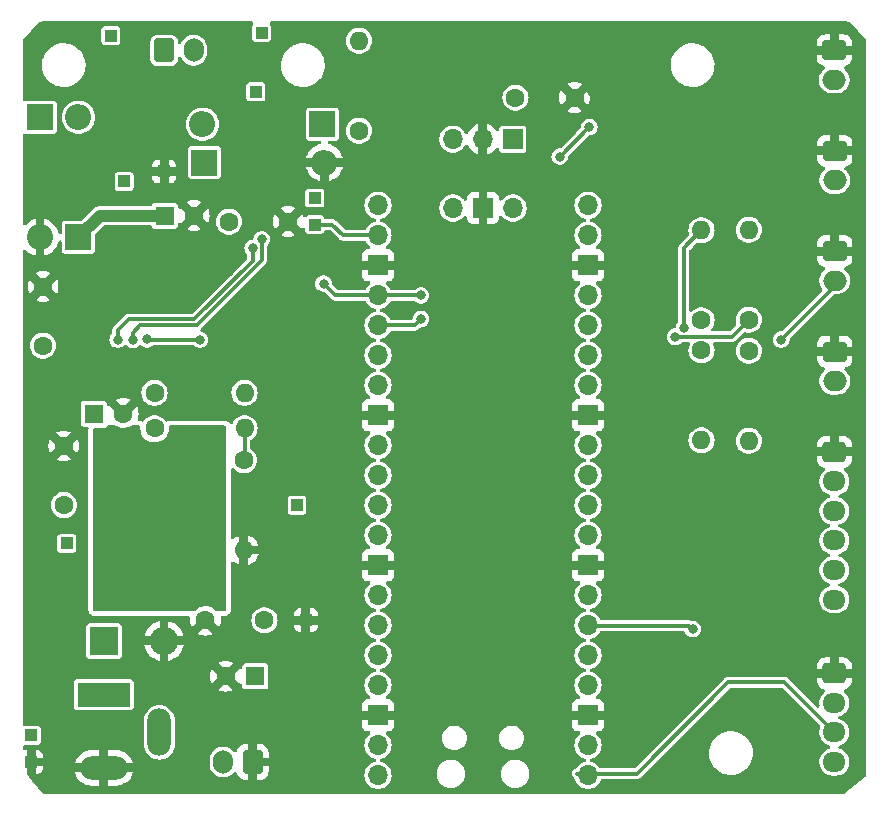
<source format=gbr>
%TF.GenerationSoftware,KiCad,Pcbnew,7.0.10*%
%TF.CreationDate,2024-01-05T15:39:22+01:00*%
%TF.ProjectId,GateControl,47617465-436f-46e7-9472-6f6c2e6b6963,rev?*%
%TF.SameCoordinates,Original*%
%TF.FileFunction,Copper,L2,Bot*%
%TF.FilePolarity,Positive*%
%FSLAX46Y46*%
G04 Gerber Fmt 4.6, Leading zero omitted, Abs format (unit mm)*
G04 Created by KiCad (PCBNEW 7.0.10) date 2024-01-05 15:39:22*
%MOMM*%
%LPD*%
G01*
G04 APERTURE LIST*
G04 Aperture macros list*
%AMRoundRect*
0 Rectangle with rounded corners*
0 $1 Rounding radius*
0 $2 $3 $4 $5 $6 $7 $8 $9 X,Y pos of 4 corners*
0 Add a 4 corners polygon primitive as box body*
4,1,4,$2,$3,$4,$5,$6,$7,$8,$9,$2,$3,0*
0 Add four circle primitives for the rounded corners*
1,1,$1+$1,$2,$3*
1,1,$1+$1,$4,$5*
1,1,$1+$1,$6,$7*
1,1,$1+$1,$8,$9*
0 Add four rect primitives between the rounded corners*
20,1,$1+$1,$2,$3,$4,$5,0*
20,1,$1+$1,$4,$5,$6,$7,0*
20,1,$1+$1,$6,$7,$8,$9,0*
20,1,$1+$1,$8,$9,$2,$3,0*%
G04 Aperture macros list end*
%TA.AperFunction,ComponentPad*%
%ADD10O,1.700000X1.700000*%
%TD*%
%TA.AperFunction,ComponentPad*%
%ADD11R,1.700000X1.700000*%
%TD*%
%TA.AperFunction,ComponentPad*%
%ADD12R,1.000000X1.000000*%
%TD*%
%TA.AperFunction,ComponentPad*%
%ADD13RoundRect,0.250000X-0.725000X0.600000X-0.725000X-0.600000X0.725000X-0.600000X0.725000X0.600000X0*%
%TD*%
%TA.AperFunction,ComponentPad*%
%ADD14O,1.950000X1.700000*%
%TD*%
%TA.AperFunction,ComponentPad*%
%ADD15C,1.600000*%
%TD*%
%TA.AperFunction,ComponentPad*%
%ADD16RoundRect,0.250000X-0.750000X0.600000X-0.750000X-0.600000X0.750000X-0.600000X0.750000X0.600000X0*%
%TD*%
%TA.AperFunction,ComponentPad*%
%ADD17O,2.000000X1.700000*%
%TD*%
%TA.AperFunction,ComponentPad*%
%ADD18O,1.600000X1.600000*%
%TD*%
%TA.AperFunction,ComponentPad*%
%ADD19R,2.200000X2.200000*%
%TD*%
%TA.AperFunction,ComponentPad*%
%ADD20O,2.200000X2.200000*%
%TD*%
%TA.AperFunction,ComponentPad*%
%ADD21RoundRect,0.250000X0.600000X0.750000X-0.600000X0.750000X-0.600000X-0.750000X0.600000X-0.750000X0*%
%TD*%
%TA.AperFunction,ComponentPad*%
%ADD22O,1.700000X2.000000*%
%TD*%
%TA.AperFunction,ComponentPad*%
%ADD23RoundRect,0.250000X-0.600000X-0.750000X0.600000X-0.750000X0.600000X0.750000X-0.600000X0.750000X0*%
%TD*%
%TA.AperFunction,ComponentPad*%
%ADD24R,4.500000X2.000000*%
%TD*%
%TA.AperFunction,ComponentPad*%
%ADD25O,4.000000X2.000000*%
%TD*%
%TA.AperFunction,ComponentPad*%
%ADD26O,2.000000X4.000000*%
%TD*%
%TA.AperFunction,ComponentPad*%
%ADD27R,2.400000X2.400000*%
%TD*%
%TA.AperFunction,ComponentPad*%
%ADD28O,2.400000X2.400000*%
%TD*%
%TA.AperFunction,ComponentPad*%
%ADD29R,1.600000X1.600000*%
%TD*%
%TA.AperFunction,ViaPad*%
%ADD30C,0.800000*%
%TD*%
%TA.AperFunction,Conductor*%
%ADD31C,1.000000*%
%TD*%
%TA.AperFunction,Conductor*%
%ADD32C,0.300000*%
%TD*%
G04 APERTURE END LIST*
D10*
%TO.P,U1,1,GPIO0*%
%TO.N,/I2C0 SDA*%
X202140000Y-126130000D03*
%TO.P,U1,2,GPIO1*%
%TO.N,/I2C0 SCL*%
X202140000Y-123590000D03*
D11*
%TO.P,U1,3,GND*%
%TO.N,GND*%
X202140000Y-121050000D03*
D10*
%TO.P,U1,4,GPIO2*%
%TO.N,/SPI0 SCK*%
X202140000Y-118510000D03*
%TO.P,U1,5,GPIO3*%
%TO.N,/SPI0 MOSI*%
X202140000Y-115970000D03*
%TO.P,U1,6,GPIO4*%
%TO.N,/SPI0 MISO*%
X202140000Y-113430000D03*
%TO.P,U1,7,GPIO5*%
%TO.N,/SPI0 SS*%
X202140000Y-110890000D03*
D11*
%TO.P,U1,8,GND*%
%TO.N,GND*%
X202140000Y-108350000D03*
D10*
%TO.P,U1,9,GPIO6*%
%TO.N,/IO1*%
X202140000Y-105810000D03*
%TO.P,U1,10,GPIO7*%
%TO.N,/IO2*%
X202140000Y-103270000D03*
%TO.P,U1,11,GPIO8*%
%TO.N,/IO3*%
X202140000Y-100730000D03*
%TO.P,U1,12,GPIO9*%
%TO.N,/LED1*%
X202140000Y-98190000D03*
D11*
%TO.P,U1,13,GND*%
%TO.N,GND*%
X202140000Y-95650000D03*
D10*
%TO.P,U1,14,GPIO10*%
%TO.N,unconnected-(U1-GPIO10-Pad14)*%
X202140000Y-93110000D03*
%TO.P,U1,15,GPIO11*%
%TO.N,unconnected-(U1-GPIO11-Pad15)*%
X202140000Y-90570000D03*
%TO.P,U1,16,GPIO12*%
%TO.N,unconnected-(U1-GPIO12-Pad16)*%
X202140000Y-88030000D03*
%TO.P,U1,17,GPIO13*%
%TO.N,unconnected-(U1-GPIO13-Pad17)*%
X202140000Y-85490000D03*
D11*
%TO.P,U1,18,GND*%
%TO.N,GND*%
X202140000Y-82950000D03*
D10*
%TO.P,U1,19,GPIO14*%
%TO.N,/LEDOnBoard*%
X202140000Y-80410000D03*
%TO.P,U1,20,GPIO15*%
%TO.N,/ButtonOnBoard*%
X202140000Y-77870000D03*
%TO.P,U1,21,GPIO16*%
%TO.N,/PWM1*%
X184360000Y-77870000D03*
%TO.P,U1,22,GPIO17*%
%TO.N,/PWM2*%
X184360000Y-80410000D03*
D11*
%TO.P,U1,23,GND*%
%TO.N,GND*%
X184360000Y-82950000D03*
D10*
%TO.P,U1,24,GPIO18*%
%TO.N,/I2C1 SDA*%
X184360000Y-85490000D03*
%TO.P,U1,25,GPIO19*%
%TO.N,/I2C1 SCL*%
X184360000Y-88030000D03*
%TO.P,U1,26,GPIO20*%
%TO.N,Net-(S1-COM_1)*%
X184360000Y-90570000D03*
%TO.P,U1,27,GPIO21*%
%TO.N,Net-(U1-GPIO21)*%
X184360000Y-93110000D03*
D11*
%TO.P,U1,28,GND*%
%TO.N,GND*%
X184360000Y-95650000D03*
D10*
%TO.P,U1,29,GPIO22*%
%TO.N,unconnected-(U1-GPIO22-Pad29)*%
X184360000Y-98190000D03*
%TO.P,U1,30,RUN*%
%TO.N,unconnected-(U1-RUN-Pad30)*%
X184360000Y-100730000D03*
%TO.P,U1,31,GPIO26_ADC0*%
%TO.N,unconnected-(U1-GPIO26_ADC0-Pad31)*%
X184360000Y-103270000D03*
%TO.P,U1,32,GPIO27_ADC1*%
%TO.N,unconnected-(U1-GPIO27_ADC1-Pad32)*%
X184360000Y-105810000D03*
D11*
%TO.P,U1,33,AGND*%
%TO.N,GND*%
X184360000Y-108350000D03*
D10*
%TO.P,U1,34,GPIO28_ADC2*%
%TO.N,unconnected-(U1-GPIO28_ADC2-Pad34)*%
X184360000Y-110890000D03*
%TO.P,U1,35,ADC_VREF*%
%TO.N,unconnected-(U1-ADC_VREF-Pad35)*%
X184360000Y-113430000D03*
%TO.P,U1,36,3V3*%
%TO.N,+3.3V*%
X184360000Y-115970000D03*
%TO.P,U1,37,3V3_EN*%
%TO.N,unconnected-(U1-3V3_EN-Pad37)*%
X184360000Y-118510000D03*
D11*
%TO.P,U1,38,GND*%
%TO.N,GND*%
X184360000Y-121050000D03*
D10*
%TO.P,U1,39,VSYS*%
%TO.N,+5V*%
X184360000Y-123590000D03*
%TO.P,U1,40,VBUS*%
%TO.N,unconnected-(U1-VBUS-Pad40)*%
X184360000Y-126130000D03*
%TO.P,U1,41,SWCLK*%
%TO.N,Net-(J5-Pin_1)*%
X195790000Y-78100000D03*
D11*
%TO.P,U1,42,GND*%
%TO.N,GND*%
X193250000Y-78100000D03*
D10*
%TO.P,U1,43,SWDIO*%
%TO.N,Net-(J5-Pin_3)*%
X190710000Y-78100000D03*
%TD*%
D11*
%TO.P,J5,1,Pin_1*%
%TO.N,Net-(J5-Pin_1)*%
X195775000Y-72275000D03*
D10*
%TO.P,J5,2,Pin_2*%
%TO.N,GND*%
X193235000Y-72275000D03*
%TO.P,J5,3,Pin_3*%
%TO.N,Net-(J5-Pin_3)*%
X190695000Y-72275000D03*
%TD*%
D12*
%TO.P,GND3,1,1*%
%TO.N,GND*%
X155000000Y-125000000D03*
%TD*%
%TO.P,Sense1,1,1*%
%TO.N,Net-(U4-LSS)*%
X162860000Y-75850000D03*
%TD*%
D13*
%TO.P,J_I2C1,1,Pin_1*%
%TO.N,GND*%
X223000000Y-117500000D03*
D14*
%TO.P,J_I2C1,2,Pin_2*%
%TO.N,+3.3V*%
X223000000Y-120000000D03*
%TO.P,J_I2C1,3,Pin_3*%
%TO.N,/I2C0 SDA*%
X223000000Y-122500000D03*
%TO.P,J_I2C1,4,Pin_4*%
%TO.N,/I2C0 SCL*%
X223000000Y-125000000D03*
%TD*%
D12*
%TO.P,VDC2,1,1*%
%TO.N,/Current Sense/DCMotor*%
X174000000Y-68250000D03*
%TD*%
%TO.P,GND2,1,1*%
%TO.N,GND*%
X166250000Y-75000000D03*
%TD*%
D15*
%TO.P,C_IC3,1*%
%TO.N,+3.3V*%
X171750000Y-79250000D03*
%TO.P,C_IC3,2*%
%TO.N,GND*%
X176750000Y-79250000D03*
%TD*%
D16*
%TO.P,J_BTN2,1,Pin_1*%
%TO.N,GND*%
X223025000Y-81750000D03*
D17*
%TO.P,J_BTN2,2,Pin_2*%
%TO.N,/IO2*%
X223025000Y-84250000D03*
%TD*%
D15*
%TO.P,R2k_2,1*%
%TO.N,/LED1*%
X215750000Y-87560000D03*
D18*
%TO.P,R2k_2,2*%
%TO.N,Net-(J_LED1-Pin_2)*%
X215750000Y-79940000D03*
%TD*%
D13*
%TO.P,J_SPI1,1,Pin_1*%
%TO.N,GND*%
X223000000Y-98750000D03*
D14*
%TO.P,J_SPI1,2,Pin_2*%
%TO.N,+3.3V*%
X223000000Y-101250000D03*
%TO.P,J_SPI1,3,Pin_3*%
%TO.N,/SPI0 SS*%
X223000000Y-103750000D03*
%TO.P,J_SPI1,4,Pin_4*%
%TO.N,/SPI0 MOSI*%
X223000000Y-106250000D03*
%TO.P,J_SPI1,5,Pin_5*%
%TO.N,/SPI0 MISO*%
X223000000Y-108750000D03*
%TO.P,J_SPI1,6,Pin_6*%
%TO.N,/SPI0 SCK*%
X223000000Y-111250000D03*
%TD*%
D15*
%TO.P,C_IC5,1*%
%TO.N,+3.3V*%
X196000000Y-68750000D03*
%TO.P,C_IC5,2*%
%TO.N,GND*%
X201000000Y-68750000D03*
%TD*%
%TO.P,R1k_2,1*%
%TO.N,Net-(U5-ADJ)*%
X165440000Y-93750000D03*
D18*
%TO.P,R1k_2,2*%
%TO.N,+5V*%
X173060000Y-93750000D03*
%TD*%
D19*
%TO.P,D4,1,K*%
%TO.N,/MotorController/Out1*%
X169670000Y-74250000D03*
D20*
%TO.P,D4,2,A*%
%TO.N,GND*%
X179830000Y-74250000D03*
%TD*%
D15*
%TO.P,C_IC2,1*%
%TO.N,+5V*%
X174750000Y-113000000D03*
%TO.P,C_IC2,2*%
%TO.N,GND*%
X169750000Y-113000000D03*
%TD*%
D12*
%TO.P,VDC1,1,1*%
%TO.N,VDC*%
X155000000Y-122750000D03*
%TD*%
D21*
%TO.P,J_IN2,1,Pin_1*%
%TO.N,GND*%
X173750000Y-125000000D03*
D22*
%TO.P,J_IN2,2,Pin_2*%
%TO.N,VDC*%
X171250000Y-125000000D03*
%TD*%
D23*
%TO.P,J_Motor1,1,Pin_1*%
%TO.N,/MotorController/Out2*%
X166250000Y-64750000D03*
D22*
%TO.P,J_Motor1,2,Pin_2*%
%TO.N,/MotorController/Out1*%
X168750000Y-64750000D03*
%TD*%
D15*
%TO.P,R10k_1,1*%
%TO.N,+3.3V*%
X215750000Y-90190000D03*
D18*
%TO.P,R10k_1,2*%
%TO.N,/IO1*%
X215750000Y-97810000D03*
%TD*%
D15*
%TO.P,C_IC1,1*%
%TO.N,+12V*%
X157750000Y-103250000D03*
%TO.P,C_IC1,2*%
%TO.N,GND*%
X157750000Y-98250000D03*
%TD*%
D12*
%TO.P,GND1,1,1*%
%TO.N,GND*%
X178250000Y-113000000D03*
%TD*%
D15*
%TO.P,C_IC4,1*%
%TO.N,+3.3V*%
X156000000Y-89750000D03*
%TO.P,C_IC4,2*%
%TO.N,GND*%
X156000000Y-84750000D03*
%TD*%
D24*
%TO.P,J_IN1,1*%
%TO.N,VDC*%
X161150000Y-119300000D03*
D25*
%TO.P,J_IN1,2*%
%TO.N,GND*%
X161150000Y-125500000D03*
D26*
%TO.P,J_IN1,3*%
%TO.N,N/C*%
X165850000Y-122500000D03*
%TD*%
D27*
%TO.P,D_TVS1,1,K*%
%TO.N,VDC*%
X161160000Y-114750000D03*
D28*
%TO.P,D_TVS1,2,A*%
%TO.N,GND*%
X166240000Y-114750000D03*
%TD*%
D12*
%TO.P,Out1,1,1*%
%TO.N,/MotorController/Out1*%
X174500000Y-63250000D03*
%TD*%
D29*
%TO.P,C_47uF2,1*%
%TO.N,+5V*%
X173955112Y-117750000D03*
D15*
%TO.P,C_47uF2,2*%
%TO.N,GND*%
X171455112Y-117750000D03*
%TD*%
D16*
%TO.P,J_BTN3,1,Pin_1*%
%TO.N,GND*%
X223025000Y-73250000D03*
D17*
%TO.P,J_BTN3,2,Pin_2*%
%TO.N,/IO3*%
X223025000Y-75750000D03*
%TD*%
D12*
%TO.P,5V1,1,1*%
%TO.N,+5V*%
X177500000Y-103250000D03*
%TD*%
%TO.P,In2,1,1*%
%TO.N,/PWM2*%
X179000000Y-79500000D03*
%TD*%
D15*
%TO.P,R10k_2,1*%
%TO.N,+3.3V*%
X211750000Y-90150000D03*
D18*
%TO.P,R10k_2,2*%
%TO.N,/IO2*%
X211750000Y-97770000D03*
%TD*%
D15*
%TO.P,R1k_1,1*%
%TO.N,+3.3V*%
X182750000Y-71560000D03*
D18*
%TO.P,R1k_1,2*%
%TO.N,Net-(S1-COM_1)*%
X182750000Y-63940000D03*
%TD*%
D15*
%TO.P,R10k_3,1*%
%TO.N,+3.3V*%
X211750000Y-87600000D03*
D18*
%TO.P,R10k_3,2*%
%TO.N,/IO3*%
X211750000Y-79980000D03*
%TD*%
D16*
%TO.P,J_BTN1,1,Pin_1*%
%TO.N,GND*%
X223025000Y-90250000D03*
D17*
%TO.P,J_BTN1,2,Pin_2*%
%TO.N,/IO1*%
X223025000Y-92750000D03*
%TD*%
D15*
%TO.P,R1k_3,1*%
%TO.N,Net-(U5-ADJ)*%
X165440000Y-96750000D03*
D18*
%TO.P,R1k_3,2*%
%TO.N,Net-(R1k_3-Pad2)*%
X173060000Y-96750000D03*
%TD*%
D19*
%TO.P,D3,1,K*%
%TO.N,/Current Sense/DCMotor*%
X159000000Y-80580000D03*
D20*
%TO.P,D3,2,A*%
%TO.N,/MotorController/Out2*%
X159000000Y-70420000D03*
%TD*%
D12*
%TO.P,12V1,1,1*%
%TO.N,+12V*%
X158000000Y-106500000D03*
%TD*%
D29*
%TO.P,C_47uF3,1*%
%TO.N,/Current Sense/DCMotor*%
X166294888Y-78750000D03*
D15*
%TO.P,C_47uF3,2*%
%TO.N,GND*%
X168794888Y-78750000D03*
%TD*%
%TO.P,R2k_3,1*%
%TO.N,Net-(R1k_3-Pad2)*%
X173000000Y-99440000D03*
D18*
%TO.P,R2k_3,2*%
%TO.N,GND*%
X173000000Y-107060000D03*
%TD*%
D19*
%TO.P,D2,1,K*%
%TO.N,/Current Sense/DCMotor*%
X179660000Y-71000000D03*
D20*
%TO.P,D2,2,A*%
%TO.N,/MotorController/Out1*%
X169500000Y-71000000D03*
%TD*%
D19*
%TO.P,D5,1,K*%
%TO.N,/MotorController/Out2*%
X155750000Y-70420000D03*
D20*
%TO.P,D5,2,A*%
%TO.N,GND*%
X155750000Y-80580000D03*
%TD*%
D12*
%TO.P,In1,1,1*%
%TO.N,/PWM1*%
X179000000Y-77250000D03*
%TD*%
D16*
%TO.P,J_LED1,1,Pin_1*%
%TO.N,GND*%
X223000000Y-64750000D03*
D17*
%TO.P,J_LED1,2,Pin_2*%
%TO.N,Net-(J_LED1-Pin_2)*%
X223000000Y-67250000D03*
%TD*%
D29*
%TO.P,C_47uF1,1*%
%TO.N,+12V*%
X160294887Y-95500000D03*
D15*
%TO.P,C_47uF1,2*%
%TO.N,GND*%
X162794887Y-95500000D03*
%TD*%
D12*
%TO.P,Out2,1,1*%
%TO.N,/MotorController/Out2*%
X161750000Y-63500000D03*
%TD*%
D30*
%TO.N,GND*%
X162325000Y-84275000D03*
X175000000Y-90750000D03*
X166000000Y-69000000D03*
X161250000Y-84000000D03*
X160075000Y-84275000D03*
X159000000Y-85250000D03*
X159000000Y-86250000D03*
X160075000Y-83275000D03*
X165750000Y-85000000D03*
X165750000Y-84000000D03*
X177250000Y-86250000D03*
X160075000Y-85275000D03*
X159000000Y-83250000D03*
X164575000Y-85775000D03*
X166000000Y-70000000D03*
X164575000Y-84275000D03*
X165250000Y-69500000D03*
X161250000Y-85000000D03*
X202500000Y-68250000D03*
X161075000Y-89250000D03*
X160075000Y-87275000D03*
X164500000Y-70000000D03*
X159000000Y-84250000D03*
X159000000Y-87250000D03*
X186000000Y-69000000D03*
X163500000Y-85025000D03*
X177250000Y-85000000D03*
X161250000Y-86000000D03*
X160075000Y-86275000D03*
X171750000Y-83500000D03*
X162325000Y-85775000D03*
X165750000Y-86000000D03*
%TO.N,+5V*%
X168500000Y-99500000D03*
X166000000Y-103750000D03*
X169250000Y-103750000D03*
X166000000Y-102750000D03*
X166000000Y-101250000D03*
X163250000Y-101500000D03*
X169250000Y-101250000D03*
X169250000Y-100250000D03*
X169250000Y-102750000D03*
X167000000Y-99500000D03*
X167000000Y-104500000D03*
X168500000Y-104500000D03*
X163250000Y-102500000D03*
X166000000Y-100250000D03*
%TO.N,+3.3V*%
X169250000Y-89250000D03*
X164797182Y-89222182D03*
%TO.N,/LED1*%
X209500000Y-89000000D03*
%TO.N,/IO3*%
X210250000Y-88250000D03*
%TO.N,/IO2*%
X218500000Y-89250000D03*
%TO.N,/SPI0 MISO*%
X211000000Y-113750000D03*
%TO.N,/I2C1 SCL*%
X188000000Y-87500000D03*
%TO.N,/I2C1 SDA*%
X179750000Y-84500000D03*
X188000000Y-85500000D03*
%TO.N,/PWM2*%
X162325000Y-89250000D03*
X173750000Y-81500000D03*
%TO.N,/PWM1*%
X163596447Y-89271447D03*
X174510601Y-80750000D03*
%TO.N,Net-(U1-GPIO21)*%
X199750000Y-73750000D03*
X202250000Y-71250000D03*
%TD*%
D31*
%TO.N,/Current Sense/DCMotor*%
X160830000Y-78750000D02*
X166294888Y-78750000D01*
X159000000Y-80580000D02*
X160830000Y-78750000D01*
D32*
%TO.N,+3.3V*%
X169250000Y-89250000D02*
X164825000Y-89250000D01*
X164825000Y-89250000D02*
X164797182Y-89222182D01*
%TO.N,/LED1*%
X209500000Y-89000000D02*
X214310000Y-89000000D01*
X214310000Y-89000000D02*
X215750000Y-87560000D01*
%TO.N,/IO3*%
X210250000Y-81480000D02*
X211750000Y-79980000D01*
X210250000Y-88250000D02*
X210250000Y-81480000D01*
%TO.N,/IO2*%
X223025000Y-84725000D02*
X223025000Y-84250000D01*
X218500000Y-89250000D02*
X223025000Y-84725000D01*
%TO.N,/SPI0 MISO*%
X202165000Y-113455000D02*
X210705000Y-113455000D01*
X210705000Y-113455000D02*
X211000000Y-113750000D01*
X202140000Y-113430000D02*
X202165000Y-113455000D01*
%TO.N,/I2C0 SDA*%
X218750000Y-118250000D02*
X223000000Y-122500000D01*
X201250000Y-126000000D02*
X206250000Y-126000000D01*
X214000000Y-118250000D02*
X218750000Y-118250000D01*
X206250000Y-126000000D02*
X214000000Y-118250000D01*
%TO.N,/I2C1 SCL*%
X188000000Y-87500000D02*
X187470000Y-88030000D01*
X187470000Y-88030000D02*
X184360000Y-88030000D01*
%TO.N,/I2C1 SDA*%
X187990000Y-85490000D02*
X184360000Y-85490000D01*
X180740000Y-85490000D02*
X184360000Y-85490000D01*
X188000000Y-85500000D02*
X187990000Y-85490000D01*
X179750000Y-84500000D02*
X180740000Y-85490000D01*
%TO.N,/PWM2*%
X162325000Y-88425000D02*
X162325000Y-89250000D01*
X168810661Y-87500000D02*
X163250000Y-87500000D01*
X173750000Y-82560661D02*
X168810661Y-87500000D01*
X181410000Y-80410000D02*
X184360000Y-80410000D01*
X173750000Y-81500000D02*
X173750000Y-82560661D01*
X180500000Y-79500000D02*
X181410000Y-80410000D01*
X163250000Y-87500000D02*
X162325000Y-88425000D01*
X179000000Y-79500000D02*
X180500000Y-79500000D01*
%TO.N,/PWM1*%
X164250000Y-88000000D02*
X163596447Y-88653553D01*
X163596447Y-88653553D02*
X163596447Y-89271447D01*
X174510601Y-82507166D02*
X169017767Y-88000000D01*
X169017767Y-88000000D02*
X164250000Y-88000000D01*
X174510601Y-80750000D02*
X174510601Y-82507166D01*
%TO.N,Net-(R1k_3-Pad2)*%
X173060000Y-99380000D02*
X173000000Y-99440000D01*
X173060000Y-96750000D02*
X173060000Y-99380000D01*
%TO.N,Net-(U1-GPIO21)*%
X199750000Y-73750000D02*
X202250000Y-71250000D01*
%TD*%
%TA.AperFunction,Conductor*%
%TO.N,+5V*%
G36*
X162161603Y-96519962D02*
G01*
X162165525Y-96522307D01*
X162257486Y-96579247D01*
X162257489Y-96579248D01*
X162257492Y-96579250D01*
X162437539Y-96649000D01*
X162464947Y-96659618D01*
X162683644Y-96700500D01*
X162683646Y-96700500D01*
X162906128Y-96700500D01*
X162906130Y-96700500D01*
X163124827Y-96659618D01*
X163251336Y-96610607D01*
X163332281Y-96579250D01*
X163332282Y-96579249D01*
X163332288Y-96579247D01*
X163424234Y-96522316D01*
X163498083Y-96500071D01*
X163502671Y-96500000D01*
X164094077Y-96500000D01*
X164168577Y-96519962D01*
X164223115Y-96574500D01*
X164243077Y-96649000D01*
X164242441Y-96662747D01*
X164234357Y-96749993D01*
X164234357Y-96750004D01*
X164254884Y-96971531D01*
X164254884Y-96971534D01*
X164315770Y-97185528D01*
X164414939Y-97384685D01*
X164414941Y-97384688D01*
X164414942Y-97384689D01*
X164549019Y-97562236D01*
X164713438Y-97712124D01*
X164902599Y-97829247D01*
X164902601Y-97829247D01*
X164902603Y-97829249D01*
X164902605Y-97829250D01*
X165092363Y-97902762D01*
X165110060Y-97909618D01*
X165328757Y-97950500D01*
X165328759Y-97950500D01*
X165551241Y-97950500D01*
X165551243Y-97950500D01*
X165769940Y-97909618D01*
X165896449Y-97860607D01*
X165977394Y-97829250D01*
X165977396Y-97829249D01*
X165977396Y-97829248D01*
X165977401Y-97829247D01*
X166166562Y-97712124D01*
X166330981Y-97562236D01*
X166465058Y-97384689D01*
X166564229Y-97185528D01*
X166625115Y-96971536D01*
X166645643Y-96750000D01*
X166645643Y-96749993D01*
X166637559Y-96662747D01*
X166650562Y-96586723D01*
X166699836Y-96527386D01*
X166772176Y-96500636D01*
X166785923Y-96500000D01*
X171351000Y-96500000D01*
X171425500Y-96519962D01*
X171480038Y-96574500D01*
X171500000Y-96649000D01*
X171500000Y-112101000D01*
X171480038Y-112175500D01*
X171425500Y-112230038D01*
X171351000Y-112250000D01*
X170762173Y-112250000D01*
X170687673Y-112230038D01*
X170643270Y-112190795D01*
X170640981Y-112187764D01*
X170640980Y-112187763D01*
X170476563Y-112037877D01*
X170476562Y-112037876D01*
X170287401Y-111920753D01*
X170287400Y-111920752D01*
X170287396Y-111920750D01*
X170287394Y-111920749D01*
X170079944Y-111840383D01*
X170079941Y-111840382D01*
X170079940Y-111840382D01*
X170024775Y-111830069D01*
X169861247Y-111799500D01*
X169861243Y-111799500D01*
X169638757Y-111799500D01*
X169638752Y-111799500D01*
X169420055Y-111840383D01*
X169212605Y-111920749D01*
X169212603Y-111920750D01*
X169023436Y-112037877D01*
X168859019Y-112187763D01*
X168859018Y-112187764D01*
X168856730Y-112190795D01*
X168855091Y-112192072D01*
X168854378Y-112192855D01*
X168854244Y-112192732D01*
X168795903Y-112238216D01*
X168737827Y-112250000D01*
X160399000Y-112250000D01*
X160324500Y-112230038D01*
X160269962Y-112175500D01*
X160250000Y-112101000D01*
X160250000Y-96849499D01*
X160269962Y-96774999D01*
X160324500Y-96720461D01*
X160398998Y-96700499D01*
X161126405Y-96700499D01*
X161126406Y-96700499D01*
X161139228Y-96698468D01*
X161220191Y-96685646D01*
X161333229Y-96628050D01*
X161417638Y-96543641D01*
X161484433Y-96505077D01*
X161522997Y-96500000D01*
X162087103Y-96500000D01*
X162161603Y-96519962D01*
G37*
%TD.AperFunction*%
%TD*%
%TA.AperFunction,Conductor*%
%TO.N,GND*%
G36*
X169855358Y-112575028D02*
G01*
X169915959Y-112635629D01*
X169875148Y-112614835D01*
X169781481Y-112600000D01*
X169718519Y-112600000D01*
X169624852Y-112614835D01*
X169584036Y-112635631D01*
X169644640Y-112575028D01*
X169711435Y-112536464D01*
X169788563Y-112536464D01*
X169855358Y-112575028D01*
G37*
%TD.AperFunction*%
%TA.AperFunction,Conductor*%
G36*
X162669739Y-95885165D02*
G01*
X162763406Y-95900000D01*
X162826368Y-95900000D01*
X162920035Y-95885165D01*
X162960844Y-95864371D01*
X162900245Y-95924971D01*
X162833450Y-95963535D01*
X162756322Y-95963535D01*
X162689527Y-95924971D01*
X162628925Y-95864369D01*
X162669739Y-95885165D01*
G37*
%TD.AperFunction*%
%TA.AperFunction,Conductor*%
G36*
X173739311Y-62320462D02*
G01*
X173793849Y-62375000D01*
X173813811Y-62449500D01*
X173793849Y-62524000D01*
X173770170Y-62554859D01*
X173747793Y-62577235D01*
X173702416Y-62680005D01*
X173702415Y-62680008D01*
X173702415Y-62680009D01*
X173699500Y-62705135D01*
X173699500Y-62705136D01*
X173699500Y-62705140D01*
X173699500Y-63794866D01*
X173702414Y-63819989D01*
X173702415Y-63819992D01*
X173747793Y-63922764D01*
X173747794Y-63922765D01*
X173827235Y-64002206D01*
X173930009Y-64047585D01*
X173955135Y-64050500D01*
X175044864Y-64050499D01*
X175044866Y-64050499D01*
X175057427Y-64049042D01*
X175069991Y-64047585D01*
X175172765Y-64002206D01*
X175234967Y-63940004D01*
X181644785Y-63940004D01*
X181663602Y-64143078D01*
X181663602Y-64143080D01*
X181663603Y-64143083D01*
X181676651Y-64188940D01*
X181719416Y-64339245D01*
X181719417Y-64339247D01*
X181719418Y-64339250D01*
X181810327Y-64521821D01*
X181810328Y-64521823D01*
X181891174Y-64628880D01*
X181933236Y-64684579D01*
X182074238Y-64813119D01*
X182083958Y-64821980D01*
X182083963Y-64821984D01*
X182257356Y-64929344D01*
X182257367Y-64929350D01*
X182373332Y-64974274D01*
X182447544Y-65003024D01*
X182648024Y-65040500D01*
X182648027Y-65040500D01*
X182851973Y-65040500D01*
X182851976Y-65040500D01*
X183052456Y-65003024D01*
X183242637Y-64929348D01*
X183416041Y-64821981D01*
X183566764Y-64684579D01*
X183689673Y-64521821D01*
X183780582Y-64339250D01*
X183836397Y-64143083D01*
X183849655Y-64000000D01*
X183855215Y-63940004D01*
X183855215Y-63939995D01*
X183841767Y-63794866D01*
X183836397Y-63736917D01*
X183780582Y-63540750D01*
X183689673Y-63358179D01*
X183566764Y-63195421D01*
X183416041Y-63058019D01*
X183416036Y-63058015D01*
X183242643Y-62950655D01*
X183242632Y-62950649D01*
X183052462Y-62876978D01*
X183052458Y-62876977D01*
X183052456Y-62876976D01*
X183012360Y-62869480D01*
X182851980Y-62839500D01*
X182851976Y-62839500D01*
X182648024Y-62839500D01*
X182648019Y-62839500D01*
X182447544Y-62876976D01*
X182447537Y-62876978D01*
X182257367Y-62950649D01*
X182257356Y-62950655D01*
X182083963Y-63058015D01*
X182083958Y-63058019D01*
X181933234Y-63195423D01*
X181810328Y-63358176D01*
X181719416Y-63540754D01*
X181680381Y-63677948D01*
X181666238Y-63727658D01*
X181663602Y-63736921D01*
X181644785Y-63939995D01*
X181644785Y-63940004D01*
X175234967Y-63940004D01*
X175252206Y-63922765D01*
X175297585Y-63819991D01*
X175300500Y-63794865D01*
X175300499Y-62705136D01*
X175300183Y-62702415D01*
X175297585Y-62680010D01*
X175297584Y-62680008D01*
X175252206Y-62577235D01*
X175229830Y-62554859D01*
X175191266Y-62488064D01*
X175191266Y-62410936D01*
X175229830Y-62344141D01*
X175296625Y-62305577D01*
X175335189Y-62300500D01*
X223952405Y-62300500D01*
X223994684Y-62300500D01*
X224005313Y-62300880D01*
X224224781Y-62316576D01*
X224297667Y-62341802D01*
X224325516Y-62366206D01*
X225659006Y-63866383D01*
X225693581Y-63935327D01*
X225696262Y-63954739D01*
X225699120Y-63994683D01*
X225699500Y-64005317D01*
X225699500Y-125994684D01*
X225699120Y-126005314D01*
X225685912Y-126189981D01*
X225660686Y-126262867D01*
X225630372Y-126295700D01*
X223916439Y-127666849D01*
X223845794Y-127697801D01*
X223823359Y-127699500D01*
X156074744Y-127699500D01*
X156000244Y-127679538D01*
X155959424Y-127644852D01*
X155595863Y-127200500D01*
X155097148Y-126590959D01*
X154658680Y-126055053D01*
X154626954Y-125984753D01*
X154625000Y-125960701D01*
X154625000Y-125375000D01*
X155375000Y-125375000D01*
X155375000Y-126000000D01*
X155547823Y-126000000D01*
X155547842Y-125999998D01*
X155607377Y-125993598D01*
X155742084Y-125943354D01*
X155742094Y-125943349D01*
X155833396Y-125875000D01*
X158692808Y-125875000D01*
X158771631Y-126104606D01*
X158889945Y-126323233D01*
X159042632Y-126519404D01*
X159042636Y-126519408D01*
X159225515Y-126687762D01*
X159225518Y-126687764D01*
X159433633Y-126823733D01*
X159661278Y-126923587D01*
X159902268Y-126984613D01*
X159902264Y-126984613D01*
X160087961Y-127000000D01*
X160775000Y-127000000D01*
X160775000Y-126000000D01*
X161525000Y-126000000D01*
X161525000Y-127000000D01*
X162212039Y-127000000D01*
X162397733Y-126984613D01*
X162638721Y-126923587D01*
X162866366Y-126823733D01*
X163074481Y-126687764D01*
X163074484Y-126687762D01*
X163257363Y-126519408D01*
X163257367Y-126519404D01*
X163410054Y-126323233D01*
X163528368Y-126104606D01*
X163607192Y-125875000D01*
X162480748Y-125875000D01*
X162531761Y-125830798D01*
X162609493Y-125709844D01*
X162650000Y-125571889D01*
X162650000Y-125428111D01*
X162609493Y-125290156D01*
X162553611Y-125203202D01*
X170099500Y-125203202D01*
X170114242Y-125362300D01*
X170114245Y-125362313D01*
X170172593Y-125567385D01*
X170172594Y-125567387D01*
X170267636Y-125758259D01*
X170380570Y-125907805D01*
X170396128Y-125928407D01*
X170541641Y-126061060D01*
X170553697Y-126072051D01*
X170553698Y-126072052D01*
X170734977Y-126184296D01*
X170734983Y-126184299D01*
X170822189Y-126218082D01*
X170933802Y-126261321D01*
X171143390Y-126300500D01*
X171143393Y-126300500D01*
X171356607Y-126300500D01*
X171356610Y-126300500D01*
X171566198Y-126261321D01*
X171765019Y-126184298D01*
X171946302Y-126072052D01*
X172103872Y-125928407D01*
X172141875Y-125878082D01*
X172151846Y-125864880D01*
X172212673Y-125817458D01*
X172289061Y-125806802D01*
X172360543Y-125835769D01*
X172407965Y-125896596D01*
X172412187Y-125907805D01*
X172465642Y-126069121D01*
X172557680Y-126218340D01*
X172681659Y-126342319D01*
X172830878Y-126434357D01*
X172997302Y-126489505D01*
X172997311Y-126489507D01*
X173100015Y-126499999D01*
X173375000Y-126499999D01*
X173375000Y-125336656D01*
X173476900Y-125424952D01*
X173607685Y-125484680D01*
X173714237Y-125500000D01*
X173785763Y-125500000D01*
X173892315Y-125484680D01*
X174023100Y-125424952D01*
X174080748Y-125375000D01*
X174125000Y-125375000D01*
X174125000Y-126499999D01*
X174399974Y-126499999D01*
X174502696Y-126489505D01*
X174669121Y-126434357D01*
X174818340Y-126342319D01*
X174942319Y-126218340D01*
X175034357Y-126069121D01*
X175089505Y-125902697D01*
X175089507Y-125902688D01*
X175099999Y-125799989D01*
X175100000Y-125799979D01*
X175100000Y-125375000D01*
X174125000Y-125375000D01*
X174080748Y-125375000D01*
X174131761Y-125330798D01*
X174209493Y-125209844D01*
X174250000Y-125071889D01*
X174250000Y-124928111D01*
X174209493Y-124790156D01*
X174131761Y-124669202D01*
X174023100Y-124575048D01*
X173892315Y-124515320D01*
X173785763Y-124500000D01*
X173714237Y-124500000D01*
X173607685Y-124515320D01*
X173476900Y-124575048D01*
X173375000Y-124663343D01*
X173375000Y-123500000D01*
X174125000Y-123500000D01*
X174125000Y-124625000D01*
X175099999Y-124625000D01*
X175099999Y-124200026D01*
X175089505Y-124097303D01*
X175034357Y-123930878D01*
X174942319Y-123781659D01*
X174818340Y-123657680D01*
X174669121Y-123565642D01*
X174502697Y-123510494D01*
X174502688Y-123510492D01*
X174399989Y-123500000D01*
X174125000Y-123500000D01*
X173375000Y-123500000D01*
X173100026Y-123500000D01*
X172997303Y-123510494D01*
X172830878Y-123565642D01*
X172681659Y-123657680D01*
X172557680Y-123781659D01*
X172465642Y-123930877D01*
X172412186Y-124092195D01*
X172369802Y-124156634D01*
X172300878Y-124191248D01*
X172223880Y-124186763D01*
X172159441Y-124144379D01*
X172151845Y-124135119D01*
X172103872Y-124071593D01*
X171946302Y-123927948D01*
X171946301Y-123927947D01*
X171765022Y-123815703D01*
X171765016Y-123815700D01*
X171566204Y-123738681D01*
X171566200Y-123738680D01*
X171566198Y-123738679D01*
X171502074Y-123726692D01*
X171356614Y-123699500D01*
X171356610Y-123699500D01*
X171143390Y-123699500D01*
X171143385Y-123699500D01*
X170933802Y-123738679D01*
X170933795Y-123738681D01*
X170734983Y-123815700D01*
X170734977Y-123815703D01*
X170553698Y-123927947D01*
X170553697Y-123927948D01*
X170396127Y-124071593D01*
X170267636Y-124241740D01*
X170172594Y-124432612D01*
X170172593Y-124432614D01*
X170114245Y-124637686D01*
X170114242Y-124637699D01*
X170099500Y-124796797D01*
X170099500Y-125203202D01*
X162553611Y-125203202D01*
X162531761Y-125169202D01*
X162480748Y-125125000D01*
X163607192Y-125125000D01*
X163607191Y-125124999D01*
X163528368Y-124895393D01*
X163410054Y-124676766D01*
X163257367Y-124480595D01*
X163257363Y-124480591D01*
X163074484Y-124312237D01*
X163074481Y-124312235D01*
X162866366Y-124176266D01*
X162638721Y-124076412D01*
X162397731Y-124015386D01*
X162397735Y-124015386D01*
X162212039Y-124000000D01*
X161525000Y-124000000D01*
X161525000Y-125000000D01*
X160775000Y-125000000D01*
X160775000Y-124000000D01*
X160087961Y-124000000D01*
X159902266Y-124015386D01*
X159661278Y-124076412D01*
X159433633Y-124176266D01*
X159225518Y-124312235D01*
X159225515Y-124312237D01*
X159042636Y-124480591D01*
X159042632Y-124480595D01*
X158889945Y-124676766D01*
X158771631Y-124895393D01*
X158692808Y-125124999D01*
X158692808Y-125125000D01*
X159819252Y-125125000D01*
X159768239Y-125169202D01*
X159690507Y-125290156D01*
X159650000Y-125428111D01*
X159650000Y-125571889D01*
X159690507Y-125709844D01*
X159768239Y-125830798D01*
X159819252Y-125875000D01*
X158692808Y-125875000D01*
X155833396Y-125875000D01*
X155857187Y-125857190D01*
X155857190Y-125857187D01*
X155943349Y-125742094D01*
X155943354Y-125742084D01*
X155993598Y-125607377D01*
X155999998Y-125547842D01*
X156000000Y-125547822D01*
X156000000Y-125375000D01*
X155375000Y-125375000D01*
X154625000Y-125375000D01*
X154625000Y-125000000D01*
X154745102Y-125000000D01*
X154764505Y-125097545D01*
X154819760Y-125180240D01*
X154902455Y-125235495D01*
X154975376Y-125250000D01*
X155024624Y-125250000D01*
X155097545Y-125235495D01*
X155180240Y-125180240D01*
X155235495Y-125097545D01*
X155254898Y-125000000D01*
X155235495Y-124902455D01*
X155180240Y-124819760D01*
X155097545Y-124764505D01*
X155024624Y-124750000D01*
X154975376Y-124750000D01*
X154902455Y-124764505D01*
X154819760Y-124819760D01*
X154764505Y-124902455D01*
X154745102Y-125000000D01*
X154625000Y-125000000D01*
X154625000Y-124000000D01*
X155375000Y-124000000D01*
X155375000Y-124625000D01*
X156000000Y-124625000D01*
X156000000Y-124452177D01*
X155999998Y-124452157D01*
X155993598Y-124392622D01*
X155943354Y-124257915D01*
X155943349Y-124257905D01*
X155857190Y-124142812D01*
X155857187Y-124142809D01*
X155742094Y-124056650D01*
X155742084Y-124056645D01*
X155607376Y-124006401D01*
X155607378Y-124006401D01*
X155547842Y-124000001D01*
X155547823Y-124000000D01*
X155375000Y-124000000D01*
X154625000Y-124000000D01*
X154449500Y-124000000D01*
X154375000Y-123980038D01*
X154320462Y-123925500D01*
X154300500Y-123851000D01*
X154300500Y-123699422D01*
X154320462Y-123624922D01*
X154375000Y-123570384D01*
X154425756Y-123556784D01*
X164549500Y-123556784D01*
X164564365Y-123726692D01*
X164623261Y-123946496D01*
X164719432Y-124152734D01*
X164719435Y-124152738D01*
X164719437Y-124152741D01*
X164849951Y-124339137D01*
X165010862Y-124500048D01*
X165028006Y-124512052D01*
X165197266Y-124630568D01*
X165403504Y-124726739D01*
X165623308Y-124785635D01*
X165850000Y-124805468D01*
X166076692Y-124785635D01*
X166296496Y-124726739D01*
X166502734Y-124630568D01*
X166689139Y-124500047D01*
X166850047Y-124339139D01*
X166980568Y-124152734D01*
X167076739Y-123946496D01*
X167135635Y-123726692D01*
X167150500Y-123556784D01*
X167150500Y-121443216D01*
X167135635Y-121273308D01*
X167076739Y-121053504D01*
X166980568Y-120847266D01*
X166850047Y-120660861D01*
X166689139Y-120499953D01*
X166689137Y-120499951D01*
X166529062Y-120387866D01*
X166502734Y-120369432D01*
X166296496Y-120273261D01*
X166076692Y-120214365D01*
X166076693Y-120214365D01*
X165850000Y-120194532D01*
X165623306Y-120214365D01*
X165403507Y-120273260D01*
X165403506Y-120273260D01*
X165403504Y-120273261D01*
X165197266Y-120369432D01*
X165197263Y-120369434D01*
X165197261Y-120369435D01*
X165197258Y-120369437D01*
X165010862Y-120499951D01*
X164849951Y-120660862D01*
X164719437Y-120847258D01*
X164719435Y-120847261D01*
X164719434Y-120847263D01*
X164719432Y-120847266D01*
X164623261Y-121053504D01*
X164623260Y-121053507D01*
X164564365Y-121273306D01*
X164556409Y-121364244D01*
X164549500Y-121443216D01*
X164549500Y-123556784D01*
X154425756Y-123556784D01*
X154449500Y-123550422D01*
X154452164Y-123550499D01*
X154455126Y-123550499D01*
X154455135Y-123550500D01*
X155544864Y-123550499D01*
X155544866Y-123550499D01*
X155557427Y-123549042D01*
X155569991Y-123547585D01*
X155672765Y-123502206D01*
X155752206Y-123422765D01*
X155797585Y-123319991D01*
X155800500Y-123294865D01*
X155800499Y-122205136D01*
X155797585Y-122180009D01*
X155752206Y-122077235D01*
X155672765Y-121997794D01*
X155672764Y-121997793D01*
X155569994Y-121952416D01*
X155569991Y-121952415D01*
X155544865Y-121949500D01*
X155544859Y-121949500D01*
X154450834Y-121949501D01*
X154450834Y-121947828D01*
X154382560Y-121933694D01*
X154324970Y-121882390D01*
X154300748Y-121809164D01*
X154300500Y-121800578D01*
X154300500Y-120344866D01*
X158599500Y-120344866D01*
X158602414Y-120369989D01*
X158602415Y-120369992D01*
X158647793Y-120472764D01*
X158647794Y-120472765D01*
X158727235Y-120552206D01*
X158830009Y-120597585D01*
X158855135Y-120600500D01*
X163444864Y-120600499D01*
X163444866Y-120600499D01*
X163457427Y-120599042D01*
X163469991Y-120597585D01*
X163572765Y-120552206D01*
X163652206Y-120472765D01*
X163697585Y-120369991D01*
X163700500Y-120344865D01*
X163700499Y-118896885D01*
X170838555Y-118896885D01*
X171008787Y-118976266D01*
X171008788Y-118976267D01*
X171228506Y-119035140D01*
X171228505Y-119035140D01*
X171455112Y-119054965D01*
X171681718Y-119035140D01*
X171901436Y-118976267D01*
X172071667Y-118896885D01*
X171455112Y-118280330D01*
X170838555Y-118896885D01*
X163700499Y-118896885D01*
X163700499Y-118255136D01*
X163697585Y-118230009D01*
X163652206Y-118127235D01*
X163572765Y-118047794D01*
X163572764Y-118047793D01*
X163469994Y-118002416D01*
X163469991Y-118002415D01*
X163469982Y-118002414D01*
X163444865Y-117999500D01*
X163444859Y-117999500D01*
X158855133Y-117999500D01*
X158830010Y-118002414D01*
X158830007Y-118002415D01*
X158727235Y-118047793D01*
X158647793Y-118127235D01*
X158602416Y-118230005D01*
X158602415Y-118230008D01*
X158602415Y-118230009D01*
X158599500Y-118255135D01*
X158599500Y-118255136D01*
X158599500Y-118255140D01*
X158599500Y-120344866D01*
X154300500Y-120344866D01*
X154300500Y-117750000D01*
X170150146Y-117750000D01*
X170169971Y-117976606D01*
X170228844Y-118196323D01*
X170228845Y-118196325D01*
X170308224Y-118366555D01*
X170924780Y-117750000D01*
X171050126Y-117750000D01*
X171069947Y-117875148D01*
X171127471Y-117988045D01*
X171217067Y-118077641D01*
X171329964Y-118135165D01*
X171423631Y-118150000D01*
X171486593Y-118150000D01*
X171580260Y-118135165D01*
X171693157Y-118077641D01*
X171782753Y-117988045D01*
X171840277Y-117875148D01*
X171860098Y-117750000D01*
X171985442Y-117750000D01*
X172601998Y-118366556D01*
X172678384Y-118353088D01*
X172678478Y-118353625D01*
X172692583Y-118348487D01*
X172768543Y-118361858D01*
X172827641Y-118411418D01*
X172854041Y-118483887D01*
X172854612Y-118496915D01*
X172854612Y-118594866D01*
X172857526Y-118619989D01*
X172857527Y-118619992D01*
X172902905Y-118722764D01*
X172902906Y-118722765D01*
X172982347Y-118802206D01*
X173085121Y-118847585D01*
X173110247Y-118850500D01*
X174799976Y-118850499D01*
X174799978Y-118850499D01*
X174812539Y-118849042D01*
X174825103Y-118847585D01*
X174927877Y-118802206D01*
X175007318Y-118722765D01*
X175052697Y-118619991D01*
X175055612Y-118594865D01*
X175055611Y-116905136D01*
X175052697Y-116880009D01*
X175007318Y-116777235D01*
X174927877Y-116697794D01*
X174927876Y-116697793D01*
X174825106Y-116652416D01*
X174825103Y-116652415D01*
X174825094Y-116652414D01*
X174799977Y-116649500D01*
X174799971Y-116649500D01*
X173110245Y-116649500D01*
X173085122Y-116652414D01*
X173085119Y-116652415D01*
X172982347Y-116697793D01*
X172902905Y-116777235D01*
X172857528Y-116880005D01*
X172857527Y-116880008D01*
X172857527Y-116880009D01*
X172854612Y-116905135D01*
X172854612Y-116905136D01*
X172854612Y-116905140D01*
X172854612Y-117003080D01*
X172834650Y-117077580D01*
X172780112Y-117132118D01*
X172705612Y-117152080D01*
X172678742Y-117144880D01*
X172678384Y-117146911D01*
X172601998Y-117133442D01*
X171985442Y-117749999D01*
X171985442Y-117750000D01*
X171860098Y-117750000D01*
X171840277Y-117624852D01*
X171782753Y-117511955D01*
X171693157Y-117422359D01*
X171580260Y-117364835D01*
X171486593Y-117350000D01*
X171423631Y-117350000D01*
X171329964Y-117364835D01*
X171217067Y-117422359D01*
X171127471Y-117511955D01*
X171069947Y-117624852D01*
X171050126Y-117750000D01*
X170924780Y-117750000D01*
X170924781Y-117749999D01*
X170308224Y-117133443D01*
X170228845Y-117303674D01*
X170228844Y-117303676D01*
X170169971Y-117523393D01*
X170150146Y-117750000D01*
X154300500Y-117750000D01*
X154300500Y-116603112D01*
X170838555Y-116603112D01*
X171455111Y-117219669D01*
X172071667Y-116603112D01*
X171901437Y-116523733D01*
X171901435Y-116523732D01*
X171681717Y-116464859D01*
X171681718Y-116464859D01*
X171455112Y-116445034D01*
X171228505Y-116464859D01*
X171008788Y-116523732D01*
X171008786Y-116523733D01*
X170838555Y-116603112D01*
X154300500Y-116603112D01*
X154300500Y-115994866D01*
X159659500Y-115994866D01*
X159662414Y-116019989D01*
X159662415Y-116019992D01*
X159707793Y-116122764D01*
X159707794Y-116122765D01*
X159787235Y-116202206D01*
X159890009Y-116247585D01*
X159915135Y-116250500D01*
X162404864Y-116250499D01*
X162404866Y-116250499D01*
X162417427Y-116249042D01*
X162429991Y-116247585D01*
X162532765Y-116202206D01*
X162612206Y-116122765D01*
X162657585Y-116019991D01*
X162660500Y-115994865D01*
X162660500Y-115125001D01*
X164581872Y-115125001D01*
X164610968Y-115252481D01*
X164610970Y-115252488D01*
X164704056Y-115489666D01*
X164704058Y-115489671D01*
X164831454Y-115710326D01*
X164831459Y-115710334D01*
X164990316Y-115909536D01*
X165177095Y-116082841D01*
X165387618Y-116226372D01*
X165617169Y-116336918D01*
X165617190Y-116336926D01*
X165860642Y-116412022D01*
X165860655Y-116412025D01*
X165865000Y-116412679D01*
X165865000Y-115218535D01*
X165937412Y-115274099D01*
X166083369Y-115334556D01*
X166200677Y-115350000D01*
X166279323Y-115350000D01*
X166396631Y-115334556D01*
X166542588Y-115274099D01*
X166615000Y-115218535D01*
X166615000Y-116412679D01*
X166619344Y-116412025D01*
X166619357Y-116412022D01*
X166862812Y-116336925D01*
X166862817Y-116336924D01*
X167092377Y-116226375D01*
X167302907Y-116082838D01*
X167489683Y-115909536D01*
X167648540Y-115710334D01*
X167648545Y-115710326D01*
X167775941Y-115489671D01*
X167775943Y-115489666D01*
X167869029Y-115252488D01*
X167869031Y-115252481D01*
X167898127Y-115125001D01*
X167898127Y-115125000D01*
X166708536Y-115125000D01*
X166764099Y-115052589D01*
X166824556Y-114906631D01*
X166845177Y-114750000D01*
X166824556Y-114593369D01*
X166764099Y-114447412D01*
X166708536Y-114375000D01*
X167898126Y-114375000D01*
X167898127Y-114374998D01*
X167869031Y-114247518D01*
X167869029Y-114247511D01*
X167829536Y-114146885D01*
X169133443Y-114146885D01*
X169303675Y-114226266D01*
X169303676Y-114226267D01*
X169523394Y-114285140D01*
X169523393Y-114285140D01*
X169750000Y-114304965D01*
X169976606Y-114285140D01*
X170196324Y-114226267D01*
X170366555Y-114146885D01*
X169750000Y-113530330D01*
X169133443Y-114146885D01*
X167829536Y-114146885D01*
X167775943Y-114010333D01*
X167775941Y-114010328D01*
X167648545Y-113789673D01*
X167648540Y-113789665D01*
X167489683Y-113590463D01*
X167302907Y-113417161D01*
X167092377Y-113273624D01*
X166862817Y-113163075D01*
X166862808Y-113163072D01*
X166619350Y-113087976D01*
X166619344Y-113087974D01*
X166615000Y-113087318D01*
X166615000Y-114281464D01*
X166542588Y-114225901D01*
X166396631Y-114165444D01*
X166279323Y-114150000D01*
X166200677Y-114150000D01*
X166083369Y-114165444D01*
X165937412Y-114225901D01*
X165865000Y-114281464D01*
X165865000Y-113087319D01*
X165864999Y-113087318D01*
X165860655Y-113087974D01*
X165860649Y-113087976D01*
X165617193Y-113163071D01*
X165617169Y-113163081D01*
X165387618Y-113273627D01*
X165177095Y-113417158D01*
X164990316Y-113590463D01*
X164831459Y-113789665D01*
X164831454Y-113789673D01*
X164704058Y-114010328D01*
X164704056Y-114010333D01*
X164610970Y-114247511D01*
X164610968Y-114247518D01*
X164581872Y-114374998D01*
X164581874Y-114375000D01*
X165771464Y-114375000D01*
X165715901Y-114447411D01*
X165655444Y-114593369D01*
X165634823Y-114750000D01*
X165655444Y-114906631D01*
X165715901Y-115052588D01*
X165771464Y-115125000D01*
X164581873Y-115125000D01*
X164581872Y-115125001D01*
X162660500Y-115125001D01*
X162660499Y-113505136D01*
X162657585Y-113480009D01*
X162612206Y-113377235D01*
X162532765Y-113297794D01*
X162532764Y-113297793D01*
X162429994Y-113252416D01*
X162429991Y-113252415D01*
X162429982Y-113252414D01*
X162404865Y-113249500D01*
X162404859Y-113249500D01*
X159915133Y-113249500D01*
X159890010Y-113252414D01*
X159890007Y-113252415D01*
X159787235Y-113297793D01*
X159707793Y-113377235D01*
X159662416Y-113480005D01*
X159662415Y-113480008D01*
X159662415Y-113480009D01*
X159659500Y-113505135D01*
X159659500Y-113505136D01*
X159659500Y-113505140D01*
X159659500Y-115994866D01*
X154300500Y-115994866D01*
X154300500Y-107044866D01*
X157199500Y-107044866D01*
X157202414Y-107069989D01*
X157202415Y-107069992D01*
X157247793Y-107172764D01*
X157247794Y-107172765D01*
X157327235Y-107252206D01*
X157430009Y-107297585D01*
X157455135Y-107300500D01*
X158544864Y-107300499D01*
X158544866Y-107300499D01*
X158557427Y-107299042D01*
X158569991Y-107297585D01*
X158672765Y-107252206D01*
X158752206Y-107172765D01*
X158797585Y-107069991D01*
X158800500Y-107044865D01*
X158800499Y-105955136D01*
X158797585Y-105930009D01*
X158752206Y-105827235D01*
X158672765Y-105747794D01*
X158672764Y-105747793D01*
X158569994Y-105702416D01*
X158569991Y-105702415D01*
X158569982Y-105702414D01*
X158544865Y-105699500D01*
X158544859Y-105699500D01*
X157455133Y-105699500D01*
X157430010Y-105702414D01*
X157430007Y-105702415D01*
X157327235Y-105747793D01*
X157247793Y-105827235D01*
X157202416Y-105930005D01*
X157202415Y-105930008D01*
X157202415Y-105930009D01*
X157199500Y-105955135D01*
X157199500Y-105955136D01*
X157199500Y-105955140D01*
X157199500Y-107044866D01*
X154300500Y-107044866D01*
X154300500Y-103250004D01*
X156644785Y-103250004D01*
X156663602Y-103453078D01*
X156663602Y-103453080D01*
X156663603Y-103453083D01*
X156671919Y-103482310D01*
X156719416Y-103649245D01*
X156810328Y-103831823D01*
X156845392Y-103878255D01*
X156933236Y-103994579D01*
X157083958Y-104131980D01*
X157083963Y-104131984D01*
X157257356Y-104239344D01*
X157257367Y-104239350D01*
X157373332Y-104284274D01*
X157447544Y-104313024D01*
X157648024Y-104350500D01*
X157648027Y-104350500D01*
X157851973Y-104350500D01*
X157851976Y-104350500D01*
X158052456Y-104313024D01*
X158242637Y-104239348D01*
X158416041Y-104131981D01*
X158566764Y-103994579D01*
X158689673Y-103831821D01*
X158780582Y-103649250D01*
X158836397Y-103453083D01*
X158846851Y-103340259D01*
X158855215Y-103250004D01*
X158855215Y-103249995D01*
X158844760Y-103137176D01*
X158836397Y-103046917D01*
X158780582Y-102850750D01*
X158689673Y-102668179D01*
X158684814Y-102661745D01*
X158620995Y-102577235D01*
X158566764Y-102505421D01*
X158416041Y-102368019D01*
X158416036Y-102368015D01*
X158242643Y-102260655D01*
X158242632Y-102260649D01*
X158052462Y-102186978D01*
X158052458Y-102186977D01*
X158052456Y-102186976D01*
X158012360Y-102179480D01*
X157851980Y-102149500D01*
X157851976Y-102149500D01*
X157648024Y-102149500D01*
X157648019Y-102149500D01*
X157447544Y-102186976D01*
X157447537Y-102186978D01*
X157257367Y-102260649D01*
X157257356Y-102260655D01*
X157083963Y-102368015D01*
X157083958Y-102368019D01*
X156994578Y-102449500D01*
X156941603Y-102497794D01*
X156933234Y-102505423D01*
X156810328Y-102668176D01*
X156719416Y-102850754D01*
X156663602Y-103046921D01*
X156644785Y-103249995D01*
X156644785Y-103250004D01*
X154300500Y-103250004D01*
X154300500Y-99396885D01*
X157133443Y-99396885D01*
X157303675Y-99476266D01*
X157303676Y-99476267D01*
X157523394Y-99535140D01*
X157523393Y-99535140D01*
X157750000Y-99554965D01*
X157976606Y-99535140D01*
X158196324Y-99476267D01*
X158366555Y-99396885D01*
X157750000Y-98780330D01*
X157133443Y-99396885D01*
X154300500Y-99396885D01*
X154300500Y-98250000D01*
X156445034Y-98250000D01*
X156464859Y-98476606D01*
X156523732Y-98696323D01*
X156523733Y-98696325D01*
X156603112Y-98866555D01*
X157219668Y-98250000D01*
X157345014Y-98250000D01*
X157364835Y-98375148D01*
X157422359Y-98488045D01*
X157511955Y-98577641D01*
X157624852Y-98635165D01*
X157718519Y-98650000D01*
X157781481Y-98650000D01*
X157875148Y-98635165D01*
X157988045Y-98577641D01*
X158077641Y-98488045D01*
X158135165Y-98375148D01*
X158154986Y-98250000D01*
X158280330Y-98250000D01*
X158896885Y-98866555D01*
X158976267Y-98696324D01*
X159035140Y-98476606D01*
X159054965Y-98250000D01*
X159035140Y-98023393D01*
X158976267Y-97803676D01*
X158976266Y-97803675D01*
X158896885Y-97633443D01*
X158280330Y-98249999D01*
X158280330Y-98250000D01*
X158154986Y-98250000D01*
X158135165Y-98124852D01*
X158077641Y-98011955D01*
X157988045Y-97922359D01*
X157875148Y-97864835D01*
X157781481Y-97850000D01*
X157718519Y-97850000D01*
X157624852Y-97864835D01*
X157511955Y-97922359D01*
X157422359Y-98011955D01*
X157364835Y-98124852D01*
X157345014Y-98250000D01*
X157219668Y-98250000D01*
X157219669Y-98249999D01*
X156603112Y-97633443D01*
X156523733Y-97803674D01*
X156523732Y-97803676D01*
X156464859Y-98023393D01*
X156445034Y-98250000D01*
X154300500Y-98250000D01*
X154300500Y-97103112D01*
X157133443Y-97103112D01*
X157749999Y-97719669D01*
X158366555Y-97103112D01*
X158196325Y-97023733D01*
X158196323Y-97023732D01*
X157976605Y-96964859D01*
X157976606Y-96964859D01*
X157750000Y-96945034D01*
X157523393Y-96964859D01*
X157303676Y-97023732D01*
X157303674Y-97023733D01*
X157133443Y-97103112D01*
X154300500Y-97103112D01*
X154300500Y-96344866D01*
X159194387Y-96344866D01*
X159197301Y-96369989D01*
X159197302Y-96369992D01*
X159242680Y-96472764D01*
X159242681Y-96472765D01*
X159322122Y-96552206D01*
X159424896Y-96597585D01*
X159450022Y-96600500D01*
X159707379Y-96600499D01*
X159781879Y-96620461D01*
X159836417Y-96674999D01*
X159856379Y-96749498D01*
X159855104Y-96768946D01*
X159844500Y-96849491D01*
X159844500Y-112101005D01*
X159858314Y-112205934D01*
X159858317Y-112205951D01*
X159878276Y-112280441D01*
X159878282Y-112280459D01*
X159908659Y-112359593D01*
X159908659Y-112359594D01*
X159983224Y-112462225D01*
X159983229Y-112462231D01*
X159983230Y-112462232D01*
X160037768Y-112516770D01*
X160103650Y-112570120D01*
X160219550Y-112621721D01*
X160294050Y-112641683D01*
X160399000Y-112655500D01*
X168312569Y-112655500D01*
X168387069Y-112675462D01*
X168441607Y-112730000D01*
X168461569Y-112804500D01*
X168461002Y-112817486D01*
X168445034Y-113000000D01*
X168464859Y-113226606D01*
X168523732Y-113446323D01*
X168523733Y-113446325D01*
X168603112Y-113616555D01*
X169385631Y-112834035D01*
X169364835Y-112874852D01*
X169345014Y-113000000D01*
X169364835Y-113125148D01*
X169422359Y-113238045D01*
X169511955Y-113327641D01*
X169624852Y-113385165D01*
X169718519Y-113400000D01*
X169781481Y-113400000D01*
X169875148Y-113385165D01*
X169988045Y-113327641D01*
X170077641Y-113238045D01*
X170135165Y-113125148D01*
X170154986Y-113000000D01*
X170135165Y-112874852D01*
X170114370Y-112834040D01*
X170896885Y-113616555D01*
X170976267Y-113446324D01*
X171035140Y-113226606D01*
X171054965Y-113000004D01*
X173644785Y-113000004D01*
X173663602Y-113203078D01*
X173663602Y-113203080D01*
X173663603Y-113203083D01*
X173677640Y-113252416D01*
X173719416Y-113399245D01*
X173719417Y-113399247D01*
X173719418Y-113399250D01*
X173772141Y-113505133D01*
X173810328Y-113581823D01*
X173816853Y-113590463D01*
X173933236Y-113744579D01*
X174056765Y-113857190D01*
X174083958Y-113881980D01*
X174083963Y-113881984D01*
X174257356Y-113989344D01*
X174257367Y-113989350D01*
X174373332Y-114034274D01*
X174447544Y-114063024D01*
X174648024Y-114100500D01*
X174648027Y-114100500D01*
X174851973Y-114100500D01*
X174851976Y-114100500D01*
X175052456Y-114063024D01*
X175242637Y-113989348D01*
X175416041Y-113881981D01*
X175566764Y-113744579D01*
X175689673Y-113581821D01*
X175780582Y-113399250D01*
X175787482Y-113375000D01*
X177250000Y-113375000D01*
X177250000Y-113547822D01*
X177250001Y-113547842D01*
X177256401Y-113607377D01*
X177306645Y-113742084D01*
X177306650Y-113742094D01*
X177392809Y-113857187D01*
X177392812Y-113857190D01*
X177507905Y-113943349D01*
X177507915Y-113943354D01*
X177642623Y-113993598D01*
X177642621Y-113993598D01*
X177702157Y-113999998D01*
X177702177Y-114000000D01*
X177875000Y-114000000D01*
X177875000Y-113375000D01*
X178625000Y-113375000D01*
X178625000Y-114000000D01*
X178797823Y-114000000D01*
X178797842Y-113999998D01*
X178857377Y-113993598D01*
X178992084Y-113943354D01*
X178992094Y-113943349D01*
X179107187Y-113857190D01*
X179107190Y-113857187D01*
X179193349Y-113742094D01*
X179193354Y-113742084D01*
X179243598Y-113607377D01*
X179249998Y-113547842D01*
X179250000Y-113547822D01*
X179250000Y-113375000D01*
X178625000Y-113375000D01*
X177875000Y-113375000D01*
X177250000Y-113375000D01*
X175787482Y-113375000D01*
X175836397Y-113203083D01*
X175851242Y-113042880D01*
X175855215Y-113000004D01*
X175855215Y-113000000D01*
X177995102Y-113000000D01*
X178014505Y-113097545D01*
X178069760Y-113180240D01*
X178152455Y-113235495D01*
X178225376Y-113250000D01*
X178274624Y-113250000D01*
X178347545Y-113235495D01*
X178430240Y-113180240D01*
X178485495Y-113097545D01*
X178504898Y-113000000D01*
X178485495Y-112902455D01*
X178430240Y-112819760D01*
X178347545Y-112764505D01*
X178274624Y-112750000D01*
X178225376Y-112750000D01*
X178152455Y-112764505D01*
X178069760Y-112819760D01*
X178014505Y-112902455D01*
X177995102Y-113000000D01*
X175855215Y-113000000D01*
X175855215Y-112999995D01*
X175843619Y-112874852D01*
X175836397Y-112796917D01*
X175787482Y-112625000D01*
X177250000Y-112625000D01*
X177875000Y-112625000D01*
X177875000Y-112000000D01*
X178625000Y-112000000D01*
X178625000Y-112625000D01*
X179250000Y-112625000D01*
X179250000Y-112452177D01*
X179249998Y-112452157D01*
X179243598Y-112392622D01*
X179193354Y-112257915D01*
X179193349Y-112257905D01*
X179107190Y-112142812D01*
X179107187Y-112142809D01*
X178992094Y-112056650D01*
X178992084Y-112056645D01*
X178857376Y-112006401D01*
X178857378Y-112006401D01*
X178797842Y-112000001D01*
X178797823Y-112000000D01*
X178625000Y-112000000D01*
X177875000Y-112000000D01*
X177702177Y-112000000D01*
X177702157Y-112000001D01*
X177642622Y-112006401D01*
X177507915Y-112056645D01*
X177507905Y-112056650D01*
X177392812Y-112142809D01*
X177392809Y-112142812D01*
X177306650Y-112257905D01*
X177306645Y-112257915D01*
X177256401Y-112392622D01*
X177250001Y-112452157D01*
X177250000Y-112452177D01*
X177250000Y-112625000D01*
X175787482Y-112625000D01*
X175780582Y-112600750D01*
X175689673Y-112418179D01*
X175676322Y-112400500D01*
X175621124Y-112327405D01*
X175566764Y-112255421D01*
X175416041Y-112118019D01*
X175416036Y-112118015D01*
X175242643Y-112010655D01*
X175242632Y-112010649D01*
X175052462Y-111936978D01*
X175052458Y-111936977D01*
X175052456Y-111936976D01*
X174984640Y-111924299D01*
X174851980Y-111899500D01*
X174851976Y-111899500D01*
X174648024Y-111899500D01*
X174648019Y-111899500D01*
X174447544Y-111936976D01*
X174447537Y-111936978D01*
X174257367Y-112010649D01*
X174257356Y-112010655D01*
X174083963Y-112118015D01*
X174083958Y-112118019D01*
X173933234Y-112255423D01*
X173810328Y-112418176D01*
X173719416Y-112600754D01*
X173663602Y-112796921D01*
X173644785Y-112999995D01*
X173644785Y-113000004D01*
X171054965Y-113000004D01*
X171054965Y-113000000D01*
X171038998Y-112817486D01*
X171052391Y-112741530D01*
X171101968Y-112682446D01*
X171174445Y-112656067D01*
X171187431Y-112655500D01*
X171351000Y-112655500D01*
X171455950Y-112641683D01*
X171530450Y-112621721D01*
X171609593Y-112591341D01*
X171712232Y-112516770D01*
X171766770Y-112462232D01*
X171820120Y-112396350D01*
X171871721Y-112280450D01*
X171891683Y-112205950D01*
X171905500Y-112101000D01*
X171905500Y-108163696D01*
X171925462Y-108089196D01*
X171980000Y-108034658D01*
X172054500Y-108014696D01*
X172129000Y-108034658D01*
X172156173Y-108055508D01*
X172156198Y-108055479D01*
X172156878Y-108056049D01*
X172159859Y-108058337D01*
X172161182Y-108059660D01*
X172347517Y-108190134D01*
X172347522Y-108190137D01*
X172553675Y-108286266D01*
X172625000Y-108305377D01*
X172625000Y-107205097D01*
X172672359Y-107298045D01*
X172761955Y-107387641D01*
X172874852Y-107445165D01*
X172968519Y-107460000D01*
X173031481Y-107460000D01*
X173125148Y-107445165D01*
X173145098Y-107435000D01*
X173375000Y-107435000D01*
X173375000Y-108305377D01*
X173446324Y-108286266D01*
X173652477Y-108190137D01*
X173652482Y-108190134D01*
X173838817Y-108059660D01*
X173999660Y-107898817D01*
X174130134Y-107712482D01*
X174130137Y-107712477D01*
X174226267Y-107506324D01*
X174245379Y-107435000D01*
X173375000Y-107435000D01*
X173145098Y-107435000D01*
X173238045Y-107387641D01*
X173327641Y-107298045D01*
X173385165Y-107185148D01*
X173404986Y-107060000D01*
X173385165Y-106934852D01*
X173327641Y-106821955D01*
X173238045Y-106732359D01*
X173125148Y-106674835D01*
X173031481Y-106660000D01*
X172968519Y-106660000D01*
X172874852Y-106674835D01*
X172761955Y-106732359D01*
X172672359Y-106821955D01*
X172625000Y-106914902D01*
X172625000Y-105814621D01*
X173375000Y-105814621D01*
X173375000Y-106685000D01*
X174245378Y-106685000D01*
X174226267Y-106613675D01*
X174130137Y-106407522D01*
X174130134Y-106407517D01*
X173999660Y-106221182D01*
X173838817Y-106060339D01*
X173652482Y-105929865D01*
X173652477Y-105929862D01*
X173446324Y-105833732D01*
X173375000Y-105814621D01*
X172625000Y-105814621D01*
X172553675Y-105833732D01*
X172347522Y-105929862D01*
X172347517Y-105929865D01*
X172161182Y-106060339D01*
X172159859Y-106061663D01*
X172159041Y-106062134D01*
X172156198Y-106064521D01*
X172155777Y-106064019D01*
X172093064Y-106100227D01*
X172015936Y-106100227D01*
X171949141Y-106061663D01*
X171910577Y-105994868D01*
X171905500Y-105956304D01*
X171905500Y-103794866D01*
X176699500Y-103794866D01*
X176702414Y-103819989D01*
X176702415Y-103819992D01*
X176747793Y-103922764D01*
X176747794Y-103922765D01*
X176827235Y-104002206D01*
X176930009Y-104047585D01*
X176955135Y-104050500D01*
X178044864Y-104050499D01*
X178044866Y-104050499D01*
X178057427Y-104049042D01*
X178069991Y-104047585D01*
X178172765Y-104002206D01*
X178252206Y-103922765D01*
X178297585Y-103819991D01*
X178300500Y-103794865D01*
X178300499Y-102705136D01*
X178297585Y-102680009D01*
X178252206Y-102577235D01*
X178172765Y-102497794D01*
X178172764Y-102497793D01*
X178069994Y-102452416D01*
X178069991Y-102452415D01*
X178069982Y-102452414D01*
X178044865Y-102449500D01*
X178044859Y-102449500D01*
X176955133Y-102449500D01*
X176930010Y-102452414D01*
X176930007Y-102452415D01*
X176827235Y-102497793D01*
X176747793Y-102577235D01*
X176702416Y-102680005D01*
X176702415Y-102680008D01*
X176702415Y-102680009D01*
X176699500Y-102705135D01*
X176699500Y-102705136D01*
X176699500Y-102705140D01*
X176699500Y-103794866D01*
X171905500Y-103794866D01*
X171905500Y-100261352D01*
X171925462Y-100186852D01*
X171980000Y-100132314D01*
X172054500Y-100112352D01*
X172129000Y-100132314D01*
X172173403Y-100171559D01*
X172183236Y-100184579D01*
X172323681Y-100312611D01*
X172333958Y-100321980D01*
X172333963Y-100321984D01*
X172507356Y-100429344D01*
X172507367Y-100429350D01*
X172623332Y-100474274D01*
X172697544Y-100503024D01*
X172898024Y-100540500D01*
X172898027Y-100540500D01*
X173101973Y-100540500D01*
X173101976Y-100540500D01*
X173302456Y-100503024D01*
X173492637Y-100429348D01*
X173666041Y-100321981D01*
X173816764Y-100184579D01*
X173939673Y-100021821D01*
X174030582Y-99839250D01*
X174086397Y-99643083D01*
X174098773Y-99509521D01*
X174105215Y-99440004D01*
X174105215Y-99439995D01*
X174092365Y-99301320D01*
X174086397Y-99236917D01*
X174030582Y-99040750D01*
X173939673Y-98858179D01*
X173816764Y-98695421D01*
X173666041Y-98558019D01*
X173666040Y-98558018D01*
X173581061Y-98505401D01*
X173528229Y-98449209D01*
X173510500Y-98378719D01*
X173510500Y-97848430D01*
X173530462Y-97773930D01*
X173581059Y-97721749D01*
X173726041Y-97631981D01*
X173876764Y-97494579D01*
X173999673Y-97331821D01*
X174090582Y-97149250D01*
X174146397Y-96953083D01*
X174158669Y-96820649D01*
X174165215Y-96750004D01*
X174165215Y-96749995D01*
X174146887Y-96552206D01*
X174146397Y-96546917D01*
X174090582Y-96350750D01*
X173999673Y-96168179D01*
X173973898Y-96134048D01*
X173946653Y-96097969D01*
X173876764Y-96005421D01*
X173726041Y-95868019D01*
X173726036Y-95868015D01*
X173552643Y-95760655D01*
X173552632Y-95760649D01*
X173362462Y-95686978D01*
X173362458Y-95686977D01*
X173362456Y-95686976D01*
X173322360Y-95679480D01*
X173161980Y-95649500D01*
X173161976Y-95649500D01*
X172958024Y-95649500D01*
X172958019Y-95649500D01*
X172757544Y-95686976D01*
X172757537Y-95686978D01*
X172567367Y-95760649D01*
X172567356Y-95760655D01*
X172393963Y-95868015D01*
X172393958Y-95868019D01*
X172243234Y-96005423D01*
X172120325Y-96168180D01*
X172050730Y-96307947D01*
X171999653Y-96365739D01*
X171926523Y-96390249D01*
X171850936Y-96374911D01*
X171796806Y-96329110D01*
X171766773Y-96287772D01*
X171766768Y-96287766D01*
X171712235Y-96233233D01*
X171712232Y-96233230D01*
X171646350Y-96179880D01*
X171641818Y-96177862D01*
X171530448Y-96128278D01*
X171455951Y-96108317D01*
X171455934Y-96108314D01*
X171351005Y-96094500D01*
X171351000Y-96094500D01*
X166785923Y-96094500D01*
X166785917Y-96094500D01*
X166771868Y-96094824D01*
X166767183Y-96094933D01*
X166765851Y-96094994D01*
X166753439Y-96095568D01*
X166691320Y-96108174D01*
X166631537Y-96120306D01*
X166631534Y-96120306D01*
X166631529Y-96120308D01*
X166559207Y-96147052D01*
X166559192Y-96147058D01*
X166527415Y-96162759D01*
X166451780Y-96177862D01*
X166378727Y-96153125D01*
X166342509Y-96118966D01*
X166337100Y-96111803D01*
X166256764Y-96005421D01*
X166106041Y-95868019D01*
X166106036Y-95868015D01*
X165932643Y-95760655D01*
X165932632Y-95760649D01*
X165742462Y-95686978D01*
X165742458Y-95686977D01*
X165742456Y-95686976D01*
X165702360Y-95679480D01*
X165541980Y-95649500D01*
X165541976Y-95649500D01*
X165338024Y-95649500D01*
X165338019Y-95649500D01*
X165137544Y-95686976D01*
X165137537Y-95686978D01*
X164947367Y-95760649D01*
X164947356Y-95760655D01*
X164773963Y-95868015D01*
X164773958Y-95868019D01*
X164623233Y-96005424D01*
X164537158Y-96119406D01*
X164476332Y-96166828D01*
X164399943Y-96177484D01*
X164357652Y-96165732D01*
X164273529Y-96128279D01*
X164273527Y-96128278D01*
X164199028Y-96108317D01*
X164199016Y-96108315D01*
X164153734Y-96102353D01*
X164082478Y-96072836D01*
X164035526Y-96011646D01*
X164025460Y-95935177D01*
X164029262Y-95916063D01*
X164080028Y-95726604D01*
X164099852Y-95500000D01*
X164080027Y-95273393D01*
X164021154Y-95053676D01*
X164021153Y-95053675D01*
X163941772Y-94883443D01*
X163159258Y-95665957D01*
X163180052Y-95625148D01*
X163199873Y-95500000D01*
X163180052Y-95374852D01*
X163122528Y-95261955D01*
X163032932Y-95172359D01*
X162920035Y-95114835D01*
X162826368Y-95100000D01*
X162763406Y-95100000D01*
X162669739Y-95114835D01*
X162556842Y-95172359D01*
X162467246Y-95261955D01*
X162409722Y-95374852D01*
X162389901Y-95500000D01*
X162409722Y-95625148D01*
X162430517Y-95665961D01*
X161647999Y-94883443D01*
X161571614Y-94896912D01*
X161571516Y-94896361D01*
X161557359Y-94901513D01*
X161481404Y-94888113D01*
X161422325Y-94838531D01*
X161395952Y-94766052D01*
X161395386Y-94753079D01*
X161395386Y-94655133D01*
X161392701Y-94631981D01*
X161392472Y-94630009D01*
X161347093Y-94527235D01*
X161267652Y-94447794D01*
X161267651Y-94447793D01*
X161164881Y-94402416D01*
X161164878Y-94402415D01*
X161164869Y-94402414D01*
X161139752Y-94399500D01*
X161139746Y-94399500D01*
X159450020Y-94399500D01*
X159424897Y-94402414D01*
X159424894Y-94402415D01*
X159322122Y-94447793D01*
X159242680Y-94527235D01*
X159197303Y-94630005D01*
X159197302Y-94630008D01*
X159197302Y-94630009D01*
X159194387Y-94655135D01*
X159194387Y-94655136D01*
X159194387Y-94655140D01*
X159194387Y-96344866D01*
X154300500Y-96344866D01*
X154300500Y-94353112D01*
X162178330Y-94353112D01*
X162794886Y-94969669D01*
X163411442Y-94353112D01*
X163241212Y-94273733D01*
X163241210Y-94273732D01*
X163021492Y-94214859D01*
X163021493Y-94214859D01*
X162794887Y-94195034D01*
X162568280Y-94214859D01*
X162348563Y-94273732D01*
X162348561Y-94273733D01*
X162178330Y-94353112D01*
X154300500Y-94353112D01*
X154300500Y-93750004D01*
X164334785Y-93750004D01*
X164353602Y-93953078D01*
X164409416Y-94149245D01*
X164409417Y-94149247D01*
X164409418Y-94149250D01*
X164445305Y-94221321D01*
X164500328Y-94331823D01*
X164553636Y-94402414D01*
X164623236Y-94494579D01*
X164771794Y-94630007D01*
X164773958Y-94631980D01*
X164773963Y-94631984D01*
X164947356Y-94739344D01*
X164947367Y-94739350D01*
X165016294Y-94766052D01*
X165137544Y-94813024D01*
X165338024Y-94850500D01*
X165338027Y-94850500D01*
X165541973Y-94850500D01*
X165541976Y-94850500D01*
X165742456Y-94813024D01*
X165932637Y-94739348D01*
X166106041Y-94631981D01*
X166256764Y-94494579D01*
X166379673Y-94331821D01*
X166470582Y-94149250D01*
X166526397Y-93953083D01*
X166545215Y-93750004D01*
X171954785Y-93750004D01*
X171973602Y-93953078D01*
X172029416Y-94149245D01*
X172029417Y-94149247D01*
X172029418Y-94149250D01*
X172065305Y-94221321D01*
X172120328Y-94331823D01*
X172173636Y-94402414D01*
X172243236Y-94494579D01*
X172391794Y-94630007D01*
X172393958Y-94631980D01*
X172393963Y-94631984D01*
X172567356Y-94739344D01*
X172567367Y-94739350D01*
X172636294Y-94766052D01*
X172757544Y-94813024D01*
X172958024Y-94850500D01*
X172958027Y-94850500D01*
X173161973Y-94850500D01*
X173161976Y-94850500D01*
X173362456Y-94813024D01*
X173552637Y-94739348D01*
X173726041Y-94631981D01*
X173876764Y-94494579D01*
X173999673Y-94331821D01*
X174090582Y-94149250D01*
X174146397Y-93953083D01*
X174165215Y-93750000D01*
X174162273Y-93718255D01*
X174154760Y-93637176D01*
X174146397Y-93546917D01*
X174090582Y-93350750D01*
X173999673Y-93168179D01*
X173876764Y-93005421D01*
X173726041Y-92868019D01*
X173726036Y-92868015D01*
X173552643Y-92760655D01*
X173552632Y-92760649D01*
X173362462Y-92686978D01*
X173362458Y-92686977D01*
X173362456Y-92686976D01*
X173322360Y-92679480D01*
X173161980Y-92649500D01*
X173161976Y-92649500D01*
X172958024Y-92649500D01*
X172958019Y-92649500D01*
X172757544Y-92686976D01*
X172757537Y-92686978D01*
X172567367Y-92760649D01*
X172567356Y-92760655D01*
X172393963Y-92868015D01*
X172393958Y-92868019D01*
X172243234Y-93005423D01*
X172120328Y-93168176D01*
X172029416Y-93350754D01*
X171973602Y-93546921D01*
X171954785Y-93749995D01*
X171954785Y-93750004D01*
X166545215Y-93750004D01*
X166545215Y-93750000D01*
X166542273Y-93718255D01*
X166534760Y-93637176D01*
X166526397Y-93546917D01*
X166470582Y-93350750D01*
X166379673Y-93168179D01*
X166256764Y-93005421D01*
X166106041Y-92868019D01*
X166106036Y-92868015D01*
X165932643Y-92760655D01*
X165932632Y-92760649D01*
X165742462Y-92686978D01*
X165742458Y-92686977D01*
X165742456Y-92686976D01*
X165702360Y-92679480D01*
X165541980Y-92649500D01*
X165541976Y-92649500D01*
X165338024Y-92649500D01*
X165338019Y-92649500D01*
X165137544Y-92686976D01*
X165137537Y-92686978D01*
X164947367Y-92760649D01*
X164947356Y-92760655D01*
X164773963Y-92868015D01*
X164773958Y-92868019D01*
X164623234Y-93005423D01*
X164500328Y-93168176D01*
X164409416Y-93350754D01*
X164353602Y-93546921D01*
X164334785Y-93749995D01*
X164334785Y-93750004D01*
X154300500Y-93750004D01*
X154300500Y-89750004D01*
X154894785Y-89750004D01*
X154913602Y-89953078D01*
X154913602Y-89953080D01*
X154913603Y-89953083D01*
X154923230Y-89986917D01*
X154969416Y-90149245D01*
X154969417Y-90149247D01*
X154969418Y-90149250D01*
X155060327Y-90331821D01*
X155060328Y-90331823D01*
X155076383Y-90353083D01*
X155183236Y-90494579D01*
X155326301Y-90625000D01*
X155333958Y-90631980D01*
X155333963Y-90631984D01*
X155507356Y-90739344D01*
X155507367Y-90739350D01*
X155591186Y-90771821D01*
X155697544Y-90813024D01*
X155898024Y-90850500D01*
X155898027Y-90850500D01*
X156101973Y-90850500D01*
X156101976Y-90850500D01*
X156302456Y-90813024D01*
X156492637Y-90739348D01*
X156666041Y-90631981D01*
X156816764Y-90494579D01*
X156939673Y-90331821D01*
X157030582Y-90149250D01*
X157086397Y-89953083D01*
X157101439Y-89790750D01*
X157105215Y-89750004D01*
X157105215Y-89749995D01*
X157090419Y-89590327D01*
X157086397Y-89546917D01*
X157030582Y-89350750D01*
X156980415Y-89250000D01*
X161619355Y-89250000D01*
X161639860Y-89418874D01*
X161700181Y-89577929D01*
X161722433Y-89610166D01*
X161796817Y-89717929D01*
X161796819Y-89717930D01*
X161796820Y-89717932D01*
X161924146Y-89830732D01*
X161924148Y-89830734D01*
X162074775Y-89909790D01*
X162239944Y-89950500D01*
X162410056Y-89950500D01*
X162575225Y-89909790D01*
X162725852Y-89830734D01*
X162851575Y-89719353D01*
X162920573Y-89684893D01*
X162997561Y-89689550D01*
X163061905Y-89732076D01*
X163062729Y-89733127D01*
X163068267Y-89739379D01*
X163195593Y-89852179D01*
X163195595Y-89852181D01*
X163346222Y-89931237D01*
X163511391Y-89971947D01*
X163681503Y-89971947D01*
X163846672Y-89931237D01*
X163997299Y-89852181D01*
X164124630Y-89739376D01*
X164124633Y-89739371D01*
X164125812Y-89738327D01*
X164194814Y-89703866D01*
X164271801Y-89708523D01*
X164323423Y-89738327D01*
X164396327Y-89802914D01*
X164396328Y-89802914D01*
X164396330Y-89802916D01*
X164546957Y-89881972D01*
X164712126Y-89922682D01*
X164882238Y-89922682D01*
X165047407Y-89881972D01*
X165198034Y-89802916D01*
X165256917Y-89750750D01*
X165271341Y-89737972D01*
X165340342Y-89703511D01*
X165370146Y-89700500D01*
X168645636Y-89700500D01*
X168720136Y-89720462D01*
X168744441Y-89737972D01*
X168849146Y-89830732D01*
X168849148Y-89830734D01*
X168999775Y-89909790D01*
X169164944Y-89950500D01*
X169335056Y-89950500D01*
X169500225Y-89909790D01*
X169650852Y-89830734D01*
X169778183Y-89717929D01*
X169874818Y-89577930D01*
X169935140Y-89418872D01*
X169955645Y-89250000D01*
X169935140Y-89081128D01*
X169926247Y-89057680D01*
X169874818Y-88922070D01*
X169859584Y-88900000D01*
X169778183Y-88782071D01*
X169778180Y-88782068D01*
X169778179Y-88782067D01*
X169670843Y-88686976D01*
X169650853Y-88669267D01*
X169650854Y-88669267D01*
X169500224Y-88590209D01*
X169407859Y-88567444D01*
X169340301Y-88530233D01*
X169300400Y-88464229D01*
X169298847Y-88387116D01*
X169336058Y-88319558D01*
X169342154Y-88313566D01*
X169373961Y-88284055D01*
X169373962Y-88284054D01*
X169380924Y-88275324D01*
X169381909Y-88276109D01*
X169392128Y-88262741D01*
X174805360Y-82849509D01*
X174817799Y-82838394D01*
X174844571Y-82817045D01*
X174876518Y-82770185D01*
X174879716Y-82765679D01*
X174901651Y-82735960D01*
X174913394Y-82720049D01*
X174913394Y-82720046D01*
X174917382Y-82712502D01*
X174921069Y-82704843D01*
X174921073Y-82704839D01*
X174937799Y-82650608D01*
X174939508Y-82645416D01*
X174958247Y-82591866D01*
X174958247Y-82591864D01*
X174959827Y-82583512D01*
X174961101Y-82575066D01*
X174961101Y-82518383D01*
X174961205Y-82512813D01*
X174961232Y-82512070D01*
X174963325Y-82456156D01*
X174963323Y-82456151D01*
X174962075Y-82445063D01*
X174963283Y-82444926D01*
X174961101Y-82428242D01*
X174961101Y-81353809D01*
X174981063Y-81279309D01*
X175011297Y-81242280D01*
X175012053Y-81241609D01*
X175038784Y-81217929D01*
X175135419Y-81077930D01*
X175195741Y-80918872D01*
X175216246Y-80750000D01*
X175195741Y-80581128D01*
X175195739Y-80581124D01*
X175135419Y-80422070D01*
X175118035Y-80396885D01*
X176133443Y-80396885D01*
X176303675Y-80476266D01*
X176303676Y-80476267D01*
X176523394Y-80535140D01*
X176523393Y-80535140D01*
X176750000Y-80554965D01*
X176976606Y-80535140D01*
X177196324Y-80476267D01*
X177366555Y-80396885D01*
X176750000Y-79780330D01*
X176133443Y-80396885D01*
X175118035Y-80396885D01*
X175102761Y-80374757D01*
X175038784Y-80282071D01*
X175038781Y-80282068D01*
X175038780Y-80282067D01*
X174927044Y-80183078D01*
X174911454Y-80169267D01*
X174911455Y-80169267D01*
X174760825Y-80090209D01*
X174595657Y-80049500D01*
X174425545Y-80049500D01*
X174260376Y-80090209D01*
X174109746Y-80169267D01*
X173982421Y-80282067D01*
X173982418Y-80282071D01*
X173885782Y-80422070D01*
X173825462Y-80581124D01*
X173825462Y-80581125D01*
X173825461Y-80581128D01*
X173820461Y-80622310D01*
X173814857Y-80668461D01*
X173786059Y-80740011D01*
X173725345Y-80787577D01*
X173673853Y-80798089D01*
X173673893Y-80798413D01*
X173669880Y-80798900D01*
X173666943Y-80799500D01*
X173664944Y-80799500D01*
X173499775Y-80840209D01*
X173349145Y-80919267D01*
X173221820Y-81032067D01*
X173221817Y-81032071D01*
X173125181Y-81172070D01*
X173064860Y-81331125D01*
X173044355Y-81500000D01*
X173064860Y-81668874D01*
X173125180Y-81827926D01*
X173125182Y-81827930D01*
X173221817Y-81967929D01*
X173232717Y-81977585D01*
X173249304Y-81992280D01*
X173291831Y-82056624D01*
X173299500Y-82103809D01*
X173299500Y-82312340D01*
X173279538Y-82386840D01*
X173255859Y-82417699D01*
X168667699Y-87005859D01*
X168600904Y-87044423D01*
X168562340Y-87049500D01*
X163283667Y-87049500D01*
X163266985Y-87048563D01*
X163232968Y-87044730D01*
X163232960Y-87044730D01*
X163177255Y-87055269D01*
X163171770Y-87056201D01*
X163115713Y-87064651D01*
X163107534Y-87067173D01*
X163099528Y-87069975D01*
X163049376Y-87096481D01*
X163044406Y-87098990D01*
X162993357Y-87123574D01*
X162986325Y-87128368D01*
X162979461Y-87133435D01*
X162939384Y-87173511D01*
X162935376Y-87177372D01*
X162893806Y-87215944D01*
X162886843Y-87224676D01*
X162885907Y-87223929D01*
X162875641Y-87237254D01*
X162030253Y-88082642D01*
X162017797Y-88093773D01*
X161991030Y-88115119D01*
X161959088Y-88161969D01*
X161955866Y-88166509D01*
X161922206Y-88212117D01*
X161918221Y-88219657D01*
X161914527Y-88227328D01*
X161897813Y-88281514D01*
X161896072Y-88286805D01*
X161877354Y-88340297D01*
X161875768Y-88348680D01*
X161874500Y-88357099D01*
X161874500Y-88413781D01*
X161874396Y-88419351D01*
X161872815Y-88461620D01*
X161872276Y-88476014D01*
X161873526Y-88487109D01*
X161872302Y-88487246D01*
X161874500Y-88503927D01*
X161874500Y-88646190D01*
X161854538Y-88720690D01*
X161824306Y-88757717D01*
X161820994Y-88760652D01*
X161796817Y-88782071D01*
X161700181Y-88922070D01*
X161639860Y-89081125D01*
X161619355Y-89250000D01*
X156980415Y-89250000D01*
X156939673Y-89168179D01*
X156908559Y-89126978D01*
X156873933Y-89081125D01*
X156816764Y-89005421D01*
X156666041Y-88868019D01*
X156666036Y-88868015D01*
X156492643Y-88760655D01*
X156492632Y-88760649D01*
X156302462Y-88686978D01*
X156302458Y-88686977D01*
X156302456Y-88686976D01*
X156262360Y-88679480D01*
X156101980Y-88649500D01*
X156101976Y-88649500D01*
X155898024Y-88649500D01*
X155898019Y-88649500D01*
X155697544Y-88686976D01*
X155697537Y-88686978D01*
X155507367Y-88760649D01*
X155507356Y-88760655D01*
X155333963Y-88868015D01*
X155333958Y-88868019D01*
X155183234Y-89005423D01*
X155060328Y-89168176D01*
X154969416Y-89350754D01*
X154913602Y-89546921D01*
X154894785Y-89749995D01*
X154894785Y-89750004D01*
X154300500Y-89750004D01*
X154300500Y-85896885D01*
X155383443Y-85896885D01*
X155553675Y-85976266D01*
X155553676Y-85976267D01*
X155773394Y-86035140D01*
X155773393Y-86035140D01*
X156000000Y-86054965D01*
X156226606Y-86035140D01*
X156446324Y-85976267D01*
X156616555Y-85896885D01*
X156000000Y-85280330D01*
X155383443Y-85896885D01*
X154300500Y-85896885D01*
X154300500Y-84750000D01*
X154695034Y-84750000D01*
X154714859Y-84976606D01*
X154773732Y-85196323D01*
X154773733Y-85196325D01*
X154853112Y-85366555D01*
X155469668Y-84750000D01*
X155595014Y-84750000D01*
X155614835Y-84875148D01*
X155672359Y-84988045D01*
X155761955Y-85077641D01*
X155874852Y-85135165D01*
X155968519Y-85150000D01*
X156031481Y-85150000D01*
X156125148Y-85135165D01*
X156238045Y-85077641D01*
X156327641Y-84988045D01*
X156385165Y-84875148D01*
X156404986Y-84750000D01*
X156530330Y-84750000D01*
X157146885Y-85366555D01*
X157226267Y-85196324D01*
X157285140Y-84976606D01*
X157304965Y-84750000D01*
X157285140Y-84523393D01*
X157226267Y-84303676D01*
X157226266Y-84303675D01*
X157146885Y-84133443D01*
X156530330Y-84749999D01*
X156530330Y-84750000D01*
X156404986Y-84750000D01*
X156385165Y-84624852D01*
X156327641Y-84511955D01*
X156238045Y-84422359D01*
X156125148Y-84364835D01*
X156031481Y-84350000D01*
X155968519Y-84350000D01*
X155874852Y-84364835D01*
X155761955Y-84422359D01*
X155672359Y-84511955D01*
X155614835Y-84624852D01*
X155595014Y-84750000D01*
X155469668Y-84750000D01*
X155469669Y-84749999D01*
X154853112Y-84133443D01*
X154773733Y-84303674D01*
X154773732Y-84303676D01*
X154714859Y-84523393D01*
X154695034Y-84750000D01*
X154300500Y-84750000D01*
X154300500Y-83603112D01*
X155383443Y-83603112D01*
X155999999Y-84219669D01*
X156616555Y-83603112D01*
X156446325Y-83523733D01*
X156446323Y-83523732D01*
X156226605Y-83464859D01*
X156226606Y-83464859D01*
X156000000Y-83445034D01*
X155773393Y-83464859D01*
X155553676Y-83523732D01*
X155553674Y-83523733D01*
X155383443Y-83603112D01*
X154300500Y-83603112D01*
X154300500Y-81750367D01*
X154320462Y-81675867D01*
X154375000Y-81621329D01*
X154449500Y-81601367D01*
X154524000Y-81621329D01*
X154562801Y-81653600D01*
X154615127Y-81714867D01*
X154806636Y-81878431D01*
X155021373Y-82010021D01*
X155254039Y-82106394D01*
X155254057Y-82106399D01*
X155374999Y-82135434D01*
X155375000Y-82135434D01*
X155375000Y-80984271D01*
X155399638Y-81010652D01*
X155528819Y-81089209D01*
X155674404Y-81130000D01*
X155787622Y-81130000D01*
X155899783Y-81114584D01*
X156038458Y-81054349D01*
X156125000Y-80983941D01*
X156125000Y-82135434D01*
X156245942Y-82106399D01*
X156245960Y-82106394D01*
X156478626Y-82010021D01*
X156693363Y-81878431D01*
X156884869Y-81714869D01*
X157048431Y-81523363D01*
X157180021Y-81308626D01*
X157276395Y-81075958D01*
X157276400Y-81075941D01*
X157305617Y-80954242D01*
X157342418Y-80886460D01*
X157408181Y-80846160D01*
X157485282Y-80844141D01*
X157553064Y-80880942D01*
X157593364Y-80946705D01*
X157599500Y-80989024D01*
X157599500Y-81724866D01*
X157602414Y-81749989D01*
X157602415Y-81749992D01*
X157647793Y-81852764D01*
X157647794Y-81852765D01*
X157727235Y-81932206D01*
X157830009Y-81977585D01*
X157855135Y-81980500D01*
X160144864Y-81980499D01*
X160144866Y-81980499D01*
X160157427Y-81979042D01*
X160169991Y-81977585D01*
X160272765Y-81932206D01*
X160352206Y-81852765D01*
X160397585Y-81749991D01*
X160400500Y-81724865D01*
X160400499Y-80373295D01*
X160420461Y-80298796D01*
X160444140Y-80267937D01*
X160815193Y-79896885D01*
X168178331Y-79896885D01*
X168348563Y-79976266D01*
X168348564Y-79976267D01*
X168568282Y-80035140D01*
X168568281Y-80035140D01*
X168794888Y-80054965D01*
X169021494Y-80035140D01*
X169241212Y-79976267D01*
X169411443Y-79896885D01*
X168794888Y-79280330D01*
X168178331Y-79896885D01*
X160815193Y-79896885D01*
X161117937Y-79594141D01*
X161184732Y-79555577D01*
X161223296Y-79550500D01*
X165069531Y-79550500D01*
X165144031Y-79570462D01*
X165198569Y-79625000D01*
X165205835Y-79639315D01*
X165242682Y-79722765D01*
X165322123Y-79802206D01*
X165424897Y-79847585D01*
X165450023Y-79850500D01*
X167139752Y-79850499D01*
X167139754Y-79850499D01*
X167152315Y-79849042D01*
X167164879Y-79847585D01*
X167267653Y-79802206D01*
X167347094Y-79722765D01*
X167392473Y-79619991D01*
X167395388Y-79594865D01*
X167395387Y-79496918D01*
X167415348Y-79422422D01*
X167469886Y-79367884D01*
X167544386Y-79347921D01*
X167571256Y-79355120D01*
X167571615Y-79353087D01*
X167648000Y-79366555D01*
X168264556Y-78750000D01*
X168389902Y-78750000D01*
X168409723Y-78875148D01*
X168467247Y-78988045D01*
X168556843Y-79077641D01*
X168669740Y-79135165D01*
X168763407Y-79150000D01*
X168826369Y-79150000D01*
X168920036Y-79135165D01*
X169032933Y-79077641D01*
X169122529Y-78988045D01*
X169180053Y-78875148D01*
X169199874Y-78750000D01*
X169325218Y-78750000D01*
X169941773Y-79366555D01*
X169996123Y-79250004D01*
X170644785Y-79250004D01*
X170663602Y-79453078D01*
X170663602Y-79453080D01*
X170663603Y-79453083D01*
X170678773Y-79506400D01*
X170719416Y-79649245D01*
X170719417Y-79649247D01*
X170719418Y-79649250D01*
X170782988Y-79776917D01*
X170810328Y-79831823D01*
X170844381Y-79876916D01*
X170933236Y-79994579D01*
X171083958Y-80131980D01*
X171083963Y-80131984D01*
X171257356Y-80239344D01*
X171257367Y-80239350D01*
X171373332Y-80284274D01*
X171447544Y-80313024D01*
X171648024Y-80350500D01*
X171648027Y-80350500D01*
X171851973Y-80350500D01*
X171851976Y-80350500D01*
X172052456Y-80313024D01*
X172242637Y-80239348D01*
X172416041Y-80131981D01*
X172566764Y-79994579D01*
X172689673Y-79831821D01*
X172780582Y-79649250D01*
X172836397Y-79453083D01*
X172850704Y-79298679D01*
X172855215Y-79250004D01*
X172855215Y-79250000D01*
X175445034Y-79250000D01*
X175464859Y-79476606D01*
X175523732Y-79696323D01*
X175523733Y-79696325D01*
X175603112Y-79866555D01*
X176219668Y-79250000D01*
X176345014Y-79250000D01*
X176364835Y-79375148D01*
X176422359Y-79488045D01*
X176511955Y-79577641D01*
X176624852Y-79635165D01*
X176718519Y-79650000D01*
X176781481Y-79650000D01*
X176875148Y-79635165D01*
X176988045Y-79577641D01*
X177077641Y-79488045D01*
X177135165Y-79375148D01*
X177154986Y-79250000D01*
X177280330Y-79250000D01*
X177896885Y-79866555D01*
X177915460Y-79826722D01*
X177965037Y-79767639D01*
X178037513Y-79741259D01*
X178113470Y-79754652D01*
X178172553Y-79804229D01*
X178198933Y-79876705D01*
X178199500Y-79889691D01*
X178199500Y-80044866D01*
X178202414Y-80069989D01*
X178202415Y-80069992D01*
X178247793Y-80172764D01*
X178247794Y-80172765D01*
X178327235Y-80252206D01*
X178430009Y-80297585D01*
X178455135Y-80300500D01*
X179544864Y-80300499D01*
X179544866Y-80300499D01*
X179557427Y-80299042D01*
X179569991Y-80297585D01*
X179672765Y-80252206D01*
X179752206Y-80172765D01*
X179797585Y-80069991D01*
X179797585Y-80069988D01*
X179800200Y-80060380D01*
X179839022Y-79993735D01*
X179905965Y-79955429D01*
X179943973Y-79950500D01*
X180251678Y-79950500D01*
X180326178Y-79970462D01*
X180357037Y-79994141D01*
X181067644Y-80704748D01*
X181078777Y-80717206D01*
X181100121Y-80743970D01*
X181146957Y-80775903D01*
X181151502Y-80779127D01*
X181197117Y-80812793D01*
X181204673Y-80816786D01*
X181212324Y-80820470D01*
X181212327Y-80820472D01*
X181266552Y-80837197D01*
X181271783Y-80838919D01*
X181325300Y-80857646D01*
X181325302Y-80857646D01*
X181333655Y-80859227D01*
X181342095Y-80860499D01*
X181342098Y-80860500D01*
X181398782Y-80860500D01*
X181404352Y-80860604D01*
X181461010Y-80862724D01*
X181461014Y-80862723D01*
X181472109Y-80861474D01*
X181472246Y-80862697D01*
X181488927Y-80860500D01*
X183206824Y-80860500D01*
X183281324Y-80880462D01*
X183335862Y-80935000D01*
X183340203Y-80943084D01*
X183348096Y-80958934D01*
X183377634Y-81018255D01*
X183377635Y-81018256D01*
X183377636Y-81018258D01*
X183506127Y-81188406D01*
X183663699Y-81332053D01*
X183663756Y-81332096D01*
X183663779Y-81332126D01*
X183668789Y-81336693D01*
X183668007Y-81337549D01*
X183711178Y-81392923D01*
X183721834Y-81469311D01*
X183692867Y-81540793D01*
X183632040Y-81588215D01*
X183573963Y-81600000D01*
X183462177Y-81600000D01*
X183462157Y-81600001D01*
X183402622Y-81606401D01*
X183267915Y-81656645D01*
X183267905Y-81656650D01*
X183152812Y-81742809D01*
X183152809Y-81742812D01*
X183066650Y-81857905D01*
X183066645Y-81857915D01*
X183016401Y-81992622D01*
X183010001Y-82052157D01*
X183010000Y-82052177D01*
X183010000Y-82575000D01*
X184013982Y-82575000D01*
X183970605Y-82612587D01*
X183891318Y-82735960D01*
X183850000Y-82876673D01*
X183850000Y-83023327D01*
X183891318Y-83164040D01*
X183970605Y-83287413D01*
X184013982Y-83325000D01*
X183010000Y-83325000D01*
X183010000Y-83847822D01*
X183010001Y-83847842D01*
X183016401Y-83907377D01*
X183066645Y-84042084D01*
X183066650Y-84042094D01*
X183152809Y-84157187D01*
X183152812Y-84157190D01*
X183267905Y-84243349D01*
X183267915Y-84243354D01*
X183402623Y-84293598D01*
X183402621Y-84293598D01*
X183462157Y-84299998D01*
X183462177Y-84300000D01*
X183573963Y-84300000D01*
X183648463Y-84319962D01*
X183703001Y-84374500D01*
X183722963Y-84449000D01*
X183703001Y-84523500D01*
X183668296Y-84562766D01*
X183668789Y-84563307D01*
X183663795Y-84567858D01*
X183663756Y-84567904D01*
X183663699Y-84567946D01*
X183506127Y-84711593D01*
X183377636Y-84881741D01*
X183377635Y-84881741D01*
X183340203Y-84956916D01*
X183289126Y-85014707D01*
X183215996Y-85039217D01*
X183206824Y-85039500D01*
X180988321Y-85039500D01*
X180913821Y-85019538D01*
X180882962Y-84995859D01*
X180499286Y-84612183D01*
X180460722Y-84545388D01*
X180455645Y-84506824D01*
X180455645Y-84500003D01*
X180447229Y-84430689D01*
X180435140Y-84331128D01*
X180374818Y-84172070D01*
X180278183Y-84032071D01*
X180278180Y-84032068D01*
X180278179Y-84032067D01*
X180150853Y-83919267D01*
X180150854Y-83919267D01*
X180000224Y-83840209D01*
X179835056Y-83799500D01*
X179664944Y-83799500D01*
X179499775Y-83840209D01*
X179349145Y-83919267D01*
X179221820Y-84032067D01*
X179221817Y-84032071D01*
X179125181Y-84172070D01*
X179064860Y-84331125D01*
X179044355Y-84500000D01*
X179064860Y-84668874D01*
X179125181Y-84827929D01*
X179133658Y-84840210D01*
X179221817Y-84967929D01*
X179221819Y-84967930D01*
X179221820Y-84967932D01*
X179260307Y-85002028D01*
X179339982Y-85072614D01*
X179349146Y-85080732D01*
X179349148Y-85080734D01*
X179499775Y-85159790D01*
X179664944Y-85200500D01*
X179751678Y-85200500D01*
X179826178Y-85220462D01*
X179857037Y-85244141D01*
X180397644Y-85784748D01*
X180408777Y-85797206D01*
X180430120Y-85823970D01*
X180476943Y-85855893D01*
X180481485Y-85859115D01*
X180506610Y-85877657D01*
X180527117Y-85892792D01*
X180527118Y-85892792D01*
X180527119Y-85892793D01*
X180534679Y-85896788D01*
X180542324Y-85900470D01*
X180542327Y-85900472D01*
X180596521Y-85917188D01*
X180601796Y-85918923D01*
X180655300Y-85937646D01*
X180655301Y-85937646D01*
X180663655Y-85939227D01*
X180672095Y-85940499D01*
X180672098Y-85940500D01*
X180728782Y-85940500D01*
X180734352Y-85940604D01*
X180791010Y-85942724D01*
X180791014Y-85942723D01*
X180802109Y-85941474D01*
X180802246Y-85942697D01*
X180818927Y-85940500D01*
X183206824Y-85940500D01*
X183281324Y-85960462D01*
X183335862Y-86015000D01*
X183340203Y-86023084D01*
X183356078Y-86054965D01*
X183377634Y-86098255D01*
X183377635Y-86098256D01*
X183377636Y-86098258D01*
X183506127Y-86268406D01*
X183663697Y-86412051D01*
X183663698Y-86412052D01*
X183844977Y-86524296D01*
X183844983Y-86524299D01*
X183877707Y-86536976D01*
X184043802Y-86601321D01*
X184109152Y-86613537D01*
X184178716Y-86646849D01*
X184222303Y-86710480D01*
X184228236Y-86787379D01*
X184194924Y-86856943D01*
X184131293Y-86900530D01*
X184109153Y-86906462D01*
X184043802Y-86918679D01*
X184043795Y-86918681D01*
X183844983Y-86995700D01*
X183844977Y-86995703D01*
X183663698Y-87107947D01*
X183663697Y-87107948D01*
X183506127Y-87251593D01*
X183377636Y-87421740D01*
X183282594Y-87612612D01*
X183282593Y-87612614D01*
X183224243Y-87817694D01*
X183204571Y-88029995D01*
X183204571Y-88030004D01*
X183224243Y-88242305D01*
X183224243Y-88242307D01*
X183224244Y-88242310D01*
X183236904Y-88286805D01*
X183282593Y-88447385D01*
X183282594Y-88447387D01*
X183282595Y-88447389D01*
X183367865Y-88618637D01*
X183377636Y-88638259D01*
X183502436Y-88803518D01*
X183506128Y-88808407D01*
X183571515Y-88868015D01*
X183663697Y-88952051D01*
X183663698Y-88952052D01*
X183844977Y-89064296D01*
X183844983Y-89064299D01*
X183910035Y-89089500D01*
X184043802Y-89141321D01*
X184109152Y-89153537D01*
X184178716Y-89186849D01*
X184222303Y-89250480D01*
X184228236Y-89327379D01*
X184194924Y-89396943D01*
X184131293Y-89440530D01*
X184109153Y-89446462D01*
X184043802Y-89458679D01*
X184043795Y-89458681D01*
X183844983Y-89535700D01*
X183844977Y-89535703D01*
X183663698Y-89647947D01*
X183663697Y-89647948D01*
X183506127Y-89791593D01*
X183377636Y-89961740D01*
X183282594Y-90152612D01*
X183282593Y-90152614D01*
X183224243Y-90357694D01*
X183204571Y-90569995D01*
X183204571Y-90570004D01*
X183224243Y-90782305D01*
X183282593Y-90987385D01*
X183282594Y-90987387D01*
X183377636Y-91178259D01*
X183506127Y-91348406D01*
X183663697Y-91492051D01*
X183663698Y-91492052D01*
X183844977Y-91604296D01*
X183844983Y-91604299D01*
X183911832Y-91630196D01*
X184043802Y-91681321D01*
X184109152Y-91693537D01*
X184178716Y-91726849D01*
X184222303Y-91790480D01*
X184228236Y-91867379D01*
X184194924Y-91936943D01*
X184131293Y-91980530D01*
X184109153Y-91986462D01*
X184043802Y-91998679D01*
X184043795Y-91998681D01*
X183844983Y-92075700D01*
X183844977Y-92075703D01*
X183663698Y-92187947D01*
X183663697Y-92187948D01*
X183506127Y-92331593D01*
X183377636Y-92501740D01*
X183282594Y-92692612D01*
X183282593Y-92692614D01*
X183224243Y-92897694D01*
X183204571Y-93109995D01*
X183204571Y-93110004D01*
X183224243Y-93322305D01*
X183282593Y-93527385D01*
X183282594Y-93527387D01*
X183377636Y-93718259D01*
X183506127Y-93888406D01*
X183663699Y-94032053D01*
X183663756Y-94032096D01*
X183663779Y-94032126D01*
X183668789Y-94036693D01*
X183668007Y-94037549D01*
X183711178Y-94092923D01*
X183721834Y-94169311D01*
X183692867Y-94240793D01*
X183632040Y-94288215D01*
X183573963Y-94300000D01*
X183462177Y-94300000D01*
X183462157Y-94300001D01*
X183402622Y-94306401D01*
X183267915Y-94356645D01*
X183267905Y-94356650D01*
X183152812Y-94442809D01*
X183152809Y-94442812D01*
X183066650Y-94557905D01*
X183066645Y-94557915D01*
X183016401Y-94692622D01*
X183010001Y-94752157D01*
X183010000Y-94752177D01*
X183010000Y-95275000D01*
X184013982Y-95275000D01*
X183970605Y-95312587D01*
X183891318Y-95435960D01*
X183850000Y-95576673D01*
X183850000Y-95723327D01*
X183891318Y-95864040D01*
X183970605Y-95987413D01*
X184013982Y-96025000D01*
X183010000Y-96025000D01*
X183010000Y-96547822D01*
X183010001Y-96547842D01*
X183016401Y-96607377D01*
X183066645Y-96742084D01*
X183066650Y-96742094D01*
X183152809Y-96857187D01*
X183152812Y-96857190D01*
X183267905Y-96943349D01*
X183267915Y-96943354D01*
X183402623Y-96993598D01*
X183402621Y-96993598D01*
X183462157Y-96999998D01*
X183462177Y-97000000D01*
X183573963Y-97000000D01*
X183648463Y-97019962D01*
X183703001Y-97074500D01*
X183722963Y-97149000D01*
X183703001Y-97223500D01*
X183668296Y-97262766D01*
X183668789Y-97263307D01*
X183663795Y-97267858D01*
X183663756Y-97267904D01*
X183663699Y-97267946D01*
X183506127Y-97411593D01*
X183377636Y-97581740D01*
X183282594Y-97772612D01*
X183282593Y-97772614D01*
X183224243Y-97977694D01*
X183204571Y-98189995D01*
X183204571Y-98190004D01*
X183224243Y-98402305D01*
X183224243Y-98402307D01*
X183224244Y-98402310D01*
X183237588Y-98449209D01*
X183282593Y-98607385D01*
X183282594Y-98607387D01*
X183377636Y-98798259D01*
X183506127Y-98968406D01*
X183663697Y-99112051D01*
X183663698Y-99112052D01*
X183844977Y-99224296D01*
X183844983Y-99224299D01*
X183877565Y-99236921D01*
X184043802Y-99301321D01*
X184109152Y-99313537D01*
X184178716Y-99346849D01*
X184222303Y-99410480D01*
X184228236Y-99487379D01*
X184194924Y-99556943D01*
X184131293Y-99600530D01*
X184109153Y-99606462D01*
X184043802Y-99618679D01*
X184043795Y-99618681D01*
X183844983Y-99695700D01*
X183844977Y-99695703D01*
X183663698Y-99807947D01*
X183663697Y-99807948D01*
X183506127Y-99951593D01*
X183377636Y-100121740D01*
X183282594Y-100312612D01*
X183282593Y-100312614D01*
X183224243Y-100517694D01*
X183204571Y-100729995D01*
X183204571Y-100730004D01*
X183224243Y-100942305D01*
X183282593Y-101147385D01*
X183282594Y-101147387D01*
X183377636Y-101338259D01*
X183506127Y-101508406D01*
X183663697Y-101652051D01*
X183663698Y-101652052D01*
X183844977Y-101764296D01*
X183844983Y-101764299D01*
X183932189Y-101798082D01*
X184043802Y-101841321D01*
X184109152Y-101853537D01*
X184178716Y-101886849D01*
X184222303Y-101950480D01*
X184228236Y-102027379D01*
X184194924Y-102096943D01*
X184131293Y-102140530D01*
X184109153Y-102146462D01*
X184092905Y-102149500D01*
X184043802Y-102158679D01*
X184043795Y-102158681D01*
X183844983Y-102235700D01*
X183844977Y-102235703D01*
X183663698Y-102347947D01*
X183663697Y-102347948D01*
X183506127Y-102491593D01*
X183377636Y-102661740D01*
X183282594Y-102852612D01*
X183282593Y-102852614D01*
X183224243Y-103057694D01*
X183204571Y-103269995D01*
X183204571Y-103270004D01*
X183224243Y-103482305D01*
X183282593Y-103687385D01*
X183282594Y-103687387D01*
X183377636Y-103878259D01*
X183506127Y-104048406D01*
X183663697Y-104192051D01*
X183663698Y-104192052D01*
X183844977Y-104304296D01*
X183844983Y-104304299D01*
X183932189Y-104338082D01*
X184043802Y-104381321D01*
X184109152Y-104393537D01*
X184178716Y-104426849D01*
X184222303Y-104490480D01*
X184228236Y-104567379D01*
X184194924Y-104636943D01*
X184131293Y-104680530D01*
X184109153Y-104686462D01*
X184043802Y-104698679D01*
X184043795Y-104698681D01*
X183844983Y-104775700D01*
X183844977Y-104775703D01*
X183663698Y-104887947D01*
X183663697Y-104887948D01*
X183506127Y-105031593D01*
X183377636Y-105201740D01*
X183282594Y-105392612D01*
X183282593Y-105392614D01*
X183224243Y-105597694D01*
X183204571Y-105809995D01*
X183204571Y-105810004D01*
X183224243Y-106022305D01*
X183224243Y-106022307D01*
X183224244Y-106022310D01*
X183236254Y-106064521D01*
X183282593Y-106227385D01*
X183282594Y-106227387D01*
X183377636Y-106418259D01*
X183489356Y-106566198D01*
X183506128Y-106588407D01*
X183584661Y-106660000D01*
X183663699Y-106732053D01*
X183663756Y-106732096D01*
X183663779Y-106732126D01*
X183668789Y-106736693D01*
X183668007Y-106737549D01*
X183711178Y-106792923D01*
X183721834Y-106869311D01*
X183692867Y-106940793D01*
X183632040Y-106988215D01*
X183573963Y-107000000D01*
X183462177Y-107000000D01*
X183462157Y-107000001D01*
X183402622Y-107006401D01*
X183267915Y-107056645D01*
X183267905Y-107056650D01*
X183152812Y-107142809D01*
X183152809Y-107142812D01*
X183066650Y-107257905D01*
X183066645Y-107257915D01*
X183016401Y-107392622D01*
X183010001Y-107452157D01*
X183010000Y-107452177D01*
X183010000Y-107975000D01*
X184013982Y-107975000D01*
X183970605Y-108012587D01*
X183891318Y-108135960D01*
X183850000Y-108276673D01*
X183850000Y-108423327D01*
X183891318Y-108564040D01*
X183970605Y-108687413D01*
X184013982Y-108725000D01*
X183010000Y-108725000D01*
X183010000Y-109247822D01*
X183010001Y-109247842D01*
X183016401Y-109307377D01*
X183066645Y-109442084D01*
X183066650Y-109442094D01*
X183152809Y-109557187D01*
X183152812Y-109557190D01*
X183267905Y-109643349D01*
X183267915Y-109643354D01*
X183402623Y-109693598D01*
X183402621Y-109693598D01*
X183462157Y-109699998D01*
X183462177Y-109700000D01*
X183573963Y-109700000D01*
X183648463Y-109719962D01*
X183703001Y-109774500D01*
X183722963Y-109849000D01*
X183703001Y-109923500D01*
X183668296Y-109962766D01*
X183668789Y-109963307D01*
X183663795Y-109967858D01*
X183663756Y-109967904D01*
X183663699Y-109967946D01*
X183506127Y-110111593D01*
X183377636Y-110281740D01*
X183282594Y-110472612D01*
X183282593Y-110472614D01*
X183224243Y-110677694D01*
X183204571Y-110889995D01*
X183204571Y-110890004D01*
X183224243Y-111102305D01*
X183224243Y-111102307D01*
X183224244Y-111102310D01*
X183235933Y-111143393D01*
X183282593Y-111307385D01*
X183282594Y-111307387D01*
X183377636Y-111498259D01*
X183506127Y-111668406D01*
X183663697Y-111812051D01*
X183663698Y-111812052D01*
X183844977Y-111924296D01*
X183844983Y-111924299D01*
X183877707Y-111936976D01*
X184043802Y-112001321D01*
X184109152Y-112013537D01*
X184178716Y-112046849D01*
X184222303Y-112110480D01*
X184228236Y-112187379D01*
X184194924Y-112256943D01*
X184131293Y-112300530D01*
X184109153Y-112306462D01*
X184043802Y-112318679D01*
X184043795Y-112318681D01*
X183844983Y-112395700D01*
X183844977Y-112395703D01*
X183663698Y-112507947D01*
X183663697Y-112507948D01*
X183506127Y-112651593D01*
X183377636Y-112821740D01*
X183282594Y-113012612D01*
X183282593Y-113012614D01*
X183224243Y-113217694D01*
X183204571Y-113429995D01*
X183204571Y-113430004D01*
X183224243Y-113642305D01*
X183282593Y-113847385D01*
X183282594Y-113847387D01*
X183377636Y-114038259D01*
X183506127Y-114208406D01*
X183506128Y-114208407D01*
X183640314Y-114330734D01*
X183663697Y-114352051D01*
X183663698Y-114352052D01*
X183844977Y-114464296D01*
X183844983Y-114464299D01*
X183932189Y-114498082D01*
X184043802Y-114541321D01*
X184109152Y-114553537D01*
X184178716Y-114586849D01*
X184222303Y-114650480D01*
X184228236Y-114727379D01*
X184194924Y-114796943D01*
X184131293Y-114840530D01*
X184109153Y-114846462D01*
X184043802Y-114858679D01*
X184043795Y-114858681D01*
X183844983Y-114935700D01*
X183844977Y-114935703D01*
X183663698Y-115047947D01*
X183663697Y-115047948D01*
X183506127Y-115191593D01*
X183377636Y-115361740D01*
X183282594Y-115552612D01*
X183282593Y-115552614D01*
X183224243Y-115757694D01*
X183204571Y-115969995D01*
X183204571Y-115970004D01*
X183224243Y-116182305D01*
X183282593Y-116387385D01*
X183282594Y-116387387D01*
X183377636Y-116578259D01*
X183505294Y-116747303D01*
X183506128Y-116748407D01*
X183650487Y-116880008D01*
X183663697Y-116892051D01*
X183663698Y-116892052D01*
X183844977Y-117004296D01*
X183844983Y-117004299D01*
X183898419Y-117025000D01*
X184043802Y-117081321D01*
X184109152Y-117093537D01*
X184178716Y-117126849D01*
X184222303Y-117190480D01*
X184228236Y-117267379D01*
X184194924Y-117336943D01*
X184131293Y-117380530D01*
X184109153Y-117386462D01*
X184043802Y-117398679D01*
X184043795Y-117398681D01*
X183844983Y-117475700D01*
X183844977Y-117475703D01*
X183663698Y-117587947D01*
X183663697Y-117587948D01*
X183506127Y-117731593D01*
X183377636Y-117901740D01*
X183282594Y-118092612D01*
X183282593Y-118092614D01*
X183224243Y-118297694D01*
X183204571Y-118509995D01*
X183204571Y-118510004D01*
X183224243Y-118722305D01*
X183224243Y-118722307D01*
X183224244Y-118722310D01*
X183243441Y-118789782D01*
X183282593Y-118927385D01*
X183282594Y-118927387D01*
X183377636Y-119118259D01*
X183506127Y-119288406D01*
X183663699Y-119432053D01*
X183663756Y-119432096D01*
X183663779Y-119432126D01*
X183668789Y-119436693D01*
X183668007Y-119437549D01*
X183711178Y-119492923D01*
X183721834Y-119569311D01*
X183692867Y-119640793D01*
X183632040Y-119688215D01*
X183573963Y-119700000D01*
X183462177Y-119700000D01*
X183462157Y-119700001D01*
X183402622Y-119706401D01*
X183267915Y-119756645D01*
X183267905Y-119756650D01*
X183152812Y-119842809D01*
X183152809Y-119842812D01*
X183066650Y-119957905D01*
X183066645Y-119957915D01*
X183016401Y-120092622D01*
X183010001Y-120152157D01*
X183010000Y-120152177D01*
X183010000Y-120675000D01*
X184013982Y-120675000D01*
X183970605Y-120712587D01*
X183891318Y-120835960D01*
X183850000Y-120976673D01*
X183850000Y-121123327D01*
X183891318Y-121264040D01*
X183970605Y-121387413D01*
X184013982Y-121425000D01*
X183010000Y-121425000D01*
X183010000Y-121947822D01*
X183010001Y-121947842D01*
X183016401Y-122007377D01*
X183066645Y-122142084D01*
X183066650Y-122142094D01*
X183152809Y-122257187D01*
X183152812Y-122257190D01*
X183267905Y-122343349D01*
X183267915Y-122343354D01*
X183402623Y-122393598D01*
X183402621Y-122393598D01*
X183462157Y-122399998D01*
X183462177Y-122400000D01*
X183573963Y-122400000D01*
X183648463Y-122419962D01*
X183703001Y-122474500D01*
X183722963Y-122549000D01*
X183703001Y-122623500D01*
X183668296Y-122662766D01*
X183668789Y-122663307D01*
X183663795Y-122667858D01*
X183663756Y-122667904D01*
X183663699Y-122667946D01*
X183506127Y-122811593D01*
X183377636Y-122981740D01*
X183282594Y-123172612D01*
X183282593Y-123172614D01*
X183224243Y-123377694D01*
X183204571Y-123589995D01*
X183204571Y-123590004D01*
X183224243Y-123802305D01*
X183224243Y-123802307D01*
X183224244Y-123802310D01*
X183228055Y-123815703D01*
X183282593Y-124007385D01*
X183282594Y-124007387D01*
X183377636Y-124198259D01*
X183506127Y-124368406D01*
X183506128Y-124368407D01*
X183532691Y-124392622D01*
X183663697Y-124512051D01*
X183663698Y-124512052D01*
X183844977Y-124624296D01*
X183844983Y-124624299D01*
X183879550Y-124637690D01*
X184043802Y-124701321D01*
X184109152Y-124713537D01*
X184178716Y-124746849D01*
X184222303Y-124810480D01*
X184228236Y-124887379D01*
X184194924Y-124956943D01*
X184131293Y-125000530D01*
X184109153Y-125006462D01*
X184098089Y-125008531D01*
X184043802Y-125018679D01*
X184043795Y-125018681D01*
X183844983Y-125095700D01*
X183844977Y-125095703D01*
X183663698Y-125207947D01*
X183663697Y-125207948D01*
X183506127Y-125351593D01*
X183377636Y-125521740D01*
X183282594Y-125712612D01*
X183282593Y-125712614D01*
X183224243Y-125917694D01*
X183204571Y-126129995D01*
X183204571Y-126130004D01*
X183224243Y-126342305D01*
X183224243Y-126342307D01*
X183224244Y-126342310D01*
X183243441Y-126409782D01*
X183282593Y-126547385D01*
X183282594Y-126547387D01*
X183377636Y-126738259D01*
X183492968Y-126890981D01*
X183506128Y-126908407D01*
X183601796Y-126995620D01*
X183663697Y-127052051D01*
X183663698Y-127052052D01*
X183844977Y-127164296D01*
X183844983Y-127164299D01*
X183932189Y-127198082D01*
X184043802Y-127241321D01*
X184253390Y-127280500D01*
X184253393Y-127280500D01*
X184466607Y-127280500D01*
X184466610Y-127280500D01*
X184676198Y-127241321D01*
X184875019Y-127164298D01*
X185056302Y-127052052D01*
X185213872Y-126908407D01*
X185342366Y-126738255D01*
X185437405Y-126547389D01*
X185495756Y-126342310D01*
X185511455Y-126172888D01*
X185515429Y-126130004D01*
X185515429Y-126129995D01*
X185503383Y-126000000D01*
X189319357Y-126000000D01*
X189323864Y-126048637D01*
X189324500Y-126062386D01*
X189324500Y-126111238D01*
X189324501Y-126111251D01*
X189333475Y-126159260D01*
X189335376Y-126172888D01*
X189339883Y-126221527D01*
X189339884Y-126221534D01*
X189353254Y-126268525D01*
X189356403Y-126281916D01*
X189365380Y-126329934D01*
X189365382Y-126329942D01*
X189383026Y-126375487D01*
X189387398Y-126388532D01*
X189400767Y-126435519D01*
X189400772Y-126435531D01*
X189422548Y-126479264D01*
X189428106Y-126491851D01*
X189445751Y-126537397D01*
X189445753Y-126537402D01*
X189471465Y-126578929D01*
X189478159Y-126590947D01*
X189499940Y-126634686D01*
X189529386Y-126673679D01*
X189537160Y-126685030D01*
X189548954Y-126704077D01*
X189562875Y-126726561D01*
X189562879Y-126726567D01*
X189595791Y-126762669D01*
X189604582Y-126773255D01*
X189634018Y-126812235D01*
X189634021Y-126812238D01*
X189670116Y-126845144D01*
X189679844Y-126854871D01*
X189712765Y-126890982D01*
X189751748Y-126920420D01*
X189762336Y-126929212D01*
X189798438Y-126962124D01*
X189839973Y-126987841D01*
X189851320Y-126995613D01*
X189890311Y-127025058D01*
X189934051Y-127046838D01*
X189946062Y-127053529D01*
X189987592Y-127079243D01*
X189987594Y-127079244D01*
X189987599Y-127079247D01*
X190033151Y-127096894D01*
X190045719Y-127102442D01*
X190089472Y-127124229D01*
X190136478Y-127137603D01*
X190149505Y-127141969D01*
X190179858Y-127153728D01*
X190195054Y-127159616D01*
X190195060Y-127159618D01*
X190243073Y-127168592D01*
X190256469Y-127171743D01*
X190303464Y-127185115D01*
X190352131Y-127189624D01*
X190365729Y-127191521D01*
X190386111Y-127195332D01*
X190413749Y-127200499D01*
X190413754Y-127200499D01*
X190413757Y-127200500D01*
X190413759Y-127200500D01*
X190636241Y-127200500D01*
X190636243Y-127200500D01*
X190636245Y-127200499D01*
X190636250Y-127200499D01*
X190665299Y-127195068D01*
X190684267Y-127191522D01*
X190697870Y-127189624D01*
X190746536Y-127185115D01*
X190793539Y-127171740D01*
X190806903Y-127168597D01*
X190854940Y-127159618D01*
X190880894Y-127149562D01*
X190900494Y-127141970D01*
X190913533Y-127137599D01*
X190960528Y-127124229D01*
X191004269Y-127102447D01*
X191016848Y-127096893D01*
X191062401Y-127079247D01*
X191103930Y-127053532D01*
X191115946Y-127046838D01*
X191159689Y-127025058D01*
X191198677Y-126995614D01*
X191210004Y-126987854D01*
X191251562Y-126962124D01*
X191287675Y-126929200D01*
X191298235Y-126920431D01*
X191337236Y-126890981D01*
X191370157Y-126854867D01*
X191379867Y-126845157D01*
X191415981Y-126812236D01*
X191445431Y-126773235D01*
X191454200Y-126762675D01*
X191487124Y-126726562D01*
X191512854Y-126685004D01*
X191520614Y-126673677D01*
X191550058Y-126634689D01*
X191571838Y-126590946D01*
X191578533Y-126578930D01*
X191604242Y-126537409D01*
X191604246Y-126537402D01*
X191604247Y-126537401D01*
X191621893Y-126491848D01*
X191627451Y-126479262D01*
X191639398Y-126455270D01*
X191649229Y-126435528D01*
X191662600Y-126388532D01*
X191666970Y-126375494D01*
X191679822Y-126342319D01*
X191684618Y-126329940D01*
X191693597Y-126281903D01*
X191696743Y-126268530D01*
X191710115Y-126221536D01*
X191714624Y-126172870D01*
X191716523Y-126159263D01*
X191718162Y-126150499D01*
X191725500Y-126111243D01*
X191725500Y-126062386D01*
X191726136Y-126048637D01*
X191730643Y-126000000D01*
X194769357Y-126000000D01*
X194773864Y-126048637D01*
X194774500Y-126062386D01*
X194774500Y-126111238D01*
X194774501Y-126111251D01*
X194783475Y-126159260D01*
X194785376Y-126172888D01*
X194789883Y-126221527D01*
X194789884Y-126221534D01*
X194803254Y-126268525D01*
X194806403Y-126281916D01*
X194815380Y-126329934D01*
X194815382Y-126329942D01*
X194833026Y-126375487D01*
X194837398Y-126388532D01*
X194850767Y-126435519D01*
X194850772Y-126435531D01*
X194872548Y-126479264D01*
X194878106Y-126491851D01*
X194895751Y-126537397D01*
X194895753Y-126537402D01*
X194921465Y-126578929D01*
X194928159Y-126590947D01*
X194949940Y-126634686D01*
X194979386Y-126673679D01*
X194987160Y-126685030D01*
X194998954Y-126704077D01*
X195012875Y-126726561D01*
X195012879Y-126726567D01*
X195045791Y-126762669D01*
X195054582Y-126773255D01*
X195084018Y-126812235D01*
X195084021Y-126812238D01*
X195120116Y-126845144D01*
X195129844Y-126854871D01*
X195162765Y-126890982D01*
X195201748Y-126920420D01*
X195212336Y-126929212D01*
X195248438Y-126962124D01*
X195289973Y-126987841D01*
X195301320Y-126995613D01*
X195340311Y-127025058D01*
X195384051Y-127046838D01*
X195396062Y-127053529D01*
X195437592Y-127079243D01*
X195437594Y-127079244D01*
X195437599Y-127079247D01*
X195483151Y-127096894D01*
X195495719Y-127102442D01*
X195539472Y-127124229D01*
X195586478Y-127137603D01*
X195599505Y-127141969D01*
X195629858Y-127153728D01*
X195645054Y-127159616D01*
X195645060Y-127159618D01*
X195693073Y-127168592D01*
X195706469Y-127171743D01*
X195753464Y-127185115D01*
X195802131Y-127189624D01*
X195815729Y-127191521D01*
X195836111Y-127195332D01*
X195863749Y-127200499D01*
X195863754Y-127200499D01*
X195863757Y-127200500D01*
X195863759Y-127200500D01*
X196086241Y-127200500D01*
X196086243Y-127200500D01*
X196086245Y-127200499D01*
X196086250Y-127200499D01*
X196115299Y-127195068D01*
X196134267Y-127191522D01*
X196147870Y-127189624D01*
X196196536Y-127185115D01*
X196243539Y-127171740D01*
X196256903Y-127168597D01*
X196304940Y-127159618D01*
X196330894Y-127149562D01*
X196350494Y-127141970D01*
X196363533Y-127137599D01*
X196410528Y-127124229D01*
X196454269Y-127102447D01*
X196466848Y-127096893D01*
X196512401Y-127079247D01*
X196553930Y-127053532D01*
X196565946Y-127046838D01*
X196609689Y-127025058D01*
X196648677Y-126995614D01*
X196660004Y-126987854D01*
X196701562Y-126962124D01*
X196737675Y-126929200D01*
X196748235Y-126920431D01*
X196787236Y-126890981D01*
X196820157Y-126854867D01*
X196829867Y-126845157D01*
X196865981Y-126812236D01*
X196895431Y-126773235D01*
X196904200Y-126762675D01*
X196937124Y-126726562D01*
X196962854Y-126685004D01*
X196970614Y-126673677D01*
X197000058Y-126634689D01*
X197021838Y-126590946D01*
X197028533Y-126578930D01*
X197054242Y-126537409D01*
X197054246Y-126537402D01*
X197054247Y-126537401D01*
X197071893Y-126491848D01*
X197077451Y-126479262D01*
X197089398Y-126455270D01*
X197099229Y-126435528D01*
X197112600Y-126388532D01*
X197116970Y-126375494D01*
X197129822Y-126342319D01*
X197134618Y-126329940D01*
X197143597Y-126281903D01*
X197146743Y-126268530D01*
X197160115Y-126221536D01*
X197164624Y-126172870D01*
X197166523Y-126159263D01*
X197168162Y-126150499D01*
X197175500Y-126111243D01*
X197175500Y-126062386D01*
X197176136Y-126048637D01*
X197180643Y-126000000D01*
X197180643Y-125999996D01*
X197176136Y-125951361D01*
X197175500Y-125937612D01*
X197175500Y-125888758D01*
X197175499Y-125888749D01*
X197168979Y-125853872D01*
X197166521Y-125840729D01*
X197164624Y-125827131D01*
X197160115Y-125778464D01*
X197146743Y-125731467D01*
X197143592Y-125718069D01*
X197143195Y-125715943D01*
X197134618Y-125670060D01*
X197116969Y-125624505D01*
X197112601Y-125611471D01*
X197099229Y-125564472D01*
X197077442Y-125520719D01*
X197071894Y-125508151D01*
X197054247Y-125462599D01*
X197054243Y-125462592D01*
X197028529Y-125421062D01*
X197021836Y-125409047D01*
X197000058Y-125365311D01*
X196970613Y-125326320D01*
X196962840Y-125314972D01*
X196937124Y-125273438D01*
X196904213Y-125237337D01*
X196895420Y-125226748D01*
X196865982Y-125187765D01*
X196829871Y-125154844D01*
X196820144Y-125145116D01*
X196787238Y-125109021D01*
X196787237Y-125109020D01*
X196787236Y-125109019D01*
X196748253Y-125079581D01*
X196737669Y-125070791D01*
X196701567Y-125037879D01*
X196701561Y-125037875D01*
X196670561Y-125018681D01*
X196660023Y-125012156D01*
X196648679Y-125004386D01*
X196642871Y-125000000D01*
X196609689Y-124974942D01*
X196609687Y-124974941D01*
X196609686Y-124974940D01*
X196565947Y-124953159D01*
X196553929Y-124946465D01*
X196512402Y-124920753D01*
X196512397Y-124920751D01*
X196466851Y-124903106D01*
X196454264Y-124897548D01*
X196410531Y-124875772D01*
X196410519Y-124875767D01*
X196363532Y-124862398D01*
X196350487Y-124858026D01*
X196304942Y-124840382D01*
X196304934Y-124840380D01*
X196256916Y-124831403D01*
X196243525Y-124828254D01*
X196196534Y-124814884D01*
X196196527Y-124814883D01*
X196147888Y-124810376D01*
X196134260Y-124808475D01*
X196086251Y-124799501D01*
X196086246Y-124799500D01*
X196086243Y-124799500D01*
X195863757Y-124799500D01*
X195863754Y-124799500D01*
X195863748Y-124799501D01*
X195815739Y-124808475D01*
X195802112Y-124810376D01*
X195753474Y-124814883D01*
X195753462Y-124814885D01*
X195706477Y-124828253D01*
X195693088Y-124831402D01*
X195645063Y-124840380D01*
X195645059Y-124840382D01*
X195599512Y-124858026D01*
X195586471Y-124862397D01*
X195539475Y-124875769D01*
X195539467Y-124875772D01*
X195495738Y-124897546D01*
X195483159Y-124903101D01*
X195437604Y-124920751D01*
X195437599Y-124920753D01*
X195425715Y-124928111D01*
X195396060Y-124946471D01*
X195384047Y-124953162D01*
X195340309Y-124974942D01*
X195301323Y-125004382D01*
X195289975Y-125012156D01*
X195248439Y-125037874D01*
X195212331Y-125070791D01*
X195201746Y-125079581D01*
X195162761Y-125109021D01*
X195162760Y-125109022D01*
X195129848Y-125145123D01*
X195120123Y-125154848D01*
X195084022Y-125187760D01*
X195084021Y-125187761D01*
X195054581Y-125226746D01*
X195045791Y-125237331D01*
X195012874Y-125273439D01*
X194987156Y-125314975D01*
X194979382Y-125326323D01*
X194949942Y-125365309D01*
X194928162Y-125409047D01*
X194921471Y-125421060D01*
X194917106Y-125428111D01*
X194895758Y-125462592D01*
X194895754Y-125462598D01*
X194895753Y-125462599D01*
X194878101Y-125508159D01*
X194872546Y-125520738D01*
X194850772Y-125564467D01*
X194850769Y-125564475D01*
X194837397Y-125611471D01*
X194833026Y-125624512D01*
X194815382Y-125670059D01*
X194815380Y-125670063D01*
X194806402Y-125718088D01*
X194803253Y-125731477D01*
X194789885Y-125778462D01*
X194789883Y-125778474D01*
X194785376Y-125827112D01*
X194783475Y-125840739D01*
X194774501Y-125888748D01*
X194774500Y-125888761D01*
X194774500Y-125937612D01*
X194773864Y-125951360D01*
X194769357Y-125999996D01*
X194769357Y-126000000D01*
X191730643Y-126000000D01*
X191730643Y-125999996D01*
X191726136Y-125951360D01*
X191725500Y-125937612D01*
X191725500Y-125888758D01*
X191725499Y-125888749D01*
X191718979Y-125853872D01*
X191716521Y-125840729D01*
X191714624Y-125827131D01*
X191710115Y-125778464D01*
X191696743Y-125731467D01*
X191693592Y-125718069D01*
X191693195Y-125715943D01*
X191684618Y-125670060D01*
X191666969Y-125624505D01*
X191662601Y-125611471D01*
X191649229Y-125564472D01*
X191627442Y-125520719D01*
X191621894Y-125508151D01*
X191604247Y-125462599D01*
X191604243Y-125462592D01*
X191578529Y-125421062D01*
X191571836Y-125409047D01*
X191550058Y-125365311D01*
X191520613Y-125326320D01*
X191512840Y-125314972D01*
X191487124Y-125273438D01*
X191454213Y-125237337D01*
X191445420Y-125226748D01*
X191415982Y-125187765D01*
X191379871Y-125154844D01*
X191370144Y-125145116D01*
X191337238Y-125109021D01*
X191337237Y-125109020D01*
X191337236Y-125109019D01*
X191298253Y-125079581D01*
X191287669Y-125070791D01*
X191251567Y-125037879D01*
X191251561Y-125037875D01*
X191220561Y-125018681D01*
X191210023Y-125012156D01*
X191198679Y-125004386D01*
X191192871Y-125000000D01*
X191159689Y-124974942D01*
X191159687Y-124974941D01*
X191159686Y-124974940D01*
X191115947Y-124953159D01*
X191103929Y-124946465D01*
X191062402Y-124920753D01*
X191062397Y-124920751D01*
X191016851Y-124903106D01*
X191004264Y-124897548D01*
X190960531Y-124875772D01*
X190960519Y-124875767D01*
X190913532Y-124862398D01*
X190900487Y-124858026D01*
X190854942Y-124840382D01*
X190854934Y-124840380D01*
X190806916Y-124831403D01*
X190793525Y-124828254D01*
X190746534Y-124814884D01*
X190746527Y-124814883D01*
X190697888Y-124810376D01*
X190684260Y-124808475D01*
X190636251Y-124799501D01*
X190636246Y-124799500D01*
X190636243Y-124799500D01*
X190413757Y-124799500D01*
X190413754Y-124799500D01*
X190413748Y-124799501D01*
X190365739Y-124808475D01*
X190352112Y-124810376D01*
X190303474Y-124814883D01*
X190303462Y-124814885D01*
X190256477Y-124828253D01*
X190243088Y-124831402D01*
X190195063Y-124840380D01*
X190195059Y-124840382D01*
X190149512Y-124858026D01*
X190136471Y-124862397D01*
X190089475Y-124875769D01*
X190089467Y-124875772D01*
X190045738Y-124897546D01*
X190033159Y-124903101D01*
X189987604Y-124920751D01*
X189987599Y-124920753D01*
X189975715Y-124928111D01*
X189946060Y-124946471D01*
X189934047Y-124953162D01*
X189890309Y-124974942D01*
X189851323Y-125004382D01*
X189839975Y-125012156D01*
X189798439Y-125037874D01*
X189762331Y-125070791D01*
X189751746Y-125079581D01*
X189712761Y-125109021D01*
X189712760Y-125109022D01*
X189679848Y-125145123D01*
X189670123Y-125154848D01*
X189634022Y-125187760D01*
X189634021Y-125187761D01*
X189604581Y-125226746D01*
X189595791Y-125237331D01*
X189562874Y-125273439D01*
X189537156Y-125314975D01*
X189529382Y-125326323D01*
X189499942Y-125365309D01*
X189478162Y-125409047D01*
X189471471Y-125421060D01*
X189467106Y-125428111D01*
X189445758Y-125462592D01*
X189445754Y-125462598D01*
X189445753Y-125462599D01*
X189428101Y-125508159D01*
X189422546Y-125520738D01*
X189400772Y-125564467D01*
X189400769Y-125564475D01*
X189387397Y-125611471D01*
X189383026Y-125624512D01*
X189365382Y-125670059D01*
X189365380Y-125670063D01*
X189356402Y-125718088D01*
X189353253Y-125731477D01*
X189339885Y-125778462D01*
X189339883Y-125778474D01*
X189335376Y-125827112D01*
X189333475Y-125840739D01*
X189324501Y-125888748D01*
X189324500Y-125888761D01*
X189324500Y-125937612D01*
X189323864Y-125951360D01*
X189319357Y-125999996D01*
X189319357Y-126000000D01*
X185503383Y-126000000D01*
X185501963Y-125984680D01*
X185495756Y-125917690D01*
X185437405Y-125712611D01*
X185342366Y-125521745D01*
X185342364Y-125521743D01*
X185342363Y-125521740D01*
X185213872Y-125351593D01*
X185056302Y-125207948D01*
X185056301Y-125207947D01*
X184875022Y-125095703D01*
X184875016Y-125095700D01*
X184676204Y-125018681D01*
X184676200Y-125018680D01*
X184676198Y-125018679D01*
X184610846Y-125006462D01*
X184541284Y-124973151D01*
X184497696Y-124909521D01*
X184491763Y-124832621D01*
X184525075Y-124763058D01*
X184588705Y-124719470D01*
X184610843Y-124713537D01*
X184676198Y-124701321D01*
X184875019Y-124624298D01*
X185056302Y-124512052D01*
X185213872Y-124368407D01*
X185342366Y-124198255D01*
X185437405Y-124007389D01*
X185495756Y-123802310D01*
X185515429Y-123590000D01*
X185513611Y-123570384D01*
X185499933Y-123422765D01*
X185495756Y-123377690D01*
X185438351Y-123175937D01*
X185437406Y-123172614D01*
X185437405Y-123172612D01*
X185436299Y-123170390D01*
X185342366Y-122981745D01*
X185342364Y-122981743D01*
X185342363Y-122981740D01*
X185333497Y-122970000D01*
X189769417Y-122970000D01*
X189789700Y-123175937D01*
X189849768Y-123373955D01*
X189947310Y-123556442D01*
X189947313Y-123556446D01*
X189947315Y-123556450D01*
X190024842Y-123650918D01*
X190076331Y-123713658D01*
X190078590Y-123716410D01*
X190238550Y-123847685D01*
X190238555Y-123847687D01*
X190238557Y-123847689D01*
X190384130Y-123925500D01*
X190421046Y-123945232D01*
X190619066Y-124005300D01*
X190619068Y-124005300D01*
X190619072Y-124005301D01*
X190744291Y-124017634D01*
X190744292Y-124017634D01*
X190751528Y-124018346D01*
X190825000Y-124025583D01*
X190898471Y-124018346D01*
X190905708Y-124017634D01*
X191030927Y-124005301D01*
X191030929Y-124005300D01*
X191030934Y-124005300D01*
X191228954Y-123945232D01*
X191411450Y-123847685D01*
X191571410Y-123716410D01*
X191702685Y-123556450D01*
X191800232Y-123373954D01*
X191860300Y-123175934D01*
X191880583Y-122970000D01*
X194619417Y-122970000D01*
X194639700Y-123175937D01*
X194699768Y-123373955D01*
X194797310Y-123556442D01*
X194797313Y-123556446D01*
X194797315Y-123556450D01*
X194874842Y-123650918D01*
X194926331Y-123713658D01*
X194928590Y-123716410D01*
X195088550Y-123847685D01*
X195088555Y-123847687D01*
X195088557Y-123847689D01*
X195234130Y-123925500D01*
X195271046Y-123945232D01*
X195469066Y-124005300D01*
X195469068Y-124005300D01*
X195469072Y-124005301D01*
X195594291Y-124017634D01*
X195594292Y-124017634D01*
X195601528Y-124018346D01*
X195675000Y-124025583D01*
X195748471Y-124018346D01*
X195755708Y-124017634D01*
X195880927Y-124005301D01*
X195880929Y-124005300D01*
X195880934Y-124005300D01*
X196078954Y-123945232D01*
X196261450Y-123847685D01*
X196421410Y-123716410D01*
X196552685Y-123556450D01*
X196650232Y-123373954D01*
X196710300Y-123175934D01*
X196730583Y-122970000D01*
X196710300Y-122764066D01*
X196650232Y-122566046D01*
X196631333Y-122530689D01*
X196552689Y-122383557D01*
X196552687Y-122383555D01*
X196552685Y-122383550D01*
X196421410Y-122223590D01*
X196261450Y-122092315D01*
X196261446Y-122092313D01*
X196261442Y-122092310D01*
X196078955Y-121994768D01*
X195924194Y-121947822D01*
X200790000Y-121947822D01*
X200790001Y-121947842D01*
X200796401Y-122007377D01*
X200846645Y-122142084D01*
X200846650Y-122142094D01*
X200932809Y-122257187D01*
X200932812Y-122257190D01*
X201047905Y-122343349D01*
X201047915Y-122343354D01*
X201182623Y-122393598D01*
X201182621Y-122393598D01*
X201242157Y-122399998D01*
X201242177Y-122400000D01*
X201353963Y-122400000D01*
X201428463Y-122419962D01*
X201483001Y-122474500D01*
X201502963Y-122549000D01*
X201483001Y-122623500D01*
X201448296Y-122662766D01*
X201448789Y-122663307D01*
X201443795Y-122667858D01*
X201443756Y-122667904D01*
X201443699Y-122667946D01*
X201286127Y-122811593D01*
X201157636Y-122981740D01*
X201062594Y-123172612D01*
X201062593Y-123172614D01*
X201004243Y-123377694D01*
X200984571Y-123589995D01*
X200984571Y-123590004D01*
X201004243Y-123802305D01*
X201004243Y-123802307D01*
X201004244Y-123802310D01*
X201008055Y-123815703D01*
X201062593Y-124007385D01*
X201062594Y-124007387D01*
X201157636Y-124198259D01*
X201286127Y-124368406D01*
X201286128Y-124368407D01*
X201312691Y-124392622D01*
X201443697Y-124512051D01*
X201443698Y-124512052D01*
X201624977Y-124624296D01*
X201624983Y-124624299D01*
X201659550Y-124637690D01*
X201823802Y-124701321D01*
X201889152Y-124713537D01*
X201958716Y-124746849D01*
X202002303Y-124810480D01*
X202008236Y-124887379D01*
X201974924Y-124956943D01*
X201911293Y-125000530D01*
X201889153Y-125006462D01*
X201878089Y-125008531D01*
X201823802Y-125018679D01*
X201823795Y-125018681D01*
X201624983Y-125095700D01*
X201624977Y-125095703D01*
X201443698Y-125207947D01*
X201443697Y-125207948D01*
X201286127Y-125351593D01*
X201153482Y-125527242D01*
X201151425Y-125525689D01*
X201104196Y-125570042D01*
X201098434Y-125572972D01*
X200993361Y-125623572D01*
X200993355Y-125623576D01*
X200893807Y-125715943D01*
X200893806Y-125715944D01*
X200825902Y-125833556D01*
X200795684Y-125965954D01*
X200805833Y-126101378D01*
X200855445Y-126227790D01*
X200855448Y-126227794D01*
X200940121Y-126333970D01*
X200972129Y-126355793D01*
X201022439Y-126414254D01*
X201031506Y-126438125D01*
X201062594Y-126547387D01*
X201157636Y-126738259D01*
X201272968Y-126890981D01*
X201286128Y-126908407D01*
X201381796Y-126995620D01*
X201443697Y-127052051D01*
X201443698Y-127052052D01*
X201624977Y-127164296D01*
X201624983Y-127164299D01*
X201712189Y-127198082D01*
X201823802Y-127241321D01*
X202033390Y-127280500D01*
X202033393Y-127280500D01*
X202246607Y-127280500D01*
X202246610Y-127280500D01*
X202456198Y-127241321D01*
X202655019Y-127164298D01*
X202836302Y-127052052D01*
X202993872Y-126908407D01*
X203122366Y-126738255D01*
X203217405Y-126547389D01*
X203217406Y-126547384D01*
X203217408Y-126547381D01*
X203218074Y-126545664D01*
X203218668Y-126544851D01*
X203220475Y-126541223D01*
X203221095Y-126541532D01*
X203263605Y-126483410D01*
X203334164Y-126452262D01*
X203357008Y-126450500D01*
X206216334Y-126450500D01*
X206233014Y-126451436D01*
X206267035Y-126455270D01*
X206322797Y-126444718D01*
X206328202Y-126443800D01*
X206384287Y-126435348D01*
X206384294Y-126435344D01*
X206392461Y-126432825D01*
X206400468Y-126430024D01*
X206400468Y-126430023D01*
X206400472Y-126430023D01*
X206450642Y-126403505D01*
X206455548Y-126401029D01*
X206506642Y-126376425D01*
X206506644Y-126376422D01*
X206513695Y-126371616D01*
X206520535Y-126366568D01*
X206520535Y-126366567D01*
X206520538Y-126366566D01*
X206560661Y-126326441D01*
X206564593Y-126322653D01*
X206606194Y-126284055D01*
X206606195Y-126284052D01*
X206606197Y-126284051D01*
X206613157Y-126275324D01*
X206614142Y-126276109D01*
X206624361Y-126262741D01*
X208569329Y-124317773D01*
X212395788Y-124317773D01*
X212425412Y-124587005D01*
X212425414Y-124587019D01*
X212489623Y-124832621D01*
X212493928Y-124849088D01*
X212574156Y-125037879D01*
X212599870Y-125098390D01*
X212599875Y-125098399D01*
X212740981Y-125329610D01*
X212740984Y-125329614D01*
X212914247Y-125537812D01*
X212914259Y-125537824D01*
X213115990Y-125718575D01*
X213115999Y-125718583D01*
X213151521Y-125742084D01*
X213341910Y-125868044D01*
X213587176Y-125983020D01*
X213846569Y-126061060D01*
X214114561Y-126100500D01*
X214114568Y-126100500D01*
X214317622Y-126100500D01*
X214317631Y-126100500D01*
X214520156Y-126085677D01*
X214784553Y-126026780D01*
X215037558Y-125930014D01*
X215273777Y-125797441D01*
X215488177Y-125631888D01*
X215676186Y-125436881D01*
X215833799Y-125216579D01*
X215957656Y-124975675D01*
X216045118Y-124719305D01*
X216094319Y-124452933D01*
X216104212Y-124182235D01*
X216074586Y-123912982D01*
X216006072Y-123650912D01*
X215900130Y-123401610D01*
X215885532Y-123377690D01*
X215759018Y-123170389D01*
X215759015Y-123170385D01*
X215585752Y-122962187D01*
X215585740Y-122962175D01*
X215384009Y-122781424D01*
X215384000Y-122781416D01*
X215158090Y-122631956D01*
X214912825Y-122516980D01*
X214767369Y-122473219D01*
X214653431Y-122438940D01*
X214653427Y-122438939D01*
X214653426Y-122438939D01*
X214385446Y-122399501D01*
X214385445Y-122399500D01*
X214385439Y-122399500D01*
X214182369Y-122399500D01*
X213979844Y-122414323D01*
X213979836Y-122414324D01*
X213715449Y-122473219D01*
X213715439Y-122473222D01*
X213462440Y-122569986D01*
X213462438Y-122569987D01*
X213226224Y-122702558D01*
X213226217Y-122702562D01*
X213011830Y-122868105D01*
X213011826Y-122868108D01*
X212823810Y-123063123D01*
X212666201Y-123283419D01*
X212542344Y-123524324D01*
X212542344Y-123524325D01*
X212454886Y-123780680D01*
X212454880Y-123780703D01*
X212405681Y-124047060D01*
X212404032Y-124092195D01*
X212398567Y-124241740D01*
X212395788Y-124317773D01*
X208569329Y-124317773D01*
X214142962Y-118744141D01*
X214209757Y-118705577D01*
X214248321Y-118700500D01*
X218501678Y-118700500D01*
X218576178Y-118720462D01*
X218607037Y-118744141D01*
X221774054Y-121911157D01*
X221812618Y-121977952D01*
X221812618Y-122055080D01*
X221807634Y-122070340D01*
X221763679Y-122183801D01*
X221763679Y-122183802D01*
X221724500Y-122393385D01*
X221724500Y-122606614D01*
X221763679Y-122816197D01*
X221763681Y-122816204D01*
X221840700Y-123015016D01*
X221840703Y-123015022D01*
X221952947Y-123196301D01*
X221952948Y-123196302D01*
X222096593Y-123353872D01*
X222266741Y-123482363D01*
X222266740Y-123482363D01*
X222266743Y-123482364D01*
X222266745Y-123482366D01*
X222457611Y-123577405D01*
X222560528Y-123606688D01*
X222626720Y-123646277D01*
X222664251Y-123713658D01*
X222663063Y-123790777D01*
X222623474Y-123856969D01*
X222560528Y-123893312D01*
X222457612Y-123922594D01*
X222266745Y-124017634D01*
X222266743Y-124017635D01*
X222096593Y-124146127D01*
X221952948Y-124303697D01*
X221952947Y-124303698D01*
X221840703Y-124484977D01*
X221840700Y-124484983D01*
X221763681Y-124683795D01*
X221763679Y-124683802D01*
X221724500Y-124893385D01*
X221724500Y-125106614D01*
X221742556Y-125203202D01*
X221763450Y-125314975D01*
X221763679Y-125316197D01*
X221763681Y-125316204D01*
X221840700Y-125515016D01*
X221840703Y-125515022D01*
X221952947Y-125696301D01*
X221952948Y-125696302D01*
X222096593Y-125853872D01*
X222266741Y-125982363D01*
X222266740Y-125982363D01*
X222266743Y-125982364D01*
X222266745Y-125982366D01*
X222457611Y-126077405D01*
X222457613Y-126077405D01*
X222457614Y-126077406D01*
X222486677Y-126085675D01*
X222662690Y-126135756D01*
X222662697Y-126135756D01*
X222662699Y-126135757D01*
X222742248Y-126143128D01*
X222821806Y-126150500D01*
X222821807Y-126150500D01*
X223178193Y-126150500D01*
X223178194Y-126150500D01*
X223302144Y-126139014D01*
X223337300Y-126135757D01*
X223337300Y-126135756D01*
X223337310Y-126135756D01*
X223542389Y-126077405D01*
X223733255Y-125982366D01*
X223903407Y-125853872D01*
X224047052Y-125696302D01*
X224159298Y-125515019D01*
X224236321Y-125316198D01*
X224275500Y-125106610D01*
X224275500Y-124893390D01*
X224236321Y-124683802D01*
X224165135Y-124500047D01*
X224159299Y-124484983D01*
X224159296Y-124484977D01*
X224047052Y-124303698D01*
X224047051Y-124303697D01*
X223912985Y-124156634D01*
X223903407Y-124146128D01*
X223804708Y-124071593D01*
X223733257Y-124017635D01*
X223733255Y-124017634D01*
X223542387Y-123922594D01*
X223542385Y-123922593D01*
X223439472Y-123893312D01*
X223373279Y-123853724D01*
X223335748Y-123786343D01*
X223336936Y-123709224D01*
X223376524Y-123643031D01*
X223439472Y-123606688D01*
X223542385Y-123577406D01*
X223542384Y-123577406D01*
X223542389Y-123577405D01*
X223733255Y-123482366D01*
X223903407Y-123353872D01*
X224047052Y-123196302D01*
X224159298Y-123015019D01*
X224236321Y-122816198D01*
X224275500Y-122606610D01*
X224275500Y-122393390D01*
X224236321Y-122183802D01*
X224164262Y-121997794D01*
X224159299Y-121984983D01*
X224159296Y-121984977D01*
X224047052Y-121803698D01*
X224047051Y-121803697D01*
X223903406Y-121646127D01*
X223733258Y-121517636D01*
X223733259Y-121517636D01*
X223542387Y-121422594D01*
X223542385Y-121422593D01*
X223439472Y-121393312D01*
X223373279Y-121353724D01*
X223335748Y-121286343D01*
X223336936Y-121209224D01*
X223376524Y-121143031D01*
X223439472Y-121106688D01*
X223542385Y-121077406D01*
X223542384Y-121077406D01*
X223542389Y-121077405D01*
X223733255Y-120982366D01*
X223903407Y-120853872D01*
X224047052Y-120696302D01*
X224159298Y-120515019D01*
X224236321Y-120316198D01*
X224275500Y-120106610D01*
X224275500Y-119893390D01*
X224236321Y-119683802D01*
X224159298Y-119484981D01*
X224129929Y-119437549D01*
X224047052Y-119303698D01*
X224047051Y-119303697D01*
X223903405Y-119146126D01*
X223839879Y-119098152D01*
X223792457Y-119037325D01*
X223781803Y-118960937D01*
X223810770Y-118889455D01*
X223871597Y-118842033D01*
X223882806Y-118837812D01*
X224044119Y-118784358D01*
X224044120Y-118784358D01*
X224193340Y-118692319D01*
X224317319Y-118568340D01*
X224409357Y-118419121D01*
X224464505Y-118252697D01*
X224464507Y-118252688D01*
X224474999Y-118149989D01*
X224475000Y-118149979D01*
X224475000Y-117875000D01*
X223292573Y-117875000D01*
X223362673Y-117814258D01*
X223436519Y-117699351D01*
X223475000Y-117568295D01*
X223475000Y-117431705D01*
X223436519Y-117300649D01*
X223362673Y-117185742D01*
X223259445Y-117096295D01*
X223135199Y-117039554D01*
X223033975Y-117025000D01*
X222966025Y-117025000D01*
X222864801Y-117039554D01*
X222740555Y-117096295D01*
X222637327Y-117185742D01*
X222563481Y-117300649D01*
X222525000Y-117431705D01*
X222525000Y-117568295D01*
X222563481Y-117699351D01*
X222637327Y-117814258D01*
X222707427Y-117875000D01*
X221525001Y-117875000D01*
X221525001Y-118149973D01*
X221535494Y-118252696D01*
X221590642Y-118419121D01*
X221682680Y-118568340D01*
X221806659Y-118692319D01*
X221955878Y-118784357D01*
X222117194Y-118837813D01*
X222181633Y-118880196D01*
X222216248Y-118949121D01*
X222211763Y-119026118D01*
X222169380Y-119090557D01*
X222160120Y-119098154D01*
X222096591Y-119146129D01*
X221952948Y-119303697D01*
X221952947Y-119303698D01*
X221840703Y-119484977D01*
X221840700Y-119484983D01*
X221763681Y-119683795D01*
X221763679Y-119683802D01*
X221724500Y-119893385D01*
X221724500Y-120106616D01*
X221746623Y-120224961D01*
X221740690Y-120301860D01*
X221697102Y-120365491D01*
X221627538Y-120398802D01*
X221550639Y-120392869D01*
X221494801Y-120357698D01*
X219092358Y-117955255D01*
X219081224Y-117942796D01*
X219067417Y-117925483D01*
X219059879Y-117916030D01*
X219013026Y-117884086D01*
X219008489Y-117880866D01*
X218962883Y-117847207D01*
X218955324Y-117843212D01*
X218947671Y-117839527D01*
X218893501Y-117822818D01*
X218888208Y-117821077D01*
X218834700Y-117802354D01*
X218826330Y-117800770D01*
X218817902Y-117799500D01*
X218817901Y-117799500D01*
X218761217Y-117799500D01*
X218755647Y-117799396D01*
X218751632Y-117799245D01*
X218698990Y-117797276D01*
X218698989Y-117797276D01*
X218698985Y-117797276D01*
X218687891Y-117798526D01*
X218687753Y-117797302D01*
X218671073Y-117799500D01*
X214033667Y-117799500D01*
X214016985Y-117798563D01*
X213982968Y-117794730D01*
X213982961Y-117794730D01*
X213927251Y-117805270D01*
X213921763Y-117806202D01*
X213865718Y-117814650D01*
X213857561Y-117817165D01*
X213849527Y-117819977D01*
X213799387Y-117846477D01*
X213794415Y-117848987D01*
X213743359Y-117873574D01*
X213736318Y-117878374D01*
X213729463Y-117883434D01*
X213689384Y-117923511D01*
X213685377Y-117927371D01*
X213643806Y-117965944D01*
X213636843Y-117974676D01*
X213635907Y-117973929D01*
X213625641Y-117987254D01*
X206107038Y-125505859D01*
X206040243Y-125544423D01*
X206001679Y-125549500D01*
X203217518Y-125549500D01*
X203143018Y-125529538D01*
X203098614Y-125490293D01*
X203094375Y-125484680D01*
X202993872Y-125351593D01*
X202836302Y-125207948D01*
X202836301Y-125207947D01*
X202655022Y-125095703D01*
X202655016Y-125095700D01*
X202456204Y-125018681D01*
X202456200Y-125018680D01*
X202456198Y-125018679D01*
X202390846Y-125006462D01*
X202321284Y-124973151D01*
X202277696Y-124909521D01*
X202271763Y-124832621D01*
X202305075Y-124763058D01*
X202368705Y-124719470D01*
X202390843Y-124713537D01*
X202456198Y-124701321D01*
X202655019Y-124624298D01*
X202836302Y-124512052D01*
X202993872Y-124368407D01*
X203122366Y-124198255D01*
X203217405Y-124007389D01*
X203275756Y-123802310D01*
X203295429Y-123590000D01*
X203293611Y-123570384D01*
X203279933Y-123422765D01*
X203275756Y-123377690D01*
X203218351Y-123175937D01*
X203217406Y-123172614D01*
X203217405Y-123172612D01*
X203216299Y-123170390D01*
X203122366Y-122981745D01*
X203122364Y-122981743D01*
X203122363Y-122981740D01*
X202993872Y-122811593D01*
X202836300Y-122667946D01*
X202836244Y-122667904D01*
X202836220Y-122667873D01*
X202831211Y-122663307D01*
X202831992Y-122662450D01*
X202788822Y-122607077D01*
X202778166Y-122530689D01*
X202807133Y-122459207D01*
X202867960Y-122411785D01*
X202926037Y-122400000D01*
X203037823Y-122400000D01*
X203037842Y-122399998D01*
X203097377Y-122393598D01*
X203232084Y-122343354D01*
X203232094Y-122343349D01*
X203347187Y-122257190D01*
X203347190Y-122257187D01*
X203433349Y-122142094D01*
X203433354Y-122142084D01*
X203483598Y-122007377D01*
X203489998Y-121947842D01*
X203490000Y-121947822D01*
X203490000Y-121425000D01*
X202486018Y-121425000D01*
X202529395Y-121387413D01*
X202608682Y-121264040D01*
X202650000Y-121123327D01*
X202650000Y-120976673D01*
X202608682Y-120835960D01*
X202529395Y-120712587D01*
X202486018Y-120675000D01*
X203490000Y-120675000D01*
X203490000Y-120152177D01*
X203489998Y-120152157D01*
X203483598Y-120092622D01*
X203433354Y-119957915D01*
X203433349Y-119957905D01*
X203347190Y-119842812D01*
X203347187Y-119842809D01*
X203232094Y-119756650D01*
X203232084Y-119756645D01*
X203097376Y-119706401D01*
X203097378Y-119706401D01*
X203037842Y-119700001D01*
X203037823Y-119700000D01*
X202926037Y-119700000D01*
X202851537Y-119680038D01*
X202796999Y-119625500D01*
X202777037Y-119551000D01*
X202796999Y-119476500D01*
X202831703Y-119437233D01*
X202831211Y-119436693D01*
X202836204Y-119432141D01*
X202836244Y-119432096D01*
X202836300Y-119432053D01*
X202836299Y-119432053D01*
X202836302Y-119432052D01*
X202993872Y-119288407D01*
X203122366Y-119118255D01*
X203217405Y-118927389D01*
X203275756Y-118722310D01*
X203295429Y-118510000D01*
X203293009Y-118483887D01*
X203275756Y-118297694D01*
X203275756Y-118297690D01*
X203217405Y-118092611D01*
X203122366Y-117901745D01*
X203122364Y-117901743D01*
X203122363Y-117901740D01*
X202993872Y-117731593D01*
X202836302Y-117587948D01*
X202836301Y-117587947D01*
X202655022Y-117475703D01*
X202655016Y-117475700D01*
X202456204Y-117398681D01*
X202456200Y-117398680D01*
X202456198Y-117398679D01*
X202390846Y-117386462D01*
X202321284Y-117353151D01*
X202277696Y-117289521D01*
X202271763Y-117212621D01*
X202305075Y-117143058D01*
X202331436Y-117125000D01*
X221525000Y-117125000D01*
X222625000Y-117125000D01*
X222625000Y-116150000D01*
X223375000Y-116150000D01*
X223375000Y-117125000D01*
X224474999Y-117125000D01*
X224474999Y-116850026D01*
X224464505Y-116747303D01*
X224409357Y-116580878D01*
X224317319Y-116431659D01*
X224193340Y-116307680D01*
X224044121Y-116215642D01*
X223877697Y-116160494D01*
X223877688Y-116160492D01*
X223774989Y-116150000D01*
X223375000Y-116150000D01*
X222625000Y-116150000D01*
X222225026Y-116150000D01*
X222122303Y-116160494D01*
X221955878Y-116215642D01*
X221806659Y-116307680D01*
X221682680Y-116431659D01*
X221590642Y-116580878D01*
X221535494Y-116747302D01*
X221535492Y-116747311D01*
X221525000Y-116850010D01*
X221525000Y-117125000D01*
X202331436Y-117125000D01*
X202368705Y-117099470D01*
X202390843Y-117093537D01*
X202456198Y-117081321D01*
X202655019Y-117004298D01*
X202836302Y-116892052D01*
X202993872Y-116748407D01*
X203122366Y-116578255D01*
X203217405Y-116387389D01*
X203275756Y-116182310D01*
X203286685Y-116064360D01*
X203295429Y-115970004D01*
X203295429Y-115969995D01*
X203275756Y-115757694D01*
X203275756Y-115757690D01*
X203217405Y-115552611D01*
X203122366Y-115361745D01*
X203122364Y-115361743D01*
X203122363Y-115361740D01*
X202993872Y-115191593D01*
X202836302Y-115047948D01*
X202836301Y-115047947D01*
X202655022Y-114935703D01*
X202655016Y-114935700D01*
X202456204Y-114858681D01*
X202456200Y-114858680D01*
X202456198Y-114858679D01*
X202390846Y-114846462D01*
X202321284Y-114813151D01*
X202277696Y-114749521D01*
X202271763Y-114672621D01*
X202305075Y-114603058D01*
X202368705Y-114559470D01*
X202390843Y-114553537D01*
X202456198Y-114541321D01*
X202655019Y-114464298D01*
X202836302Y-114352052D01*
X202993872Y-114208407D01*
X203122366Y-114038255D01*
X203136272Y-114010328D01*
X203147348Y-113988085D01*
X203198425Y-113930293D01*
X203271554Y-113905783D01*
X203280727Y-113905500D01*
X210206941Y-113905500D01*
X210281441Y-113925462D01*
X210335979Y-113980000D01*
X210346259Y-114001665D01*
X210369528Y-114063023D01*
X210375182Y-114077930D01*
X210471817Y-114217929D01*
X210471819Y-114217930D01*
X210471820Y-114217932D01*
X210599146Y-114330732D01*
X210599148Y-114330734D01*
X210749775Y-114409790D01*
X210914944Y-114450500D01*
X211085056Y-114450500D01*
X211250225Y-114409790D01*
X211400852Y-114330734D01*
X211528183Y-114217929D01*
X211624818Y-114077930D01*
X211685140Y-113918872D01*
X211705645Y-113750000D01*
X211685140Y-113581128D01*
X211672516Y-113547842D01*
X211624818Y-113422070D01*
X211593870Y-113377235D01*
X211528183Y-113282071D01*
X211528180Y-113282068D01*
X211528179Y-113282067D01*
X211400853Y-113169267D01*
X211400854Y-113169267D01*
X211250224Y-113090209D01*
X211085056Y-113049500D01*
X210941249Y-113049500D01*
X210897331Y-113042880D01*
X210848501Y-113027818D01*
X210843208Y-113026077D01*
X210789700Y-113007354D01*
X210781330Y-113005770D01*
X210772902Y-113004500D01*
X210772901Y-113004500D01*
X210716217Y-113004500D01*
X210710647Y-113004396D01*
X210706632Y-113004245D01*
X210653990Y-113002276D01*
X210653989Y-113002276D01*
X210653985Y-113002276D01*
X210642891Y-113003526D01*
X210642753Y-113002302D01*
X210626073Y-113004500D01*
X203305623Y-113004500D01*
X203231123Y-112984538D01*
X203176585Y-112930000D01*
X203172251Y-112921929D01*
X203122366Y-112821745D01*
X203122364Y-112821743D01*
X203122363Y-112821740D01*
X202993872Y-112651593D01*
X202836302Y-112507948D01*
X202836301Y-112507947D01*
X202655022Y-112395703D01*
X202655016Y-112395700D01*
X202456204Y-112318681D01*
X202456200Y-112318680D01*
X202456198Y-112318679D01*
X202390846Y-112306462D01*
X202321284Y-112273151D01*
X202277696Y-112209521D01*
X202271763Y-112132621D01*
X202305075Y-112063058D01*
X202368705Y-112019470D01*
X202390843Y-112013537D01*
X202456198Y-112001321D01*
X202655019Y-111924298D01*
X202836302Y-111812052D01*
X202993872Y-111668407D01*
X203122366Y-111498255D01*
X203217405Y-111307389D01*
X203275756Y-111102310D01*
X203295429Y-110890000D01*
X203275756Y-110677690D01*
X203217405Y-110472611D01*
X203122366Y-110281745D01*
X203122364Y-110281743D01*
X203122363Y-110281740D01*
X202993872Y-110111593D01*
X202836300Y-109967946D01*
X202836244Y-109967904D01*
X202836220Y-109967873D01*
X202831211Y-109963307D01*
X202831992Y-109962450D01*
X202788822Y-109907077D01*
X202778166Y-109830689D01*
X202807133Y-109759207D01*
X202867960Y-109711785D01*
X202926037Y-109700000D01*
X203037823Y-109700000D01*
X203037842Y-109699998D01*
X203097377Y-109693598D01*
X203232084Y-109643354D01*
X203232094Y-109643349D01*
X203347187Y-109557190D01*
X203347190Y-109557187D01*
X203433349Y-109442094D01*
X203433354Y-109442084D01*
X203483598Y-109307377D01*
X203489998Y-109247842D01*
X203490000Y-109247822D01*
X203490000Y-108725000D01*
X202486018Y-108725000D01*
X202529395Y-108687413D01*
X202608682Y-108564040D01*
X202650000Y-108423327D01*
X202650000Y-108276673D01*
X202608682Y-108135960D01*
X202529395Y-108012587D01*
X202486018Y-107975000D01*
X203490000Y-107975000D01*
X203490000Y-107452177D01*
X203489998Y-107452157D01*
X203483598Y-107392622D01*
X203433354Y-107257915D01*
X203433349Y-107257905D01*
X203347190Y-107142812D01*
X203347187Y-107142809D01*
X203232094Y-107056650D01*
X203232084Y-107056645D01*
X203097376Y-107006401D01*
X203097378Y-107006401D01*
X203037842Y-107000001D01*
X203037823Y-107000000D01*
X202926037Y-107000000D01*
X202851537Y-106980038D01*
X202796999Y-106925500D01*
X202777037Y-106851000D01*
X202796999Y-106776500D01*
X202831703Y-106737233D01*
X202831211Y-106736693D01*
X202836204Y-106732141D01*
X202836244Y-106732096D01*
X202836300Y-106732053D01*
X202836299Y-106732053D01*
X202836302Y-106732052D01*
X202993872Y-106588407D01*
X203122366Y-106418255D01*
X203217405Y-106227389D01*
X203275756Y-106022310D01*
X203295429Y-105810000D01*
X203275756Y-105597690D01*
X203218406Y-105396128D01*
X203217406Y-105392614D01*
X203217405Y-105392612D01*
X203155174Y-105267634D01*
X203122366Y-105201745D01*
X203122364Y-105201743D01*
X203122363Y-105201740D01*
X202993872Y-105031593D01*
X202836302Y-104887948D01*
X202836301Y-104887947D01*
X202655022Y-104775703D01*
X202655016Y-104775700D01*
X202456204Y-104698681D01*
X202456200Y-104698680D01*
X202456198Y-104698679D01*
X202390846Y-104686462D01*
X202321284Y-104653151D01*
X202277696Y-104589521D01*
X202271763Y-104512621D01*
X202305075Y-104443058D01*
X202368705Y-104399470D01*
X202390843Y-104393537D01*
X202456198Y-104381321D01*
X202655019Y-104304298D01*
X202836302Y-104192052D01*
X202993872Y-104048407D01*
X203122366Y-103878255D01*
X203217405Y-103687389D01*
X203275756Y-103482310D01*
X203295429Y-103270000D01*
X203293576Y-103250004D01*
X203275756Y-103057694D01*
X203275756Y-103057690D01*
X203217405Y-102852611D01*
X203122366Y-102661745D01*
X203122364Y-102661743D01*
X203122363Y-102661740D01*
X202993872Y-102491593D01*
X202836302Y-102347948D01*
X202836301Y-102347947D01*
X202655022Y-102235703D01*
X202655016Y-102235700D01*
X202456204Y-102158681D01*
X202456200Y-102158680D01*
X202456198Y-102158679D01*
X202390846Y-102146462D01*
X202321284Y-102113151D01*
X202277696Y-102049521D01*
X202271763Y-101972621D01*
X202305075Y-101903058D01*
X202368705Y-101859470D01*
X202390843Y-101853537D01*
X202456198Y-101841321D01*
X202655019Y-101764298D01*
X202836302Y-101652052D01*
X202993872Y-101508407D01*
X203122366Y-101338255D01*
X203217405Y-101147389D01*
X203275756Y-100942310D01*
X203286685Y-100824360D01*
X203295429Y-100730004D01*
X203295429Y-100729995D01*
X203284499Y-100612050D01*
X203275756Y-100517690D01*
X203217405Y-100312611D01*
X203122366Y-100121745D01*
X203122364Y-100121743D01*
X203122363Y-100121740D01*
X202993872Y-99951593D01*
X202836302Y-99807948D01*
X202836301Y-99807947D01*
X202655022Y-99695703D01*
X202655016Y-99695700D01*
X202456204Y-99618681D01*
X202456200Y-99618680D01*
X202456198Y-99618679D01*
X202390846Y-99606462D01*
X202321284Y-99573151D01*
X202277696Y-99509521D01*
X202271763Y-99432621D01*
X202287397Y-99399973D01*
X221525001Y-99399973D01*
X221535494Y-99502696D01*
X221590642Y-99669121D01*
X221682680Y-99818340D01*
X221806659Y-99942319D01*
X221955878Y-100034357D01*
X222117194Y-100087813D01*
X222181633Y-100130196D01*
X222216248Y-100199121D01*
X222211763Y-100276118D01*
X222169380Y-100340557D01*
X222160120Y-100348154D01*
X222096591Y-100396129D01*
X221952948Y-100553697D01*
X221952947Y-100553698D01*
X221840703Y-100734977D01*
X221840700Y-100734983D01*
X221763681Y-100933795D01*
X221763679Y-100933802D01*
X221724500Y-101143385D01*
X221724500Y-101356614D01*
X221763679Y-101566197D01*
X221763681Y-101566204D01*
X221840700Y-101765016D01*
X221840703Y-101765022D01*
X221952947Y-101946301D01*
X221952948Y-101946302D01*
X222096593Y-102103872D01*
X222266741Y-102232363D01*
X222266740Y-102232363D01*
X222266743Y-102232364D01*
X222266745Y-102232366D01*
X222457611Y-102327405D01*
X222560528Y-102356688D01*
X222626720Y-102396277D01*
X222664251Y-102463658D01*
X222663063Y-102540777D01*
X222623474Y-102606969D01*
X222560528Y-102643312D01*
X222457612Y-102672594D01*
X222266740Y-102767636D01*
X222096593Y-102896127D01*
X221952948Y-103053697D01*
X221952947Y-103053698D01*
X221840703Y-103234977D01*
X221840700Y-103234983D01*
X221763681Y-103433795D01*
X221763679Y-103433802D01*
X221724500Y-103643385D01*
X221724500Y-103856614D01*
X221750290Y-103994576D01*
X221760199Y-104047584D01*
X221763679Y-104066197D01*
X221763681Y-104066204D01*
X221840700Y-104265016D01*
X221840703Y-104265022D01*
X221952947Y-104446301D01*
X221952948Y-104446302D01*
X222096593Y-104603872D01*
X222266741Y-104732363D01*
X222266740Y-104732363D01*
X222266743Y-104732364D01*
X222266745Y-104732366D01*
X222457611Y-104827405D01*
X222560528Y-104856688D01*
X222626720Y-104896277D01*
X222664251Y-104963658D01*
X222663063Y-105040777D01*
X222623474Y-105106969D01*
X222560528Y-105143312D01*
X222457612Y-105172594D01*
X222266740Y-105267636D01*
X222096593Y-105396127D01*
X221952948Y-105553697D01*
X221952947Y-105553698D01*
X221840703Y-105734977D01*
X221840700Y-105734983D01*
X221763681Y-105933795D01*
X221763679Y-105933802D01*
X221724500Y-106143385D01*
X221724500Y-106356614D01*
X221763679Y-106566197D01*
X221763681Y-106566204D01*
X221840700Y-106765016D01*
X221840703Y-106765022D01*
X221952947Y-106946301D01*
X221952948Y-106946302D01*
X222096593Y-107103872D01*
X222266741Y-107232363D01*
X222266740Y-107232363D01*
X222266743Y-107232364D01*
X222266745Y-107232366D01*
X222457611Y-107327405D01*
X222560528Y-107356688D01*
X222626720Y-107396277D01*
X222664251Y-107463658D01*
X222663063Y-107540777D01*
X222623474Y-107606969D01*
X222560528Y-107643312D01*
X222457612Y-107672594D01*
X222266740Y-107767636D01*
X222096593Y-107896127D01*
X221952948Y-108053697D01*
X221952947Y-108053698D01*
X221840703Y-108234977D01*
X221840700Y-108234983D01*
X221763681Y-108433795D01*
X221763679Y-108433802D01*
X221724500Y-108643385D01*
X221724500Y-108856614D01*
X221763679Y-109066197D01*
X221763681Y-109066204D01*
X221840700Y-109265016D01*
X221840703Y-109265022D01*
X221952947Y-109446301D01*
X221952948Y-109446302D01*
X222096593Y-109603872D01*
X222266741Y-109732363D01*
X222266740Y-109732363D01*
X222266743Y-109732364D01*
X222266745Y-109732366D01*
X222457611Y-109827405D01*
X222560528Y-109856688D01*
X222626720Y-109896277D01*
X222664251Y-109963658D01*
X222663063Y-110040777D01*
X222623474Y-110106969D01*
X222560528Y-110143312D01*
X222457612Y-110172594D01*
X222266740Y-110267636D01*
X222096593Y-110396127D01*
X221952948Y-110553697D01*
X221952947Y-110553698D01*
X221840703Y-110734977D01*
X221840700Y-110734983D01*
X221763681Y-110933795D01*
X221763679Y-110933802D01*
X221724500Y-111143385D01*
X221724500Y-111356614D01*
X221763679Y-111566197D01*
X221763681Y-111566204D01*
X221840700Y-111765016D01*
X221840703Y-111765022D01*
X221952947Y-111946301D01*
X221952948Y-111946302D01*
X222096593Y-112103872D01*
X222266741Y-112232363D01*
X222266740Y-112232363D01*
X222266743Y-112232364D01*
X222266745Y-112232366D01*
X222457611Y-112327405D01*
X222457613Y-112327405D01*
X222457614Y-112327406D01*
X222487391Y-112335878D01*
X222662690Y-112385756D01*
X222662697Y-112385756D01*
X222662699Y-112385757D01*
X222736787Y-112392622D01*
X222821806Y-112400500D01*
X222821807Y-112400500D01*
X223178193Y-112400500D01*
X223178194Y-112400500D01*
X223302144Y-112389014D01*
X223337300Y-112385757D01*
X223337300Y-112385756D01*
X223337310Y-112385756D01*
X223542389Y-112327405D01*
X223733255Y-112232366D01*
X223903407Y-112103872D01*
X224047052Y-111946302D01*
X224159298Y-111765019D01*
X224236321Y-111566198D01*
X224275500Y-111356610D01*
X224275500Y-111143390D01*
X224236321Y-110933802D01*
X224159298Y-110734981D01*
X224123827Y-110677694D01*
X224047052Y-110553698D01*
X224047051Y-110553697D01*
X223903406Y-110396127D01*
X223733258Y-110267636D01*
X223733259Y-110267636D01*
X223542387Y-110172594D01*
X223542385Y-110172593D01*
X223439472Y-110143312D01*
X223373279Y-110103724D01*
X223335748Y-110036343D01*
X223336936Y-109959224D01*
X223376524Y-109893031D01*
X223439472Y-109856688D01*
X223542385Y-109827406D01*
X223542384Y-109827406D01*
X223542389Y-109827405D01*
X223733255Y-109732366D01*
X223903407Y-109603872D01*
X224047052Y-109446302D01*
X224159298Y-109265019D01*
X224236321Y-109066198D01*
X224275500Y-108856610D01*
X224275500Y-108643390D01*
X224236321Y-108433802D01*
X224179166Y-108286266D01*
X224159299Y-108234983D01*
X224159296Y-108234977D01*
X224047052Y-108053698D01*
X224047051Y-108053697D01*
X223903406Y-107896127D01*
X223733258Y-107767636D01*
X223733259Y-107767636D01*
X223542387Y-107672594D01*
X223542385Y-107672593D01*
X223439472Y-107643312D01*
X223373279Y-107603724D01*
X223335748Y-107536343D01*
X223336936Y-107459224D01*
X223376524Y-107393031D01*
X223439472Y-107356688D01*
X223542385Y-107327406D01*
X223542384Y-107327406D01*
X223542389Y-107327405D01*
X223733255Y-107232366D01*
X223903407Y-107103872D01*
X224047052Y-106946302D01*
X224159298Y-106765019D01*
X224236321Y-106566198D01*
X224275500Y-106356610D01*
X224275500Y-106143390D01*
X224236321Y-105933802D01*
X224164262Y-105747794D01*
X224159299Y-105734983D01*
X224159296Y-105734977D01*
X224047052Y-105553698D01*
X224047051Y-105553697D01*
X223903406Y-105396127D01*
X223733258Y-105267636D01*
X223733259Y-105267636D01*
X223542387Y-105172594D01*
X223542385Y-105172593D01*
X223439472Y-105143312D01*
X223373279Y-105103724D01*
X223335748Y-105036343D01*
X223336936Y-104959224D01*
X223376524Y-104893031D01*
X223439472Y-104856688D01*
X223542385Y-104827406D01*
X223542384Y-104827406D01*
X223542389Y-104827405D01*
X223733255Y-104732366D01*
X223903407Y-104603872D01*
X224047052Y-104446302D01*
X224159298Y-104265019D01*
X224236321Y-104066198D01*
X224275500Y-103856610D01*
X224275500Y-103643390D01*
X224236321Y-103433802D01*
X224172864Y-103270000D01*
X224159299Y-103234983D01*
X224159296Y-103234977D01*
X224047052Y-103053698D01*
X224047051Y-103053697D01*
X223903406Y-102896127D01*
X223733258Y-102767636D01*
X223733259Y-102767636D01*
X223542387Y-102672594D01*
X223542385Y-102672593D01*
X223439472Y-102643312D01*
X223373279Y-102603724D01*
X223335748Y-102536343D01*
X223336936Y-102459224D01*
X223376524Y-102393031D01*
X223439472Y-102356688D01*
X223542385Y-102327406D01*
X223542384Y-102327406D01*
X223542389Y-102327405D01*
X223733255Y-102232366D01*
X223903407Y-102103872D01*
X224047052Y-101946302D01*
X224159298Y-101765019D01*
X224236321Y-101566198D01*
X224275500Y-101356610D01*
X224275500Y-101143390D01*
X224236321Y-100933802D01*
X224159298Y-100734981D01*
X224156216Y-100730004D01*
X224047052Y-100553698D01*
X224047051Y-100553697D01*
X223933691Y-100429348D01*
X223903407Y-100396128D01*
X223903406Y-100396127D01*
X223903405Y-100396126D01*
X223839879Y-100348152D01*
X223792457Y-100287325D01*
X223781803Y-100210937D01*
X223810770Y-100139455D01*
X223871597Y-100092033D01*
X223882806Y-100087812D01*
X224044119Y-100034358D01*
X224044120Y-100034358D01*
X224193340Y-99942319D01*
X224317319Y-99818340D01*
X224409357Y-99669121D01*
X224464505Y-99502697D01*
X224464507Y-99502688D01*
X224474999Y-99399989D01*
X224475000Y-99399979D01*
X224475000Y-99125000D01*
X223292573Y-99125000D01*
X223362673Y-99064258D01*
X223436519Y-98949351D01*
X223475000Y-98818295D01*
X223475000Y-98681705D01*
X223436519Y-98550649D01*
X223362673Y-98435742D01*
X223259445Y-98346295D01*
X223135199Y-98289554D01*
X223033975Y-98275000D01*
X222966025Y-98275000D01*
X222864801Y-98289554D01*
X222740555Y-98346295D01*
X222637327Y-98435742D01*
X222563481Y-98550649D01*
X222525000Y-98681705D01*
X222525000Y-98818295D01*
X222563481Y-98949351D01*
X222637327Y-99064258D01*
X222707427Y-99125000D01*
X221525001Y-99125000D01*
X221525001Y-99399973D01*
X202287397Y-99399973D01*
X202305075Y-99363058D01*
X202368705Y-99319470D01*
X202390843Y-99313537D01*
X202456198Y-99301321D01*
X202655019Y-99224298D01*
X202836302Y-99112052D01*
X202993872Y-98968407D01*
X203122366Y-98798255D01*
X203217405Y-98607389D01*
X203275756Y-98402310D01*
X203289869Y-98250000D01*
X203295429Y-98190004D01*
X203295429Y-98189995D01*
X203279991Y-98023393D01*
X203275756Y-97977690D01*
X203217405Y-97772611D01*
X203216107Y-97770004D01*
X210644785Y-97770004D01*
X210663602Y-97973078D01*
X210663602Y-97973080D01*
X210663603Y-97973083D01*
X210670497Y-97997311D01*
X210719416Y-98169245D01*
X210719417Y-98169247D01*
X210719418Y-98169250D01*
X210772075Y-98275000D01*
X210810328Y-98351823D01*
X210848454Y-98402310D01*
X210933236Y-98514579D01*
X211065513Y-98635165D01*
X211083958Y-98651980D01*
X211083963Y-98651984D01*
X211257356Y-98759344D01*
X211257367Y-98759350D01*
X211360621Y-98799350D01*
X211447544Y-98833024D01*
X211648024Y-98870500D01*
X211648027Y-98870500D01*
X211851973Y-98870500D01*
X211851976Y-98870500D01*
X212052456Y-98833024D01*
X212242637Y-98759348D01*
X212416041Y-98651981D01*
X212566764Y-98514579D01*
X212689673Y-98351821D01*
X212780582Y-98169250D01*
X212836397Y-97973083D01*
X212851508Y-97810004D01*
X214644785Y-97810004D01*
X214663602Y-98013078D01*
X214663602Y-98013080D01*
X214663603Y-98013083D01*
X214687191Y-98095986D01*
X214719416Y-98209245D01*
X214719417Y-98209247D01*
X214719418Y-98209250D01*
X214801951Y-98375000D01*
X214810328Y-98391823D01*
X214882992Y-98488045D01*
X214933236Y-98554579D01*
X215067222Y-98676723D01*
X215083958Y-98691980D01*
X215083963Y-98691984D01*
X215257356Y-98799344D01*
X215257367Y-98799350D01*
X215344289Y-98833023D01*
X215447544Y-98873024D01*
X215648024Y-98910500D01*
X215648027Y-98910500D01*
X215851973Y-98910500D01*
X215851976Y-98910500D01*
X216052456Y-98873024D01*
X216242637Y-98799348D01*
X216416041Y-98691981D01*
X216566764Y-98554579D01*
X216689673Y-98391821D01*
X216698049Y-98375000D01*
X221525000Y-98375000D01*
X222625000Y-98375000D01*
X222625000Y-97400000D01*
X223375000Y-97400000D01*
X223375000Y-98375000D01*
X224474999Y-98375000D01*
X224474999Y-98100026D01*
X224464505Y-97997303D01*
X224409357Y-97830878D01*
X224317319Y-97681659D01*
X224193340Y-97557680D01*
X224044121Y-97465642D01*
X223877697Y-97410494D01*
X223877688Y-97410492D01*
X223774989Y-97400000D01*
X223375000Y-97400000D01*
X222625000Y-97400000D01*
X222225026Y-97400000D01*
X222122303Y-97410494D01*
X221955878Y-97465642D01*
X221806659Y-97557680D01*
X221682680Y-97681659D01*
X221590642Y-97830878D01*
X221535494Y-97997302D01*
X221535492Y-97997311D01*
X221525000Y-98100010D01*
X221525000Y-98375000D01*
X216698049Y-98375000D01*
X216780582Y-98209250D01*
X216836397Y-98013083D01*
X216851654Y-97848430D01*
X216855215Y-97810004D01*
X216855215Y-97809995D01*
X216836397Y-97606921D01*
X216836397Y-97606917D01*
X216780582Y-97410750D01*
X216689673Y-97228179D01*
X216659466Y-97188179D01*
X216573620Y-97074500D01*
X216566764Y-97065421D01*
X216416041Y-96928019D01*
X216416036Y-96928015D01*
X216242643Y-96820655D01*
X216242632Y-96820649D01*
X216052462Y-96746978D01*
X216052458Y-96746977D01*
X216052456Y-96746976D01*
X216012360Y-96739480D01*
X215851980Y-96709500D01*
X215851976Y-96709500D01*
X215648024Y-96709500D01*
X215648019Y-96709500D01*
X215447544Y-96746976D01*
X215447537Y-96746978D01*
X215257367Y-96820649D01*
X215257356Y-96820655D01*
X215083963Y-96928015D01*
X215083958Y-96928019D01*
X214977114Y-97025421D01*
X214940053Y-97059207D01*
X214933234Y-97065423D01*
X214810328Y-97228176D01*
X214719416Y-97410754D01*
X214663602Y-97606921D01*
X214644785Y-97809995D01*
X214644785Y-97810004D01*
X212851508Y-97810004D01*
X212852095Y-97803674D01*
X212855215Y-97770004D01*
X212855215Y-97769995D01*
X212837771Y-97581745D01*
X212836397Y-97566917D01*
X212780582Y-97370750D01*
X212689673Y-97188179D01*
X212660271Y-97149245D01*
X212625433Y-97103112D01*
X212566764Y-97025421D01*
X212416041Y-96888019D01*
X212416036Y-96888015D01*
X212242643Y-96780655D01*
X212242632Y-96780649D01*
X212052462Y-96706978D01*
X212052458Y-96706977D01*
X212052456Y-96706976D01*
X212012360Y-96699480D01*
X211851980Y-96669500D01*
X211851976Y-96669500D01*
X211648024Y-96669500D01*
X211648019Y-96669500D01*
X211447544Y-96706976D01*
X211447537Y-96706978D01*
X211257367Y-96780649D01*
X211257356Y-96780655D01*
X211083963Y-96888015D01*
X211083958Y-96888019D01*
X210933234Y-97025423D01*
X210810328Y-97188176D01*
X210719416Y-97370754D01*
X210663602Y-97566921D01*
X210644785Y-97769995D01*
X210644785Y-97770004D01*
X203216107Y-97770004D01*
X203122366Y-97581745D01*
X203122364Y-97581743D01*
X203122363Y-97581740D01*
X202993872Y-97411593D01*
X202836300Y-97267946D01*
X202836244Y-97267904D01*
X202836220Y-97267873D01*
X202831211Y-97263307D01*
X202831992Y-97262450D01*
X202788822Y-97207077D01*
X202778166Y-97130689D01*
X202807133Y-97059207D01*
X202867960Y-97011785D01*
X202926037Y-97000000D01*
X203037823Y-97000000D01*
X203037842Y-96999998D01*
X203097377Y-96993598D01*
X203232084Y-96943354D01*
X203232094Y-96943349D01*
X203347187Y-96857190D01*
X203347190Y-96857187D01*
X203433349Y-96742094D01*
X203433354Y-96742084D01*
X203483598Y-96607377D01*
X203489998Y-96547842D01*
X203490000Y-96547822D01*
X203490000Y-96025000D01*
X202486018Y-96025000D01*
X202529395Y-95987413D01*
X202608682Y-95864040D01*
X202650000Y-95723327D01*
X202650000Y-95576673D01*
X202608682Y-95435960D01*
X202529395Y-95312587D01*
X202486018Y-95275000D01*
X203490000Y-95275000D01*
X203490000Y-94752177D01*
X203489998Y-94752157D01*
X203483598Y-94692622D01*
X203433354Y-94557915D01*
X203433349Y-94557905D01*
X203347190Y-94442812D01*
X203347187Y-94442809D01*
X203232094Y-94356650D01*
X203232084Y-94356645D01*
X203097376Y-94306401D01*
X203097378Y-94306401D01*
X203037842Y-94300001D01*
X203037823Y-94300000D01*
X202926037Y-94300000D01*
X202851537Y-94280038D01*
X202796999Y-94225500D01*
X202777037Y-94151000D01*
X202796999Y-94076500D01*
X202831703Y-94037233D01*
X202831211Y-94036693D01*
X202836204Y-94032141D01*
X202836244Y-94032096D01*
X202836300Y-94032053D01*
X202836299Y-94032053D01*
X202836302Y-94032052D01*
X202993872Y-93888407D01*
X203122366Y-93718255D01*
X203217405Y-93527389D01*
X203275756Y-93322310D01*
X203295429Y-93110000D01*
X203291370Y-93066198D01*
X203275756Y-92897694D01*
X203275756Y-92897690D01*
X203217405Y-92692611D01*
X203122366Y-92501745D01*
X203122364Y-92501743D01*
X203122363Y-92501740D01*
X202993872Y-92331593D01*
X202836302Y-92187948D01*
X202836301Y-92187947D01*
X202655022Y-92075703D01*
X202655016Y-92075700D01*
X202456204Y-91998681D01*
X202456200Y-91998680D01*
X202456198Y-91998679D01*
X202390846Y-91986462D01*
X202321284Y-91953151D01*
X202277696Y-91889521D01*
X202271763Y-91812621D01*
X202305075Y-91743058D01*
X202368705Y-91699470D01*
X202390843Y-91693537D01*
X202456198Y-91681321D01*
X202655019Y-91604298D01*
X202836302Y-91492052D01*
X202993872Y-91348407D01*
X203122366Y-91178255D01*
X203217405Y-90987389D01*
X203275756Y-90782310D01*
X203286685Y-90664360D01*
X203295429Y-90570004D01*
X203295429Y-90569995D01*
X203284499Y-90452050D01*
X203275756Y-90357690D01*
X203217405Y-90152611D01*
X203122366Y-89961745D01*
X203122364Y-89961743D01*
X203122363Y-89961740D01*
X202993872Y-89791593D01*
X202836302Y-89647948D01*
X202836301Y-89647947D01*
X202655022Y-89535703D01*
X202655016Y-89535700D01*
X202456204Y-89458681D01*
X202456200Y-89458680D01*
X202456198Y-89458679D01*
X202390846Y-89446462D01*
X202321284Y-89413151D01*
X202277696Y-89349521D01*
X202271763Y-89272621D01*
X202305075Y-89203058D01*
X202368705Y-89159470D01*
X202390843Y-89153537D01*
X202456198Y-89141321D01*
X202655019Y-89064298D01*
X202758864Y-89000000D01*
X208794355Y-89000000D01*
X208814860Y-89168874D01*
X208875181Y-89327929D01*
X208890936Y-89350754D01*
X208971817Y-89467929D01*
X208971819Y-89467930D01*
X208971820Y-89467932D01*
X209099146Y-89580732D01*
X209099148Y-89580734D01*
X209249775Y-89659790D01*
X209414944Y-89700500D01*
X209585056Y-89700500D01*
X209750225Y-89659790D01*
X209900852Y-89580734D01*
X210005559Y-89487971D01*
X210074560Y-89453511D01*
X210104364Y-89450500D01*
X210628281Y-89450500D01*
X210702781Y-89470462D01*
X210757319Y-89525000D01*
X210777281Y-89599500D01*
X210761661Y-89665914D01*
X210719417Y-89750751D01*
X210719416Y-89750753D01*
X210663602Y-89946921D01*
X210644785Y-90149995D01*
X210644785Y-90150004D01*
X210663602Y-90353078D01*
X210719416Y-90549245D01*
X210719417Y-90549247D01*
X210719418Y-90549250D01*
X210782010Y-90674952D01*
X210810328Y-90731823D01*
X210891174Y-90838880D01*
X210933236Y-90894579D01*
X211035042Y-90987387D01*
X211083958Y-91031980D01*
X211083963Y-91031984D01*
X211257356Y-91139344D01*
X211257367Y-91139350D01*
X211360621Y-91179350D01*
X211447544Y-91213024D01*
X211648024Y-91250500D01*
X211648027Y-91250500D01*
X211851973Y-91250500D01*
X211851976Y-91250500D01*
X212052456Y-91213024D01*
X212242637Y-91139348D01*
X212416041Y-91031981D01*
X212566764Y-90894579D01*
X212689673Y-90731821D01*
X212780582Y-90549250D01*
X212836397Y-90353083D01*
X212851508Y-90190004D01*
X214644785Y-90190004D01*
X214663602Y-90393078D01*
X214719416Y-90589245D01*
X214719417Y-90589247D01*
X214719418Y-90589250D01*
X214810327Y-90771821D01*
X214810328Y-90771823D01*
X214891174Y-90878880D01*
X214933236Y-90934579D01*
X215083958Y-91071980D01*
X215083963Y-91071984D01*
X215257356Y-91179344D01*
X215257367Y-91179350D01*
X215344289Y-91213023D01*
X215447544Y-91253024D01*
X215648024Y-91290500D01*
X215648027Y-91290500D01*
X215851973Y-91290500D01*
X215851976Y-91290500D01*
X216052456Y-91253024D01*
X216242637Y-91179348D01*
X216416041Y-91071981D01*
X216566764Y-90934579D01*
X216592897Y-90899973D01*
X221525001Y-90899973D01*
X221535494Y-91002696D01*
X221590642Y-91169121D01*
X221682680Y-91318340D01*
X221806659Y-91442319D01*
X221955878Y-91534357D01*
X222117194Y-91587813D01*
X222181633Y-91630196D01*
X222216248Y-91699121D01*
X222211763Y-91776118D01*
X222169380Y-91840557D01*
X222160120Y-91848154D01*
X222096591Y-91896129D01*
X221952948Y-92053697D01*
X221952947Y-92053698D01*
X221840703Y-92234977D01*
X221840700Y-92234983D01*
X221763681Y-92433795D01*
X221763679Y-92433802D01*
X221724500Y-92643385D01*
X221724500Y-92856614D01*
X221763679Y-93066197D01*
X221763681Y-93066204D01*
X221840700Y-93265016D01*
X221840703Y-93265022D01*
X221952947Y-93446301D01*
X221952948Y-93446302D01*
X222096593Y-93603872D01*
X222266741Y-93732363D01*
X222266740Y-93732363D01*
X222266743Y-93732364D01*
X222266745Y-93732366D01*
X222457611Y-93827405D01*
X222457613Y-93827405D01*
X222457614Y-93827406D01*
X222487391Y-93835878D01*
X222662690Y-93885756D01*
X222662697Y-93885756D01*
X222662699Y-93885757D01*
X222742248Y-93893128D01*
X222821806Y-93900500D01*
X222821807Y-93900500D01*
X223228193Y-93900500D01*
X223228194Y-93900500D01*
X223358701Y-93888407D01*
X223387300Y-93885757D01*
X223387300Y-93885756D01*
X223387310Y-93885756D01*
X223592389Y-93827405D01*
X223783255Y-93732366D01*
X223953407Y-93603872D01*
X224097052Y-93446302D01*
X224209298Y-93265019D01*
X224286321Y-93066198D01*
X224325500Y-92856610D01*
X224325500Y-92643390D01*
X224286321Y-92433802D01*
X224209298Y-92234981D01*
X224180176Y-92187948D01*
X224097052Y-92053698D01*
X224097051Y-92053697D01*
X224030350Y-91980530D01*
X223953407Y-91896128D01*
X223953406Y-91896127D01*
X223953405Y-91896126D01*
X223889879Y-91848152D01*
X223842457Y-91787325D01*
X223831803Y-91710937D01*
X223860770Y-91639455D01*
X223921597Y-91592033D01*
X223932806Y-91587812D01*
X224094119Y-91534358D01*
X224094120Y-91534358D01*
X224243340Y-91442319D01*
X224367319Y-91318340D01*
X224459357Y-91169121D01*
X224514505Y-91002697D01*
X224514507Y-91002688D01*
X224524999Y-90899989D01*
X224525000Y-90899979D01*
X224525000Y-90625000D01*
X223355748Y-90625000D01*
X223406761Y-90580798D01*
X223484493Y-90459844D01*
X223525000Y-90321889D01*
X223525000Y-90178111D01*
X223484493Y-90040156D01*
X223406761Y-89919202D01*
X223298100Y-89825048D01*
X223167315Y-89765320D01*
X223060763Y-89750000D01*
X222989237Y-89750000D01*
X222882685Y-89765320D01*
X222751900Y-89825048D01*
X222643239Y-89919202D01*
X222565507Y-90040156D01*
X222525000Y-90178111D01*
X222525000Y-90321889D01*
X222565507Y-90459844D01*
X222643239Y-90580798D01*
X222694252Y-90625000D01*
X221525001Y-90625000D01*
X221525001Y-90899973D01*
X216592897Y-90899973D01*
X216689673Y-90771821D01*
X216780582Y-90589250D01*
X216836397Y-90393083D01*
X216855215Y-90190000D01*
X216854113Y-90178111D01*
X216836397Y-89986921D01*
X216836397Y-89986917D01*
X216780582Y-89790750D01*
X216689673Y-89608179D01*
X216659466Y-89568179D01*
X216626859Y-89525000D01*
X216566764Y-89445421D01*
X216416041Y-89308019D01*
X216416036Y-89308015D01*
X216322338Y-89250000D01*
X217794355Y-89250000D01*
X217814860Y-89418874D01*
X217875181Y-89577929D01*
X217897433Y-89610166D01*
X217971817Y-89717929D01*
X217971819Y-89717930D01*
X217971820Y-89717932D01*
X218099146Y-89830732D01*
X218099148Y-89830734D01*
X218249775Y-89909790D01*
X218414944Y-89950500D01*
X218585056Y-89950500D01*
X218750225Y-89909790D01*
X218816511Y-89875000D01*
X221525000Y-89875000D01*
X222650000Y-89875000D01*
X222650000Y-88900000D01*
X223400000Y-88900000D01*
X223400000Y-89875000D01*
X224524999Y-89875000D01*
X224524999Y-89600026D01*
X224514505Y-89497303D01*
X224459357Y-89330878D01*
X224367319Y-89181659D01*
X224243340Y-89057680D01*
X224094121Y-88965642D01*
X223927697Y-88910494D01*
X223927688Y-88910492D01*
X223824989Y-88900000D01*
X223400000Y-88900000D01*
X222650000Y-88900000D01*
X222225026Y-88900000D01*
X222122303Y-88910494D01*
X221955878Y-88965642D01*
X221806659Y-89057680D01*
X221682680Y-89181659D01*
X221590642Y-89330878D01*
X221535494Y-89497302D01*
X221535492Y-89497311D01*
X221525000Y-89600010D01*
X221525000Y-89875000D01*
X218816511Y-89875000D01*
X218900852Y-89830734D01*
X219028183Y-89717929D01*
X219124818Y-89577930D01*
X219185140Y-89418872D01*
X219205645Y-89250000D01*
X219205645Y-89249996D01*
X219205645Y-89243176D01*
X219225607Y-89168676D01*
X219249286Y-89137817D01*
X222942963Y-85444141D01*
X223009758Y-85405577D01*
X223048322Y-85400500D01*
X223228193Y-85400500D01*
X223228194Y-85400500D01*
X223352144Y-85389014D01*
X223387300Y-85385757D01*
X223387300Y-85385756D01*
X223387310Y-85385756D01*
X223592389Y-85327405D01*
X223783255Y-85232366D01*
X223953407Y-85103872D01*
X224097052Y-84946302D01*
X224209298Y-84765019D01*
X224286321Y-84566198D01*
X224325500Y-84356610D01*
X224325500Y-84143390D01*
X224286321Y-83933802D01*
X224209298Y-83734981D01*
X224097052Y-83553698D01*
X223953407Y-83396128D01*
X223953406Y-83396127D01*
X223953405Y-83396126D01*
X223889879Y-83348152D01*
X223842457Y-83287325D01*
X223831803Y-83210937D01*
X223860770Y-83139455D01*
X223921597Y-83092033D01*
X223932806Y-83087812D01*
X224094119Y-83034358D01*
X224094120Y-83034358D01*
X224243340Y-82942319D01*
X224367319Y-82818340D01*
X224459357Y-82669121D01*
X224514505Y-82502697D01*
X224514507Y-82502688D01*
X224524999Y-82399989D01*
X224525000Y-82399979D01*
X224525000Y-82125000D01*
X223355748Y-82125000D01*
X223406761Y-82080798D01*
X223484493Y-81959844D01*
X223525000Y-81821889D01*
X223525000Y-81678111D01*
X223484493Y-81540156D01*
X223406761Y-81419202D01*
X223298100Y-81325048D01*
X223167315Y-81265320D01*
X223060763Y-81250000D01*
X222989237Y-81250000D01*
X222882685Y-81265320D01*
X222751900Y-81325048D01*
X222643239Y-81419202D01*
X222565507Y-81540156D01*
X222525000Y-81678111D01*
X222525000Y-81821889D01*
X222565507Y-81959844D01*
X222643239Y-82080798D01*
X222694252Y-82125000D01*
X221525001Y-82125000D01*
X221525001Y-82399973D01*
X221535494Y-82502696D01*
X221590642Y-82669121D01*
X221682680Y-82818340D01*
X221806659Y-82942319D01*
X221955878Y-83034357D01*
X222117194Y-83087813D01*
X222181633Y-83130196D01*
X222216248Y-83199121D01*
X222211763Y-83276118D01*
X222169380Y-83340557D01*
X222160120Y-83348154D01*
X222096591Y-83396129D01*
X221952948Y-83553697D01*
X221952947Y-83553698D01*
X221840703Y-83734977D01*
X221840700Y-83734983D01*
X221763681Y-83933795D01*
X221763679Y-83933802D01*
X221724500Y-84143385D01*
X221724500Y-84356614D01*
X221751304Y-84500000D01*
X221763037Y-84562766D01*
X221763679Y-84566197D01*
X221763681Y-84566204D01*
X221840700Y-84765016D01*
X221840704Y-84765023D01*
X221952947Y-84946301D01*
X221952949Y-84946304D01*
X221958988Y-84952929D01*
X221994424Y-85021434D01*
X221990859Y-85098480D01*
X221954231Y-85158664D01*
X218607038Y-88505859D01*
X218540243Y-88544423D01*
X218501679Y-88549500D01*
X218414944Y-88549500D01*
X218249775Y-88590209D01*
X218099145Y-88669267D01*
X217971820Y-88782067D01*
X217971817Y-88782071D01*
X217875181Y-88922070D01*
X217814860Y-89081125D01*
X217794355Y-89250000D01*
X216322338Y-89250000D01*
X216242643Y-89200655D01*
X216242632Y-89200649D01*
X216052462Y-89126978D01*
X216052458Y-89126977D01*
X216052456Y-89126976D01*
X216012360Y-89119480D01*
X215851980Y-89089500D01*
X215851976Y-89089500D01*
X215648024Y-89089500D01*
X215648019Y-89089500D01*
X215447544Y-89126976D01*
X215447537Y-89126978D01*
X215257367Y-89200649D01*
X215257356Y-89200655D01*
X215083963Y-89308015D01*
X215083958Y-89308019D01*
X214933234Y-89445423D01*
X214810328Y-89608176D01*
X214719416Y-89790754D01*
X214663602Y-89986921D01*
X214644785Y-90189995D01*
X214644785Y-90190004D01*
X212851508Y-90190004D01*
X212855215Y-90150000D01*
X212855145Y-90149245D01*
X212837771Y-89961745D01*
X212836397Y-89946917D01*
X212780582Y-89750750D01*
X212738339Y-89665914D01*
X212723002Y-89590327D01*
X212747513Y-89517197D01*
X212805305Y-89466120D01*
X212871719Y-89450500D01*
X214276334Y-89450500D01*
X214293014Y-89451436D01*
X214327035Y-89455270D01*
X214382797Y-89444718D01*
X214388202Y-89443800D01*
X214444287Y-89435348D01*
X214444294Y-89435344D01*
X214452461Y-89432825D01*
X214460468Y-89430024D01*
X214460468Y-89430023D01*
X214460472Y-89430023D01*
X214510642Y-89403505D01*
X214515548Y-89401029D01*
X214566642Y-89376425D01*
X214566644Y-89376422D01*
X214573695Y-89371616D01*
X214580535Y-89366568D01*
X214580535Y-89366567D01*
X214580538Y-89366566D01*
X214620660Y-89326442D01*
X214624592Y-89322654D01*
X214666194Y-89284055D01*
X214666195Y-89284052D01*
X214666197Y-89284051D01*
X214673157Y-89275324D01*
X214674142Y-89276109D01*
X214684361Y-89262741D01*
X215289903Y-88657199D01*
X215356696Y-88618637D01*
X215433824Y-88618637D01*
X215445322Y-88622392D01*
X215447536Y-88623022D01*
X215447541Y-88623023D01*
X215447544Y-88623024D01*
X215648024Y-88660500D01*
X215648027Y-88660500D01*
X215851973Y-88660500D01*
X215851976Y-88660500D01*
X216052456Y-88623024D01*
X216242637Y-88549348D01*
X216416041Y-88441981D01*
X216566764Y-88304579D01*
X216689673Y-88141821D01*
X216780582Y-87959250D01*
X216836397Y-87763083D01*
X216846851Y-87650259D01*
X216855215Y-87560004D01*
X216855215Y-87559995D01*
X216842404Y-87421741D01*
X216836397Y-87356917D01*
X216780582Y-87160750D01*
X216689673Y-86978179D01*
X216566764Y-86815421D01*
X216416041Y-86678019D01*
X216416036Y-86678015D01*
X216242643Y-86570655D01*
X216242632Y-86570649D01*
X216052462Y-86496978D01*
X216052458Y-86496977D01*
X216052456Y-86496976D01*
X216012360Y-86489480D01*
X215851980Y-86459500D01*
X215851976Y-86459500D01*
X215648024Y-86459500D01*
X215648019Y-86459500D01*
X215447544Y-86496976D01*
X215447537Y-86496978D01*
X215257367Y-86570649D01*
X215257356Y-86570655D01*
X215083963Y-86678015D01*
X215083958Y-86678019D01*
X214933234Y-86815423D01*
X214810328Y-86978176D01*
X214719416Y-87160754D01*
X214663602Y-87356921D01*
X214644785Y-87559995D01*
X214644785Y-87560004D01*
X214663602Y-87763078D01*
X214663602Y-87763081D01*
X214694176Y-87870538D01*
X214695364Y-87947657D01*
X214657832Y-88015037D01*
X214656223Y-88016672D01*
X214167038Y-88505859D01*
X214100243Y-88544423D01*
X214061679Y-88549500D01*
X212711247Y-88549500D01*
X212636747Y-88529538D01*
X212582209Y-88475000D01*
X212562247Y-88400500D01*
X212582209Y-88326000D01*
X212592335Y-88310716D01*
X212689673Y-88181821D01*
X212780582Y-87999250D01*
X212836397Y-87803083D01*
X212854046Y-87612614D01*
X212855215Y-87600004D01*
X212855215Y-87599995D01*
X212841173Y-87448460D01*
X212836397Y-87396917D01*
X212780582Y-87200750D01*
X212689673Y-87018179D01*
X212680369Y-87005859D01*
X212614977Y-86919266D01*
X212566764Y-86855421D01*
X212416041Y-86718019D01*
X212416036Y-86718015D01*
X212242643Y-86610655D01*
X212242632Y-86610649D01*
X212052462Y-86536978D01*
X212052458Y-86536977D01*
X212052456Y-86536976D01*
X211984640Y-86524299D01*
X211851980Y-86499500D01*
X211851976Y-86499500D01*
X211648024Y-86499500D01*
X211648019Y-86499500D01*
X211447544Y-86536976D01*
X211447537Y-86536978D01*
X211257367Y-86610649D01*
X211257356Y-86610655D01*
X211083963Y-86718015D01*
X211083958Y-86718019D01*
X210949881Y-86840247D01*
X210881376Y-86875685D01*
X210804330Y-86872123D01*
X210739388Y-86830516D01*
X210703950Y-86762011D01*
X210700500Y-86730135D01*
X210700500Y-81728321D01*
X210720462Y-81653821D01*
X210744137Y-81622966D01*
X210992103Y-81375000D01*
X221525000Y-81375000D01*
X222650000Y-81375000D01*
X222650000Y-80400000D01*
X223400000Y-80400000D01*
X223400000Y-81375000D01*
X224524999Y-81375000D01*
X224524999Y-81100026D01*
X224514505Y-80997303D01*
X224459357Y-80830878D01*
X224367319Y-80681659D01*
X224243340Y-80557680D01*
X224094121Y-80465642D01*
X223927697Y-80410494D01*
X223927688Y-80410492D01*
X223824989Y-80400000D01*
X223400000Y-80400000D01*
X222650000Y-80400000D01*
X222225026Y-80400000D01*
X222122303Y-80410494D01*
X221955878Y-80465642D01*
X221806659Y-80557680D01*
X221682680Y-80681659D01*
X221590642Y-80830878D01*
X221535494Y-80997302D01*
X221535492Y-80997311D01*
X221525000Y-81100010D01*
X221525000Y-81375000D01*
X210992103Y-81375000D01*
X211289902Y-81077200D01*
X211356697Y-81038637D01*
X211433825Y-81038637D01*
X211445311Y-81042389D01*
X211447536Y-81043022D01*
X211447541Y-81043023D01*
X211447544Y-81043024D01*
X211648024Y-81080500D01*
X211648027Y-81080500D01*
X211851973Y-81080500D01*
X211851976Y-81080500D01*
X212052456Y-81043024D01*
X212242637Y-80969348D01*
X212416041Y-80861981D01*
X212566764Y-80724579D01*
X212689673Y-80561821D01*
X212780582Y-80379250D01*
X212836397Y-80183083D01*
X212848775Y-80049500D01*
X212855215Y-79980004D01*
X212855215Y-79979995D01*
X212851509Y-79940004D01*
X214644785Y-79940004D01*
X214663602Y-80143078D01*
X214663602Y-80143080D01*
X214663603Y-80143083D01*
X214680101Y-80201066D01*
X214719416Y-80339245D01*
X214719417Y-80339247D01*
X214719418Y-80339250D01*
X214787644Y-80476267D01*
X214810328Y-80521823D01*
X214882872Y-80617886D01*
X214933236Y-80684579D01*
X215073880Y-80812793D01*
X215083958Y-80821980D01*
X215083963Y-80821984D01*
X215257356Y-80929344D01*
X215257367Y-80929350D01*
X215360621Y-80969350D01*
X215447544Y-81003024D01*
X215648024Y-81040500D01*
X215648027Y-81040500D01*
X215851973Y-81040500D01*
X215851976Y-81040500D01*
X216052456Y-81003024D01*
X216242637Y-80929348D01*
X216416041Y-80821981D01*
X216566764Y-80684579D01*
X216689673Y-80521821D01*
X216780582Y-80339250D01*
X216836397Y-80143083D01*
X216851509Y-79979995D01*
X216855215Y-79940004D01*
X216855215Y-79939995D01*
X216842404Y-79801741D01*
X216836397Y-79736917D01*
X216780582Y-79540750D01*
X216689673Y-79358179D01*
X216566764Y-79195421D01*
X216416041Y-79058019D01*
X216416036Y-79058015D01*
X216242643Y-78950655D01*
X216242632Y-78950649D01*
X216052462Y-78876978D01*
X216052458Y-78876977D01*
X216052456Y-78876976D01*
X216012360Y-78869480D01*
X215851980Y-78839500D01*
X215851976Y-78839500D01*
X215648024Y-78839500D01*
X215648019Y-78839500D01*
X215447544Y-78876976D01*
X215447537Y-78876978D01*
X215257367Y-78950649D01*
X215257356Y-78950655D01*
X215083963Y-79058015D01*
X215083958Y-79058019D01*
X214965476Y-79166030D01*
X214936116Y-79192796D01*
X214933234Y-79195423D01*
X214810328Y-79358176D01*
X214719416Y-79540754D01*
X214663602Y-79736921D01*
X214644785Y-79939995D01*
X214644785Y-79940004D01*
X212851509Y-79940004D01*
X212838740Y-79802206D01*
X212836397Y-79776917D01*
X212780582Y-79580750D01*
X212689673Y-79398179D01*
X212686029Y-79393354D01*
X212620959Y-79307187D01*
X212566764Y-79235421D01*
X212416041Y-79098019D01*
X212416036Y-79098015D01*
X212242643Y-78990655D01*
X212242632Y-78990649D01*
X212052462Y-78916978D01*
X212052458Y-78916977D01*
X212052456Y-78916976D01*
X211984640Y-78904299D01*
X211851980Y-78879500D01*
X211851976Y-78879500D01*
X211648024Y-78879500D01*
X211648019Y-78879500D01*
X211447544Y-78916976D01*
X211447537Y-78916978D01*
X211257367Y-78990649D01*
X211257356Y-78990655D01*
X211083963Y-79098015D01*
X211083958Y-79098019D01*
X210959676Y-79211318D01*
X210941603Y-79227794D01*
X210933234Y-79235423D01*
X210810328Y-79398176D01*
X210719416Y-79580754D01*
X210663602Y-79776921D01*
X210644785Y-79979995D01*
X210644785Y-79980004D01*
X210663602Y-80183078D01*
X210663602Y-80183081D01*
X210694176Y-80290538D01*
X210695364Y-80367657D01*
X210657832Y-80435037D01*
X210656223Y-80436672D01*
X209955253Y-81137642D01*
X209942797Y-81148773D01*
X209916030Y-81170119D01*
X209884088Y-81216969D01*
X209880866Y-81221509D01*
X209847206Y-81267117D01*
X209843221Y-81274657D01*
X209839527Y-81282328D01*
X209822813Y-81336514D01*
X209821072Y-81341805D01*
X209802354Y-81395297D01*
X209800768Y-81403680D01*
X209799500Y-81412099D01*
X209799500Y-81468781D01*
X209799396Y-81474351D01*
X209797276Y-81531014D01*
X209798526Y-81542109D01*
X209797302Y-81542246D01*
X209799500Y-81558927D01*
X209799500Y-87646190D01*
X209779538Y-87720690D01*
X209749306Y-87757718D01*
X209721817Y-87782071D01*
X209625181Y-87922070D01*
X209564861Y-88081124D01*
X209564860Y-88081126D01*
X209564860Y-88081128D01*
X209555309Y-88159790D01*
X209554256Y-88168461D01*
X209525458Y-88240011D01*
X209464744Y-88287577D01*
X209423597Y-88295977D01*
X209423893Y-88298413D01*
X209414945Y-88299499D01*
X209249775Y-88340209D01*
X209099145Y-88419267D01*
X208971820Y-88532067D01*
X208971817Y-88532071D01*
X208875181Y-88672070D01*
X208814860Y-88831125D01*
X208794355Y-89000000D01*
X202758864Y-89000000D01*
X202836302Y-88952052D01*
X202993872Y-88808407D01*
X203122366Y-88638255D01*
X203217405Y-88447389D01*
X203275756Y-88242310D01*
X203290551Y-88082642D01*
X203295429Y-88030004D01*
X203295429Y-88029995D01*
X203276705Y-87827930D01*
X203275756Y-87817690D01*
X203217405Y-87612611D01*
X203122366Y-87421745D01*
X203122363Y-87421741D01*
X203122363Y-87421740D01*
X202993872Y-87251593D01*
X202836302Y-87107948D01*
X202836301Y-87107947D01*
X202655022Y-86995703D01*
X202655016Y-86995700D01*
X202456204Y-86918681D01*
X202456200Y-86918680D01*
X202456198Y-86918679D01*
X202390846Y-86906462D01*
X202321284Y-86873151D01*
X202277696Y-86809521D01*
X202271763Y-86732621D01*
X202305075Y-86663058D01*
X202368705Y-86619470D01*
X202390843Y-86613537D01*
X202456198Y-86601321D01*
X202655019Y-86524298D01*
X202836302Y-86412052D01*
X202993872Y-86268407D01*
X203122366Y-86098255D01*
X203217405Y-85907389D01*
X203275756Y-85702310D01*
X203286685Y-85584360D01*
X203295429Y-85490004D01*
X203295429Y-85489995D01*
X203283990Y-85366555D01*
X203275756Y-85277690D01*
X203217405Y-85072611D01*
X203122366Y-84881745D01*
X203122363Y-84881741D01*
X203122363Y-84881740D01*
X202993872Y-84711593D01*
X202836300Y-84567946D01*
X202836244Y-84567904D01*
X202836220Y-84567873D01*
X202831211Y-84563307D01*
X202831992Y-84562450D01*
X202788822Y-84507077D01*
X202778166Y-84430689D01*
X202807133Y-84359207D01*
X202867960Y-84311785D01*
X202926037Y-84300000D01*
X203037823Y-84300000D01*
X203037842Y-84299998D01*
X203097377Y-84293598D01*
X203232084Y-84243354D01*
X203232094Y-84243349D01*
X203347187Y-84157190D01*
X203347190Y-84157187D01*
X203433349Y-84042094D01*
X203433354Y-84042084D01*
X203483598Y-83907377D01*
X203489998Y-83847842D01*
X203490000Y-83847822D01*
X203490000Y-83325000D01*
X202486018Y-83325000D01*
X202529395Y-83287413D01*
X202608682Y-83164040D01*
X202650000Y-83023327D01*
X202650000Y-82876673D01*
X202608682Y-82735960D01*
X202529395Y-82612587D01*
X202486018Y-82575000D01*
X203490000Y-82575000D01*
X203490000Y-82052177D01*
X203489998Y-82052157D01*
X203483598Y-81992622D01*
X203433354Y-81857915D01*
X203433349Y-81857905D01*
X203347190Y-81742812D01*
X203347187Y-81742809D01*
X203232094Y-81656650D01*
X203232084Y-81656645D01*
X203097376Y-81606401D01*
X203097378Y-81606401D01*
X203037842Y-81600001D01*
X203037823Y-81600000D01*
X202926037Y-81600000D01*
X202851537Y-81580038D01*
X202796999Y-81525500D01*
X202777037Y-81451000D01*
X202796999Y-81376500D01*
X202831703Y-81337233D01*
X202831211Y-81336693D01*
X202836204Y-81332141D01*
X202836244Y-81332096D01*
X202836300Y-81332053D01*
X202836299Y-81332053D01*
X202836302Y-81332052D01*
X202993872Y-81188407D01*
X203122366Y-81018255D01*
X203217405Y-80827389D01*
X203275756Y-80622310D01*
X203294311Y-80422070D01*
X203295429Y-80410004D01*
X203295429Y-80409995D01*
X203283575Y-80282071D01*
X203275756Y-80197690D01*
X203217405Y-79992611D01*
X203122366Y-79801745D01*
X203122363Y-79801741D01*
X203122363Y-79801740D01*
X202993872Y-79631593D01*
X202836302Y-79487948D01*
X202836301Y-79487947D01*
X202655022Y-79375703D01*
X202655016Y-79375700D01*
X202456204Y-79298681D01*
X202456200Y-79298680D01*
X202456198Y-79298679D01*
X202390846Y-79286462D01*
X202321284Y-79253151D01*
X202277696Y-79189521D01*
X202271763Y-79112621D01*
X202305075Y-79043058D01*
X202368705Y-78999470D01*
X202390843Y-78993537D01*
X202456198Y-78981321D01*
X202655019Y-78904298D01*
X202836302Y-78792052D01*
X202993872Y-78648407D01*
X203122366Y-78478255D01*
X203217405Y-78287389D01*
X203275756Y-78082310D01*
X203292173Y-77905136D01*
X203295429Y-77870004D01*
X203295429Y-77869995D01*
X203275756Y-77657694D01*
X203275756Y-77657690D01*
X203220890Y-77464859D01*
X203217406Y-77452614D01*
X203217405Y-77452612D01*
X203217405Y-77452611D01*
X203122366Y-77261745D01*
X203122364Y-77261743D01*
X203122363Y-77261740D01*
X202993872Y-77091593D01*
X202836302Y-76947948D01*
X202836301Y-76947947D01*
X202655022Y-76835703D01*
X202655016Y-76835700D01*
X202456204Y-76758681D01*
X202456200Y-76758680D01*
X202456198Y-76758679D01*
X202409770Y-76750000D01*
X202246614Y-76719500D01*
X202246610Y-76719500D01*
X202033390Y-76719500D01*
X202033385Y-76719500D01*
X201823802Y-76758679D01*
X201823795Y-76758681D01*
X201624983Y-76835700D01*
X201624977Y-76835703D01*
X201443698Y-76947947D01*
X201443697Y-76947948D01*
X201286127Y-77091593D01*
X201157636Y-77261740D01*
X201062594Y-77452612D01*
X201062593Y-77452614D01*
X201004243Y-77657694D01*
X200984571Y-77869995D01*
X200984571Y-77870004D01*
X201004243Y-78082305D01*
X201004243Y-78082307D01*
X201004244Y-78082310D01*
X201009437Y-78100561D01*
X201062593Y-78287385D01*
X201062594Y-78287387D01*
X201157636Y-78478259D01*
X201286127Y-78648406D01*
X201286128Y-78648407D01*
X201439325Y-78788065D01*
X201443697Y-78792051D01*
X201443698Y-78792052D01*
X201624977Y-78904296D01*
X201624983Y-78904299D01*
X201691349Y-78930009D01*
X201823802Y-78981321D01*
X201889152Y-78993537D01*
X201958716Y-79026849D01*
X202002303Y-79090480D01*
X202008236Y-79167379D01*
X201974924Y-79236943D01*
X201911293Y-79280530D01*
X201889153Y-79286462D01*
X201823802Y-79298679D01*
X201823795Y-79298681D01*
X201624983Y-79375700D01*
X201624977Y-79375703D01*
X201443698Y-79487947D01*
X201443697Y-79487948D01*
X201286127Y-79631593D01*
X201157636Y-79801740D01*
X201062594Y-79992612D01*
X201062593Y-79992614D01*
X201004243Y-80197694D01*
X200984571Y-80409995D01*
X200984571Y-80410004D01*
X201004243Y-80622305D01*
X201062593Y-80827385D01*
X201062594Y-80827387D01*
X201157636Y-81018259D01*
X201286127Y-81188406D01*
X201443699Y-81332053D01*
X201443756Y-81332096D01*
X201443779Y-81332126D01*
X201448789Y-81336693D01*
X201448007Y-81337549D01*
X201491178Y-81392923D01*
X201501834Y-81469311D01*
X201472867Y-81540793D01*
X201412040Y-81588215D01*
X201353963Y-81600000D01*
X201242177Y-81600000D01*
X201242157Y-81600001D01*
X201182622Y-81606401D01*
X201047915Y-81656645D01*
X201047905Y-81656650D01*
X200932812Y-81742809D01*
X200932809Y-81742812D01*
X200846650Y-81857905D01*
X200846645Y-81857915D01*
X200796401Y-81992622D01*
X200790001Y-82052157D01*
X200790000Y-82052177D01*
X200790000Y-82575000D01*
X201793982Y-82575000D01*
X201750605Y-82612587D01*
X201671318Y-82735960D01*
X201630000Y-82876673D01*
X201630000Y-83023327D01*
X201671318Y-83164040D01*
X201750605Y-83287413D01*
X201793982Y-83325000D01*
X200790000Y-83325000D01*
X200790000Y-83847822D01*
X200790001Y-83847842D01*
X200796401Y-83907377D01*
X200846645Y-84042084D01*
X200846650Y-84042094D01*
X200932809Y-84157187D01*
X200932812Y-84157190D01*
X201047905Y-84243349D01*
X201047915Y-84243354D01*
X201182623Y-84293598D01*
X201182621Y-84293598D01*
X201242157Y-84299998D01*
X201242177Y-84300000D01*
X201353963Y-84300000D01*
X201428463Y-84319962D01*
X201483001Y-84374500D01*
X201502963Y-84449000D01*
X201483001Y-84523500D01*
X201448296Y-84562766D01*
X201448789Y-84563307D01*
X201443795Y-84567858D01*
X201443756Y-84567904D01*
X201443699Y-84567946D01*
X201286127Y-84711593D01*
X201157636Y-84881740D01*
X201062594Y-85072612D01*
X201062593Y-85072614D01*
X201004243Y-85277694D01*
X200984571Y-85489995D01*
X200984571Y-85490004D01*
X201004243Y-85702305D01*
X201062593Y-85907385D01*
X201062594Y-85907387D01*
X201157636Y-86098259D01*
X201286127Y-86268406D01*
X201443697Y-86412051D01*
X201443698Y-86412052D01*
X201624977Y-86524296D01*
X201624983Y-86524299D01*
X201657707Y-86536976D01*
X201823802Y-86601321D01*
X201889152Y-86613537D01*
X201958716Y-86646849D01*
X202002303Y-86710480D01*
X202008236Y-86787379D01*
X201974924Y-86856943D01*
X201911293Y-86900530D01*
X201889153Y-86906462D01*
X201823802Y-86918679D01*
X201823795Y-86918681D01*
X201624983Y-86995700D01*
X201624977Y-86995703D01*
X201443698Y-87107947D01*
X201443697Y-87107948D01*
X201286127Y-87251593D01*
X201157636Y-87421740D01*
X201062594Y-87612612D01*
X201062593Y-87612614D01*
X201004243Y-87817694D01*
X200984571Y-88029995D01*
X200984571Y-88030004D01*
X201004243Y-88242305D01*
X201004243Y-88242307D01*
X201004244Y-88242310D01*
X201016904Y-88286805D01*
X201062593Y-88447385D01*
X201062594Y-88447387D01*
X201062595Y-88447389D01*
X201147865Y-88618637D01*
X201157636Y-88638259D01*
X201282436Y-88803518D01*
X201286128Y-88808407D01*
X201351515Y-88868015D01*
X201443697Y-88952051D01*
X201443698Y-88952052D01*
X201624977Y-89064296D01*
X201624983Y-89064299D01*
X201690035Y-89089500D01*
X201823802Y-89141321D01*
X201889152Y-89153537D01*
X201958716Y-89186849D01*
X202002303Y-89250480D01*
X202008236Y-89327379D01*
X201974924Y-89396943D01*
X201911293Y-89440530D01*
X201889153Y-89446462D01*
X201823802Y-89458679D01*
X201823795Y-89458681D01*
X201624983Y-89535700D01*
X201624977Y-89535703D01*
X201443698Y-89647947D01*
X201443697Y-89647948D01*
X201286127Y-89791593D01*
X201157636Y-89961740D01*
X201062594Y-90152612D01*
X201062593Y-90152614D01*
X201004243Y-90357694D01*
X200984571Y-90569995D01*
X200984571Y-90570004D01*
X201004243Y-90782305D01*
X201062593Y-90987385D01*
X201062594Y-90987387D01*
X201157636Y-91178259D01*
X201286127Y-91348406D01*
X201443697Y-91492051D01*
X201443698Y-91492052D01*
X201624977Y-91604296D01*
X201624983Y-91604299D01*
X201691832Y-91630196D01*
X201823802Y-91681321D01*
X201889152Y-91693537D01*
X201958716Y-91726849D01*
X202002303Y-91790480D01*
X202008236Y-91867379D01*
X201974924Y-91936943D01*
X201911293Y-91980530D01*
X201889153Y-91986462D01*
X201823802Y-91998679D01*
X201823795Y-91998681D01*
X201624983Y-92075700D01*
X201624977Y-92075703D01*
X201443698Y-92187947D01*
X201443697Y-92187948D01*
X201286127Y-92331593D01*
X201157636Y-92501740D01*
X201062594Y-92692612D01*
X201062593Y-92692614D01*
X201004243Y-92897694D01*
X200984571Y-93109995D01*
X200984571Y-93110004D01*
X201004243Y-93322305D01*
X201062593Y-93527385D01*
X201062594Y-93527387D01*
X201157636Y-93718259D01*
X201286127Y-93888406D01*
X201443699Y-94032053D01*
X201443756Y-94032096D01*
X201443779Y-94032126D01*
X201448789Y-94036693D01*
X201448007Y-94037549D01*
X201491178Y-94092923D01*
X201501834Y-94169311D01*
X201472867Y-94240793D01*
X201412040Y-94288215D01*
X201353963Y-94300000D01*
X201242177Y-94300000D01*
X201242157Y-94300001D01*
X201182622Y-94306401D01*
X201047915Y-94356645D01*
X201047905Y-94356650D01*
X200932812Y-94442809D01*
X200932809Y-94442812D01*
X200846650Y-94557905D01*
X200846645Y-94557915D01*
X200796401Y-94692622D01*
X200790001Y-94752157D01*
X200790000Y-94752177D01*
X200790000Y-95275000D01*
X201793982Y-95275000D01*
X201750605Y-95312587D01*
X201671318Y-95435960D01*
X201630000Y-95576673D01*
X201630000Y-95723327D01*
X201671318Y-95864040D01*
X201750605Y-95987413D01*
X201793982Y-96025000D01*
X200790000Y-96025000D01*
X200790000Y-96547822D01*
X200790001Y-96547842D01*
X200796401Y-96607377D01*
X200846645Y-96742084D01*
X200846650Y-96742094D01*
X200932809Y-96857187D01*
X200932812Y-96857190D01*
X201047905Y-96943349D01*
X201047915Y-96943354D01*
X201182623Y-96993598D01*
X201182621Y-96993598D01*
X201242157Y-96999998D01*
X201242177Y-97000000D01*
X201353963Y-97000000D01*
X201428463Y-97019962D01*
X201483001Y-97074500D01*
X201502963Y-97149000D01*
X201483001Y-97223500D01*
X201448296Y-97262766D01*
X201448789Y-97263307D01*
X201443795Y-97267858D01*
X201443756Y-97267904D01*
X201443699Y-97267946D01*
X201286127Y-97411593D01*
X201157636Y-97581740D01*
X201062594Y-97772612D01*
X201062593Y-97772614D01*
X201004243Y-97977694D01*
X200984571Y-98189995D01*
X200984571Y-98190004D01*
X201004243Y-98402305D01*
X201004243Y-98402307D01*
X201004244Y-98402310D01*
X201017588Y-98449209D01*
X201062593Y-98607385D01*
X201062594Y-98607387D01*
X201157636Y-98798259D01*
X201286127Y-98968406D01*
X201443697Y-99112051D01*
X201443698Y-99112052D01*
X201624977Y-99224296D01*
X201624983Y-99224299D01*
X201657565Y-99236921D01*
X201823802Y-99301321D01*
X201889152Y-99313537D01*
X201958716Y-99346849D01*
X202002303Y-99410480D01*
X202008236Y-99487379D01*
X201974924Y-99556943D01*
X201911293Y-99600530D01*
X201889153Y-99606462D01*
X201823802Y-99618679D01*
X201823795Y-99618681D01*
X201624983Y-99695700D01*
X201624977Y-99695703D01*
X201443698Y-99807947D01*
X201443697Y-99807948D01*
X201286127Y-99951593D01*
X201157636Y-100121740D01*
X201062594Y-100312612D01*
X201062593Y-100312614D01*
X201004243Y-100517694D01*
X200984571Y-100729995D01*
X200984571Y-100730004D01*
X201004243Y-100942305D01*
X201062593Y-101147385D01*
X201062594Y-101147387D01*
X201157636Y-101338259D01*
X201286127Y-101508406D01*
X201443697Y-101652051D01*
X201443698Y-101652052D01*
X201624977Y-101764296D01*
X201624983Y-101764299D01*
X201712189Y-101798082D01*
X201823802Y-101841321D01*
X201889152Y-101853537D01*
X201958716Y-101886849D01*
X202002303Y-101950480D01*
X202008236Y-102027379D01*
X201974924Y-102096943D01*
X201911293Y-102140530D01*
X201889153Y-102146462D01*
X201872905Y-102149500D01*
X201823802Y-102158679D01*
X201823795Y-102158681D01*
X201624983Y-102235700D01*
X201624977Y-102235703D01*
X201443698Y-102347947D01*
X201443697Y-102347948D01*
X201286127Y-102491593D01*
X201157636Y-102661740D01*
X201062594Y-102852612D01*
X201062593Y-102852614D01*
X201004243Y-103057694D01*
X200984571Y-103269995D01*
X200984571Y-103270004D01*
X201004243Y-103482305D01*
X201062593Y-103687385D01*
X201062594Y-103687387D01*
X201157636Y-103878259D01*
X201286127Y-104048406D01*
X201443697Y-104192051D01*
X201443698Y-104192052D01*
X201624977Y-104304296D01*
X201624983Y-104304299D01*
X201712189Y-104338082D01*
X201823802Y-104381321D01*
X201889152Y-104393537D01*
X201958716Y-104426849D01*
X202002303Y-104490480D01*
X202008236Y-104567379D01*
X201974924Y-104636943D01*
X201911293Y-104680530D01*
X201889153Y-104686462D01*
X201823802Y-104698679D01*
X201823795Y-104698681D01*
X201624983Y-104775700D01*
X201624977Y-104775703D01*
X201443698Y-104887947D01*
X201443697Y-104887948D01*
X201286127Y-105031593D01*
X201157636Y-105201740D01*
X201062594Y-105392612D01*
X201062593Y-105392614D01*
X201004243Y-105597694D01*
X200984571Y-105809995D01*
X200984571Y-105810004D01*
X201004243Y-106022305D01*
X201004243Y-106022307D01*
X201004244Y-106022310D01*
X201016254Y-106064521D01*
X201062593Y-106227385D01*
X201062594Y-106227387D01*
X201157636Y-106418259D01*
X201269356Y-106566198D01*
X201286128Y-106588407D01*
X201364661Y-106660000D01*
X201443699Y-106732053D01*
X201443756Y-106732096D01*
X201443779Y-106732126D01*
X201448789Y-106736693D01*
X201448007Y-106737549D01*
X201491178Y-106792923D01*
X201501834Y-106869311D01*
X201472867Y-106940793D01*
X201412040Y-106988215D01*
X201353963Y-107000000D01*
X201242177Y-107000000D01*
X201242157Y-107000001D01*
X201182622Y-107006401D01*
X201047915Y-107056645D01*
X201047905Y-107056650D01*
X200932812Y-107142809D01*
X200932809Y-107142812D01*
X200846650Y-107257905D01*
X200846645Y-107257915D01*
X200796401Y-107392622D01*
X200790001Y-107452157D01*
X200790000Y-107452177D01*
X200790000Y-107975000D01*
X201793982Y-107975000D01*
X201750605Y-108012587D01*
X201671318Y-108135960D01*
X201630000Y-108276673D01*
X201630000Y-108423327D01*
X201671318Y-108564040D01*
X201750605Y-108687413D01*
X201793982Y-108725000D01*
X200790000Y-108725000D01*
X200790000Y-109247822D01*
X200790001Y-109247842D01*
X200796401Y-109307377D01*
X200846645Y-109442084D01*
X200846650Y-109442094D01*
X200932809Y-109557187D01*
X200932812Y-109557190D01*
X201047905Y-109643349D01*
X201047915Y-109643354D01*
X201182623Y-109693598D01*
X201182621Y-109693598D01*
X201242157Y-109699998D01*
X201242177Y-109700000D01*
X201353963Y-109700000D01*
X201428463Y-109719962D01*
X201483001Y-109774500D01*
X201502963Y-109849000D01*
X201483001Y-109923500D01*
X201448296Y-109962766D01*
X201448789Y-109963307D01*
X201443795Y-109967858D01*
X201443756Y-109967904D01*
X201443699Y-109967946D01*
X201286127Y-110111593D01*
X201157636Y-110281740D01*
X201062594Y-110472612D01*
X201062593Y-110472614D01*
X201004243Y-110677694D01*
X200984571Y-110889995D01*
X200984571Y-110890004D01*
X201004243Y-111102305D01*
X201004243Y-111102307D01*
X201004244Y-111102310D01*
X201015933Y-111143393D01*
X201062593Y-111307385D01*
X201062594Y-111307387D01*
X201157636Y-111498259D01*
X201286127Y-111668406D01*
X201443697Y-111812051D01*
X201443698Y-111812052D01*
X201624977Y-111924296D01*
X201624983Y-111924299D01*
X201657707Y-111936976D01*
X201823802Y-112001321D01*
X201889152Y-112013537D01*
X201958716Y-112046849D01*
X202002303Y-112110480D01*
X202008236Y-112187379D01*
X201974924Y-112256943D01*
X201911293Y-112300530D01*
X201889153Y-112306462D01*
X201823802Y-112318679D01*
X201823795Y-112318681D01*
X201624983Y-112395700D01*
X201624977Y-112395703D01*
X201443698Y-112507947D01*
X201443697Y-112507948D01*
X201286127Y-112651593D01*
X201157636Y-112821740D01*
X201062594Y-113012612D01*
X201062593Y-113012614D01*
X201004243Y-113217694D01*
X200984571Y-113429995D01*
X200984571Y-113430004D01*
X201004243Y-113642305D01*
X201062593Y-113847385D01*
X201062594Y-113847387D01*
X201157636Y-114038259D01*
X201286127Y-114208406D01*
X201286128Y-114208407D01*
X201420314Y-114330734D01*
X201443697Y-114352051D01*
X201443698Y-114352052D01*
X201624977Y-114464296D01*
X201624983Y-114464299D01*
X201712189Y-114498082D01*
X201823802Y-114541321D01*
X201889152Y-114553537D01*
X201958716Y-114586849D01*
X202002303Y-114650480D01*
X202008236Y-114727379D01*
X201974924Y-114796943D01*
X201911293Y-114840530D01*
X201889153Y-114846462D01*
X201823802Y-114858679D01*
X201823795Y-114858681D01*
X201624983Y-114935700D01*
X201624977Y-114935703D01*
X201443698Y-115047947D01*
X201443697Y-115047948D01*
X201286127Y-115191593D01*
X201157636Y-115361740D01*
X201062594Y-115552612D01*
X201062593Y-115552614D01*
X201004243Y-115757694D01*
X200984571Y-115969995D01*
X200984571Y-115970004D01*
X201004243Y-116182305D01*
X201062593Y-116387385D01*
X201062594Y-116387387D01*
X201157636Y-116578259D01*
X201285294Y-116747303D01*
X201286128Y-116748407D01*
X201430487Y-116880008D01*
X201443697Y-116892051D01*
X201443698Y-116892052D01*
X201624977Y-117004296D01*
X201624983Y-117004299D01*
X201678419Y-117025000D01*
X201823802Y-117081321D01*
X201889152Y-117093537D01*
X201958716Y-117126849D01*
X202002303Y-117190480D01*
X202008236Y-117267379D01*
X201974924Y-117336943D01*
X201911293Y-117380530D01*
X201889153Y-117386462D01*
X201823802Y-117398679D01*
X201823795Y-117398681D01*
X201624983Y-117475700D01*
X201624977Y-117475703D01*
X201443698Y-117587947D01*
X201443697Y-117587948D01*
X201286127Y-117731593D01*
X201157636Y-117901740D01*
X201062594Y-118092612D01*
X201062593Y-118092614D01*
X201004243Y-118297694D01*
X200984571Y-118509995D01*
X200984571Y-118510004D01*
X201004243Y-118722305D01*
X201004243Y-118722307D01*
X201004244Y-118722310D01*
X201023441Y-118789782D01*
X201062593Y-118927385D01*
X201062594Y-118927387D01*
X201157636Y-119118259D01*
X201286127Y-119288406D01*
X201443699Y-119432053D01*
X201443756Y-119432096D01*
X201443779Y-119432126D01*
X201448789Y-119436693D01*
X201448007Y-119437549D01*
X201491178Y-119492923D01*
X201501834Y-119569311D01*
X201472867Y-119640793D01*
X201412040Y-119688215D01*
X201353963Y-119700000D01*
X201242177Y-119700000D01*
X201242157Y-119700001D01*
X201182622Y-119706401D01*
X201047915Y-119756645D01*
X201047905Y-119756650D01*
X200932812Y-119842809D01*
X200932809Y-119842812D01*
X200846650Y-119957905D01*
X200846645Y-119957915D01*
X200796401Y-120092622D01*
X200790001Y-120152157D01*
X200790000Y-120152177D01*
X200790000Y-120675000D01*
X201793982Y-120675000D01*
X201750605Y-120712587D01*
X201671318Y-120835960D01*
X201630000Y-120976673D01*
X201630000Y-121123327D01*
X201671318Y-121264040D01*
X201750605Y-121387413D01*
X201793982Y-121425000D01*
X200790000Y-121425000D01*
X200790000Y-121947822D01*
X195924194Y-121947822D01*
X195880936Y-121934700D01*
X195880927Y-121934698D01*
X195726610Y-121919499D01*
X195726610Y-121919500D01*
X195675000Y-121914417D01*
X195623390Y-121919500D01*
X195623389Y-121919499D01*
X195469072Y-121934698D01*
X195469063Y-121934700D01*
X195271044Y-121994768D01*
X195088557Y-122092310D01*
X195088547Y-122092317D01*
X194928590Y-122223589D01*
X194928589Y-122223590D01*
X194797317Y-122383547D01*
X194797310Y-122383557D01*
X194699768Y-122566044D01*
X194639700Y-122764062D01*
X194619417Y-122970000D01*
X191880583Y-122970000D01*
X191860300Y-122764066D01*
X191800232Y-122566046D01*
X191781333Y-122530689D01*
X191702689Y-122383557D01*
X191702687Y-122383555D01*
X191702685Y-122383550D01*
X191571410Y-122223590D01*
X191411450Y-122092315D01*
X191411446Y-122092313D01*
X191411442Y-122092310D01*
X191228955Y-121994768D01*
X191030936Y-121934700D01*
X191030927Y-121934698D01*
X190876610Y-121919499D01*
X190876610Y-121919500D01*
X190825000Y-121914417D01*
X190773390Y-121919500D01*
X190773389Y-121919499D01*
X190619072Y-121934698D01*
X190619063Y-121934700D01*
X190421044Y-121994768D01*
X190238557Y-122092310D01*
X190238547Y-122092317D01*
X190078590Y-122223589D01*
X190078589Y-122223590D01*
X189947317Y-122383547D01*
X189947310Y-122383557D01*
X189849768Y-122566044D01*
X189789700Y-122764062D01*
X189769417Y-122970000D01*
X185333497Y-122970000D01*
X185213872Y-122811593D01*
X185056300Y-122667946D01*
X185056244Y-122667904D01*
X185056220Y-122667873D01*
X185051211Y-122663307D01*
X185051992Y-122662450D01*
X185008822Y-122607077D01*
X184998166Y-122530689D01*
X185027133Y-122459207D01*
X185087960Y-122411785D01*
X185146037Y-122400000D01*
X185257823Y-122400000D01*
X185257842Y-122399998D01*
X185317377Y-122393598D01*
X185452084Y-122343354D01*
X185452094Y-122343349D01*
X185567187Y-122257190D01*
X185567190Y-122257187D01*
X185653349Y-122142094D01*
X185653354Y-122142084D01*
X185703598Y-122007377D01*
X185709998Y-121947842D01*
X185710000Y-121947822D01*
X185710000Y-121425000D01*
X184706018Y-121425000D01*
X184749395Y-121387413D01*
X184828682Y-121264040D01*
X184870000Y-121123327D01*
X184870000Y-120976673D01*
X184828682Y-120835960D01*
X184749395Y-120712587D01*
X184706018Y-120675000D01*
X185710000Y-120675000D01*
X185710000Y-120152177D01*
X185709998Y-120152157D01*
X185703598Y-120092622D01*
X185653354Y-119957915D01*
X185653349Y-119957905D01*
X185567190Y-119842812D01*
X185567187Y-119842809D01*
X185452094Y-119756650D01*
X185452084Y-119756645D01*
X185317376Y-119706401D01*
X185317378Y-119706401D01*
X185257842Y-119700001D01*
X185257823Y-119700000D01*
X185146037Y-119700000D01*
X185071537Y-119680038D01*
X185016999Y-119625500D01*
X184997037Y-119551000D01*
X185016999Y-119476500D01*
X185051703Y-119437233D01*
X185051211Y-119436693D01*
X185056204Y-119432141D01*
X185056244Y-119432096D01*
X185056300Y-119432053D01*
X185056299Y-119432053D01*
X185056302Y-119432052D01*
X185213872Y-119288407D01*
X185342366Y-119118255D01*
X185437405Y-118927389D01*
X185495756Y-118722310D01*
X185515429Y-118510000D01*
X185513009Y-118483887D01*
X185495756Y-118297694D01*
X185495756Y-118297690D01*
X185437405Y-118092611D01*
X185342366Y-117901745D01*
X185342364Y-117901743D01*
X185342363Y-117901740D01*
X185213872Y-117731593D01*
X185056302Y-117587948D01*
X185056301Y-117587947D01*
X184875022Y-117475703D01*
X184875016Y-117475700D01*
X184676204Y-117398681D01*
X184676200Y-117398680D01*
X184676198Y-117398679D01*
X184610846Y-117386462D01*
X184541284Y-117353151D01*
X184497696Y-117289521D01*
X184491763Y-117212621D01*
X184525075Y-117143058D01*
X184588705Y-117099470D01*
X184610843Y-117093537D01*
X184676198Y-117081321D01*
X184875019Y-117004298D01*
X185056302Y-116892052D01*
X185213872Y-116748407D01*
X185342366Y-116578255D01*
X185437405Y-116387389D01*
X185495756Y-116182310D01*
X185506685Y-116064360D01*
X185515429Y-115970004D01*
X185515429Y-115969995D01*
X185495756Y-115757694D01*
X185495756Y-115757690D01*
X185437405Y-115552611D01*
X185342366Y-115361745D01*
X185342364Y-115361743D01*
X185342363Y-115361740D01*
X185213872Y-115191593D01*
X185056302Y-115047948D01*
X185056301Y-115047947D01*
X184875022Y-114935703D01*
X184875016Y-114935700D01*
X184676204Y-114858681D01*
X184676200Y-114858680D01*
X184676198Y-114858679D01*
X184610846Y-114846462D01*
X184541284Y-114813151D01*
X184497696Y-114749521D01*
X184491763Y-114672621D01*
X184525075Y-114603058D01*
X184588705Y-114559470D01*
X184610843Y-114553537D01*
X184676198Y-114541321D01*
X184875019Y-114464298D01*
X185056302Y-114352052D01*
X185213872Y-114208407D01*
X185342366Y-114038255D01*
X185437405Y-113847389D01*
X185495756Y-113642310D01*
X185510795Y-113480007D01*
X185515429Y-113430004D01*
X185515429Y-113429995D01*
X185498974Y-113252416D01*
X185495756Y-113217690D01*
X185441497Y-113026992D01*
X185437406Y-113012614D01*
X185437405Y-113012612D01*
X185434627Y-113007032D01*
X185342366Y-112821745D01*
X185342364Y-112821743D01*
X185342363Y-112821740D01*
X185213872Y-112651593D01*
X185056302Y-112507948D01*
X185056301Y-112507947D01*
X184875022Y-112395703D01*
X184875016Y-112395700D01*
X184676204Y-112318681D01*
X184676200Y-112318680D01*
X184676198Y-112318679D01*
X184610846Y-112306462D01*
X184541284Y-112273151D01*
X184497696Y-112209521D01*
X184491763Y-112132621D01*
X184525075Y-112063058D01*
X184588705Y-112019470D01*
X184610843Y-112013537D01*
X184676198Y-112001321D01*
X184875019Y-111924298D01*
X185056302Y-111812052D01*
X185213872Y-111668407D01*
X185342366Y-111498255D01*
X185437405Y-111307389D01*
X185495756Y-111102310D01*
X185515429Y-110890000D01*
X185495756Y-110677690D01*
X185437405Y-110472611D01*
X185342366Y-110281745D01*
X185342364Y-110281743D01*
X185342363Y-110281740D01*
X185213872Y-110111593D01*
X185056300Y-109967946D01*
X185056244Y-109967904D01*
X185056220Y-109967873D01*
X185051211Y-109963307D01*
X185051992Y-109962450D01*
X185008822Y-109907077D01*
X184998166Y-109830689D01*
X185027133Y-109759207D01*
X185087960Y-109711785D01*
X185146037Y-109700000D01*
X185257823Y-109700000D01*
X185257842Y-109699998D01*
X185317377Y-109693598D01*
X185452084Y-109643354D01*
X185452094Y-109643349D01*
X185567187Y-109557190D01*
X185567190Y-109557187D01*
X185653349Y-109442094D01*
X185653354Y-109442084D01*
X185703598Y-109307377D01*
X185709998Y-109247842D01*
X185710000Y-109247822D01*
X185710000Y-108725000D01*
X184706018Y-108725000D01*
X184749395Y-108687413D01*
X184828682Y-108564040D01*
X184870000Y-108423327D01*
X184870000Y-108276673D01*
X184828682Y-108135960D01*
X184749395Y-108012587D01*
X184706018Y-107975000D01*
X185710000Y-107975000D01*
X185710000Y-107452177D01*
X185709998Y-107452157D01*
X185703598Y-107392622D01*
X185653354Y-107257915D01*
X185653349Y-107257905D01*
X185567190Y-107142812D01*
X185567187Y-107142809D01*
X185452094Y-107056650D01*
X185452084Y-107056645D01*
X185317376Y-107006401D01*
X185317378Y-107006401D01*
X185257842Y-107000001D01*
X185257823Y-107000000D01*
X185146037Y-107000000D01*
X185071537Y-106980038D01*
X185016999Y-106925500D01*
X184997037Y-106851000D01*
X185016999Y-106776500D01*
X185051703Y-106737233D01*
X185051211Y-106736693D01*
X185056204Y-106732141D01*
X185056244Y-106732096D01*
X185056300Y-106732053D01*
X185056299Y-106732053D01*
X185056302Y-106732052D01*
X185213872Y-106588407D01*
X185342366Y-106418255D01*
X185437405Y-106227389D01*
X185495756Y-106022310D01*
X185515429Y-105810000D01*
X185495756Y-105597690D01*
X185438406Y-105396128D01*
X185437406Y-105392614D01*
X185437405Y-105392612D01*
X185375174Y-105267634D01*
X185342366Y-105201745D01*
X185342364Y-105201743D01*
X185342363Y-105201740D01*
X185213872Y-105031593D01*
X185056302Y-104887948D01*
X185056301Y-104887947D01*
X184875022Y-104775703D01*
X184875016Y-104775700D01*
X184676204Y-104698681D01*
X184676200Y-104698680D01*
X184676198Y-104698679D01*
X184610846Y-104686462D01*
X184541284Y-104653151D01*
X184497696Y-104589521D01*
X184491763Y-104512621D01*
X184525075Y-104443058D01*
X184588705Y-104399470D01*
X184610843Y-104393537D01*
X184676198Y-104381321D01*
X184875019Y-104304298D01*
X185056302Y-104192052D01*
X185213872Y-104048407D01*
X185342366Y-103878255D01*
X185437405Y-103687389D01*
X185495756Y-103482310D01*
X185515429Y-103270000D01*
X185513576Y-103250004D01*
X185495756Y-103057694D01*
X185495756Y-103057690D01*
X185437405Y-102852611D01*
X185342366Y-102661745D01*
X185342364Y-102661743D01*
X185342363Y-102661740D01*
X185213872Y-102491593D01*
X185056302Y-102347948D01*
X185056301Y-102347947D01*
X184875022Y-102235703D01*
X184875016Y-102235700D01*
X184676204Y-102158681D01*
X184676200Y-102158680D01*
X184676198Y-102158679D01*
X184610846Y-102146462D01*
X184541284Y-102113151D01*
X184497696Y-102049521D01*
X184491763Y-101972621D01*
X184525075Y-101903058D01*
X184588705Y-101859470D01*
X184610843Y-101853537D01*
X184676198Y-101841321D01*
X184875019Y-101764298D01*
X185056302Y-101652052D01*
X185213872Y-101508407D01*
X185342366Y-101338255D01*
X185437405Y-101147389D01*
X185495756Y-100942310D01*
X185506685Y-100824360D01*
X185515429Y-100730004D01*
X185515429Y-100729995D01*
X185504499Y-100612050D01*
X185495756Y-100517690D01*
X185437405Y-100312611D01*
X185342366Y-100121745D01*
X185342364Y-100121743D01*
X185342363Y-100121740D01*
X185213872Y-99951593D01*
X185056302Y-99807948D01*
X185056301Y-99807947D01*
X184875022Y-99695703D01*
X184875016Y-99695700D01*
X184676204Y-99618681D01*
X184676200Y-99618680D01*
X184676198Y-99618679D01*
X184610846Y-99606462D01*
X184541284Y-99573151D01*
X184497696Y-99509521D01*
X184491763Y-99432621D01*
X184525075Y-99363058D01*
X184588705Y-99319470D01*
X184610843Y-99313537D01*
X184676198Y-99301321D01*
X184875019Y-99224298D01*
X185056302Y-99112052D01*
X185213872Y-98968407D01*
X185342366Y-98798255D01*
X185437405Y-98607389D01*
X185495756Y-98402310D01*
X185509869Y-98250000D01*
X185515429Y-98190004D01*
X185515429Y-98189995D01*
X185499991Y-98023393D01*
X185495756Y-97977690D01*
X185437405Y-97772611D01*
X185342366Y-97581745D01*
X185342364Y-97581743D01*
X185342363Y-97581740D01*
X185213872Y-97411593D01*
X185056300Y-97267946D01*
X185056244Y-97267904D01*
X185056220Y-97267873D01*
X185051211Y-97263307D01*
X185051992Y-97262450D01*
X185008822Y-97207077D01*
X184998166Y-97130689D01*
X185027133Y-97059207D01*
X185087960Y-97011785D01*
X185146037Y-97000000D01*
X185257823Y-97000000D01*
X185257842Y-96999998D01*
X185317377Y-96993598D01*
X185452084Y-96943354D01*
X185452094Y-96943349D01*
X185567187Y-96857190D01*
X185567190Y-96857187D01*
X185653349Y-96742094D01*
X185653354Y-96742084D01*
X185703598Y-96607377D01*
X185709998Y-96547842D01*
X185710000Y-96547822D01*
X185710000Y-96025000D01*
X184706018Y-96025000D01*
X184749395Y-95987413D01*
X184828682Y-95864040D01*
X184870000Y-95723327D01*
X184870000Y-95576673D01*
X184828682Y-95435960D01*
X184749395Y-95312587D01*
X184706018Y-95275000D01*
X185710000Y-95275000D01*
X185710000Y-94752177D01*
X185709998Y-94752157D01*
X185703598Y-94692622D01*
X185653354Y-94557915D01*
X185653349Y-94557905D01*
X185567190Y-94442812D01*
X185567187Y-94442809D01*
X185452094Y-94356650D01*
X185452084Y-94356645D01*
X185317376Y-94306401D01*
X185317378Y-94306401D01*
X185257842Y-94300001D01*
X185257823Y-94300000D01*
X185146037Y-94300000D01*
X185071537Y-94280038D01*
X185016999Y-94225500D01*
X184997037Y-94151000D01*
X185016999Y-94076500D01*
X185051703Y-94037233D01*
X185051211Y-94036693D01*
X185056204Y-94032141D01*
X185056244Y-94032096D01*
X185056300Y-94032053D01*
X185056299Y-94032053D01*
X185056302Y-94032052D01*
X185213872Y-93888407D01*
X185342366Y-93718255D01*
X185437405Y-93527389D01*
X185495756Y-93322310D01*
X185515429Y-93110000D01*
X185511370Y-93066198D01*
X185495756Y-92897694D01*
X185495756Y-92897690D01*
X185437405Y-92692611D01*
X185342366Y-92501745D01*
X185342364Y-92501743D01*
X185342363Y-92501740D01*
X185213872Y-92331593D01*
X185056302Y-92187948D01*
X185056301Y-92187947D01*
X184875022Y-92075703D01*
X184875016Y-92075700D01*
X184676204Y-91998681D01*
X184676200Y-91998680D01*
X184676198Y-91998679D01*
X184610846Y-91986462D01*
X184541284Y-91953151D01*
X184497696Y-91889521D01*
X184491763Y-91812621D01*
X184525075Y-91743058D01*
X184588705Y-91699470D01*
X184610843Y-91693537D01*
X184676198Y-91681321D01*
X184875019Y-91604298D01*
X185056302Y-91492052D01*
X185213872Y-91348407D01*
X185342366Y-91178255D01*
X185437405Y-90987389D01*
X185495756Y-90782310D01*
X185506685Y-90664360D01*
X185515429Y-90570004D01*
X185515429Y-90569995D01*
X185504499Y-90452050D01*
X185495756Y-90357690D01*
X185437405Y-90152611D01*
X185342366Y-89961745D01*
X185342364Y-89961743D01*
X185342363Y-89961740D01*
X185213872Y-89791593D01*
X185056302Y-89647948D01*
X185056301Y-89647947D01*
X184875022Y-89535703D01*
X184875016Y-89535700D01*
X184676204Y-89458681D01*
X184676200Y-89458680D01*
X184676198Y-89458679D01*
X184610846Y-89446462D01*
X184541284Y-89413151D01*
X184497696Y-89349521D01*
X184491763Y-89272621D01*
X184525075Y-89203058D01*
X184588705Y-89159470D01*
X184610843Y-89153537D01*
X184676198Y-89141321D01*
X184875019Y-89064298D01*
X185056302Y-88952052D01*
X185213872Y-8
... [59247 chars truncated]
</source>
